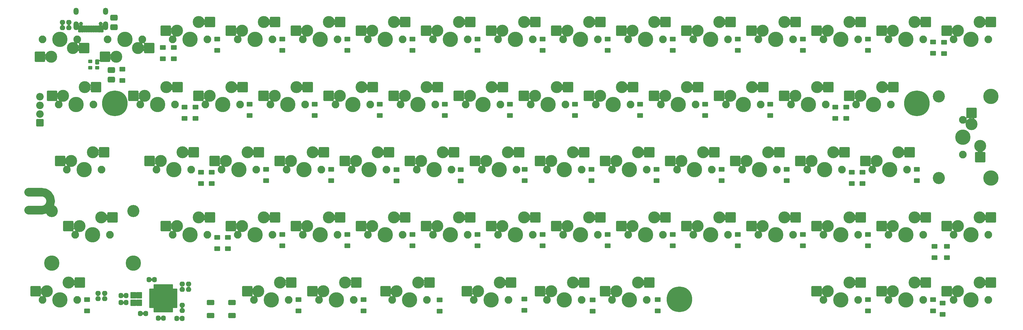
<source format=gbr>
G04 #@! TF.GenerationSoftware,KiCad,Pcbnew,(6.0.11)*
G04 #@! TF.CreationDate,2023-03-31T22:05:11+09:00*
G04 #@! TF.ProjectId,KiCad_KMKB-JP_Poker,4b694361-645f-44b4-9d4b-422d4a505f50,rev?*
G04 #@! TF.SameCoordinates,Original*
G04 #@! TF.FileFunction,Soldermask,Bot*
G04 #@! TF.FilePolarity,Negative*
%FSLAX46Y46*%
G04 Gerber Fmt 4.6, Leading zero omitted, Abs format (unit mm)*
G04 Created by KiCad (PCBNEW (6.0.11)) date 2023-03-31 22:05:11*
%MOMM*%
%LPD*%
G01*
G04 APERTURE LIST*
G04 Aperture macros list*
%AMRoundRect*
0 Rectangle with rounded corners*
0 $1 Rounding radius*
0 $2 $3 $4 $5 $6 $7 $8 $9 X,Y pos of 4 corners*
0 Add a 4 corners polygon primitive as box body*
4,1,4,$2,$3,$4,$5,$6,$7,$8,$9,$2,$3,0*
0 Add four circle primitives for the rounded corners*
1,1,$1+$1,$2,$3*
1,1,$1+$1,$4,$5*
1,1,$1+$1,$6,$7*
1,1,$1+$1,$8,$9*
0 Add four rect primitives between the rounded corners*
20,1,$1+$1,$2,$3,$4,$5,0*
20,1,$1+$1,$4,$5,$6,$7,0*
20,1,$1+$1,$6,$7,$8,$9,0*
20,1,$1+$1,$8,$9,$2,$3,0*%
G04 Aperture macros list end*
%ADD10C,2.501900*%
%ADD11C,3.500000*%
%ADD12C,2.250000*%
%ADD13C,4.487800*%
%ADD14RoundRect,0.250000X-1.275000X-1.250000X1.275000X-1.250000X1.275000X1.250000X-1.275000X1.250000X0*%
%ADD15RoundRect,0.250000X1.275000X1.250000X-1.275000X1.250000X-1.275000X-1.250000X1.275000X-1.250000X0*%
%ADD16C,3.548000*%
%ADD17C,7.500000*%
%ADD18RoundRect,0.250000X0.850000X0.850000X-0.850000X0.850000X-0.850000X-0.850000X0.850000X-0.850000X0*%
%ADD19O,2.200000X2.200000*%
%ADD20RoundRect,0.250000X0.600000X-0.450000X0.600000X0.450000X-0.600000X0.450000X-0.600000X-0.450000X0*%
%ADD21RoundRect,0.468750X0.256250X-0.218750X0.256250X0.218750X-0.256250X0.218750X-0.256250X-0.218750X0*%
%ADD22RoundRect,0.468750X0.218750X0.256250X-0.218750X0.256250X-0.218750X-0.256250X0.218750X-0.256250X0*%
%ADD23RoundRect,0.468750X-0.218750X-0.256250X0.218750X-0.256250X0.218750X0.256250X-0.218750X0.256250X0*%
%ADD24RoundRect,0.250000X0.850000X0.500000X-0.850000X0.500000X-0.850000X-0.500000X0.850000X-0.500000X0*%
%ADD25RoundRect,0.500000X-0.625000X0.375000X-0.625000X-0.375000X0.625000X-0.375000X0.625000X0.375000X0*%
%ADD26RoundRect,0.250000X-0.350000X0.500000X-0.350000X-0.500000X0.350000X-0.500000X0.350000X0.500000X0*%
%ADD27RoundRect,0.250000X-0.350000X0.300000X-0.350000X-0.300000X0.350000X-0.300000X0.350000X0.300000X0*%
%ADD28C,1.150000*%
%ADD29RoundRect,0.250000X-0.300000X-0.725000X0.300000X-0.725000X0.300000X0.725000X-0.300000X0.725000X0*%
%ADD30RoundRect,0.250000X-0.150000X-0.725000X0.150000X-0.725000X0.150000X0.725000X-0.150000X0.725000X0*%
%ADD31O,1.500000X2.600000*%
%ADD32O,1.500000X2.100000*%
%ADD33RoundRect,0.312500X0.062500X-0.475000X0.062500X0.475000X-0.062500X0.475000X-0.062500X-0.475000X0*%
%ADD34RoundRect,0.312500X0.475000X-0.062500X0.475000X0.062500X-0.475000X0.062500X-0.475000X-0.062500X0*%
%ADD35RoundRect,0.500000X2.350000X-2.350000X2.350000X2.350000X-2.350000X2.350000X-2.350000X-2.350000X0*%
%ADD36RoundRect,0.250000X-0.600000X0.700000X-0.600000X-0.700000X0.600000X-0.700000X0.600000X0.700000X0*%
%ADD37RoundRect,0.468750X-0.256250X0.218750X-0.256250X-0.218750X0.256250X-0.218750X0.256250X0.218750X0*%
G04 APERTURE END LIST*
D10*
X124993750Y-226417800D02*
X128793750Y-226417800D01*
X124993750Y-231719700D02*
X128793750Y-231719700D01*
X131444700Y-229068750D02*
G75*
G03*
X128793750Y-226417800I-2650949J1D01*
G01*
X128793750Y-231719700D02*
G75*
G03*
X131444700Y-229068750I1J2650949D01*
G01*
X124993750Y-226417800D02*
X128793750Y-226417800D01*
X124993750Y-231719700D02*
X128793750Y-231719700D01*
X131444700Y-229068750D02*
G75*
G03*
X128793750Y-226417800I-2650949J1D01*
G01*
X128793750Y-231719700D02*
G75*
G03*
X131444700Y-229068750I1J2650949D01*
G01*
D11*
X320833750Y-236378750D03*
D12*
X329723750Y-238918750D03*
D11*
X327183750Y-233838750D03*
D12*
X319563750Y-238918750D03*
D13*
X324643750Y-238918750D03*
D14*
X317558750Y-236378750D03*
X330485750Y-233838750D03*
D13*
X305593750Y-238918750D03*
D12*
X300513750Y-238918750D03*
D11*
X301783750Y-236378750D03*
X308133750Y-233838750D03*
D12*
X310673750Y-238918750D03*
D14*
X298508750Y-236378750D03*
X311435750Y-233838750D03*
D12*
X148113750Y-181768750D03*
D13*
X153193750Y-181768750D03*
D11*
X157003750Y-184308750D03*
X150653750Y-186848750D03*
D12*
X158273750Y-181768750D03*
D15*
X160278750Y-184308750D03*
X147351750Y-186848750D03*
D11*
X174783750Y-176688750D03*
X168433750Y-179228750D03*
D12*
X167163750Y-181768750D03*
X177323750Y-181768750D03*
D13*
X172243750Y-181768750D03*
D14*
X165158750Y-179228750D03*
X178085750Y-176688750D03*
D13*
X191293750Y-181768750D03*
D11*
X193833750Y-176688750D03*
D12*
X186213750Y-181768750D03*
X196373750Y-181768750D03*
D11*
X187483750Y-179228750D03*
D14*
X184208750Y-179228750D03*
X197135750Y-176688750D03*
D12*
X205263750Y-181768750D03*
D11*
X206533750Y-179228750D03*
X212883750Y-176688750D03*
D12*
X215423750Y-181768750D03*
D13*
X210343750Y-181768750D03*
D14*
X203258750Y-179228750D03*
X216185750Y-176688750D03*
D12*
X224313750Y-181768750D03*
D11*
X225583750Y-179228750D03*
D12*
X234473750Y-181768750D03*
D11*
X231933750Y-176688750D03*
D13*
X229393750Y-181768750D03*
D14*
X222308750Y-179228750D03*
X235235750Y-176688750D03*
D11*
X250983750Y-176688750D03*
D12*
X253523750Y-181768750D03*
X243363750Y-181768750D03*
D13*
X248443750Y-181768750D03*
D11*
X244633750Y-179228750D03*
D14*
X241358750Y-179228750D03*
X254285750Y-176688750D03*
D11*
X263683750Y-179228750D03*
D12*
X262413750Y-181768750D03*
D13*
X267493750Y-181768750D03*
D11*
X270033750Y-176688750D03*
D12*
X272573750Y-181768750D03*
D14*
X260408750Y-179228750D03*
X273335750Y-176688750D03*
D12*
X281463750Y-181768750D03*
D13*
X286543750Y-181768750D03*
D12*
X291623750Y-181768750D03*
D11*
X282733750Y-179228750D03*
X289083750Y-176688750D03*
D14*
X279458750Y-179228750D03*
X292385750Y-176688750D03*
D11*
X308133750Y-176688750D03*
D13*
X305593750Y-181768750D03*
D11*
X301783750Y-179228750D03*
D12*
X310673750Y-181768750D03*
X300513750Y-181768750D03*
D14*
X298508750Y-179228750D03*
X311435750Y-176688750D03*
D13*
X324643750Y-181768750D03*
D11*
X320833750Y-179228750D03*
D12*
X329723750Y-181768750D03*
D11*
X327183750Y-176688750D03*
D12*
X319563750Y-181768750D03*
D14*
X317558750Y-179228750D03*
X330485750Y-176688750D03*
D11*
X354171250Y-217328750D03*
D12*
X352901250Y-219868750D03*
D13*
X357981250Y-219868750D03*
D11*
X360521250Y-214788750D03*
D12*
X363061250Y-219868750D03*
D14*
X350896250Y-217328750D03*
X363823250Y-214788750D03*
D11*
X346233750Y-176688750D03*
D12*
X338613750Y-181768750D03*
D13*
X343693750Y-181768750D03*
D11*
X339883750Y-179228750D03*
D12*
X348773750Y-181768750D03*
D14*
X336608750Y-179228750D03*
X349535750Y-176688750D03*
D12*
X348773750Y-238918750D03*
D13*
X343693750Y-238918750D03*
D12*
X338613750Y-238918750D03*
D11*
X339883750Y-236378750D03*
X346233750Y-233838750D03*
D14*
X336608750Y-236378750D03*
X349535750Y-233838750D03*
D11*
X341471250Y-214788750D03*
D13*
X338931250Y-219868750D03*
D11*
X335121250Y-217328750D03*
D12*
X333851250Y-219868750D03*
X344011250Y-219868750D03*
D14*
X331846250Y-217328750D03*
X344773250Y-214788750D03*
D12*
X358298750Y-200818750D03*
D11*
X355758750Y-195738750D03*
D12*
X348138750Y-200818750D03*
D13*
X353218750Y-200818750D03*
D11*
X349408750Y-198278750D03*
D14*
X346133750Y-198278750D03*
X359060750Y-195738750D03*
D11*
X379571250Y-214788750D03*
D12*
X382111250Y-219868750D03*
D13*
X377031250Y-219868750D03*
D12*
X371951250Y-219868750D03*
D11*
X373221250Y-217328750D03*
D14*
X369946250Y-217328750D03*
X382873250Y-214788750D03*
D13*
X372268750Y-200818750D03*
D11*
X374808750Y-195738750D03*
D12*
X377348750Y-200818750D03*
D11*
X368458750Y-198278750D03*
D12*
X367188750Y-200818750D03*
D14*
X365183750Y-198278750D03*
X378110750Y-195738750D03*
D13*
X167481250Y-219868750D03*
D11*
X163671250Y-217328750D03*
X170021250Y-214788750D03*
D12*
X162401250Y-219868750D03*
X172561250Y-219868750D03*
D14*
X160396250Y-217328750D03*
X173323250Y-214788750D03*
D11*
X250983750Y-233838750D03*
X244633750Y-236378750D03*
D12*
X253523750Y-238918750D03*
X243363750Y-238918750D03*
D13*
X248443750Y-238918750D03*
D14*
X241358750Y-236378750D03*
X254285750Y-233838750D03*
D13*
X381793750Y-181768750D03*
D11*
X384333750Y-176688750D03*
X377983750Y-179228750D03*
D12*
X386873750Y-181768750D03*
X376713750Y-181768750D03*
D14*
X374708750Y-179228750D03*
X387635750Y-176688750D03*
D11*
X206533750Y-236378750D03*
D12*
X205263750Y-238918750D03*
D11*
X212883750Y-233838750D03*
D12*
X215423750Y-238918750D03*
D13*
X210343750Y-238918750D03*
D14*
X203258750Y-236378750D03*
X216185750Y-233838750D03*
D11*
X201771250Y-217328750D03*
D13*
X205581250Y-219868750D03*
D11*
X208121250Y-214788750D03*
D12*
X200501250Y-219868750D03*
X210661250Y-219868750D03*
D14*
X198496250Y-217328750D03*
X211423250Y-214788750D03*
D12*
X205898750Y-200818750D03*
D11*
X203358750Y-195738750D03*
D13*
X200818750Y-200818750D03*
D12*
X195738750Y-200818750D03*
D11*
X197008750Y-198278750D03*
D14*
X193733750Y-198278750D03*
X206660750Y-195738750D03*
D13*
X398462500Y-210343750D03*
X406717500Y-222281750D03*
D16*
X391477500Y-198405750D03*
D11*
X401002500Y-206533750D03*
D16*
X391477500Y-222281750D03*
D12*
X398462500Y-205263750D03*
D11*
X403542500Y-212883750D03*
D13*
X406717500Y-198405750D03*
D12*
X398462500Y-215423750D03*
D15*
X401002500Y-203258750D03*
D14*
X403542500Y-216185750D03*
D11*
X220821250Y-217328750D03*
X227171250Y-214788750D03*
D13*
X224631250Y-219868750D03*
D12*
X229711250Y-219868750D03*
X219551250Y-219868750D03*
D14*
X217546250Y-217328750D03*
X230473250Y-214788750D03*
D12*
X248761250Y-219868750D03*
D11*
X239871250Y-217328750D03*
X246221250Y-214788750D03*
D12*
X238601250Y-219868750D03*
D13*
X243681250Y-219868750D03*
D14*
X236596250Y-217328750D03*
X249523250Y-214788750D03*
D11*
X131603750Y-186848750D03*
D12*
X129063750Y-181768750D03*
D11*
X137953750Y-184308750D03*
D13*
X134143750Y-181768750D03*
D12*
X139223750Y-181768750D03*
D15*
X141228750Y-184308750D03*
X128301750Y-186848750D03*
D13*
X262731250Y-219868750D03*
D12*
X267811250Y-219868750D03*
D11*
X265271250Y-214788750D03*
X258921250Y-217328750D03*
D12*
X257651250Y-219868750D03*
D14*
X255646250Y-217328750D03*
X268573250Y-214788750D03*
D12*
X290988750Y-200818750D03*
D11*
X292258750Y-198278750D03*
D13*
X296068750Y-200818750D03*
D11*
X298608750Y-195738750D03*
D12*
X301148750Y-200818750D03*
D14*
X288983750Y-198278750D03*
X301910750Y-195738750D03*
D11*
X277971250Y-217328750D03*
D12*
X276701250Y-219868750D03*
D13*
X281781250Y-219868750D03*
D11*
X284321250Y-214788750D03*
D12*
X286861250Y-219868750D03*
D14*
X274696250Y-217328750D03*
X287623250Y-214788750D03*
D11*
X303371250Y-214788750D03*
D13*
X300831250Y-219868750D03*
D12*
X305911250Y-219868750D03*
D11*
X297021250Y-217328750D03*
D12*
X295751250Y-219868750D03*
D14*
X293746250Y-217328750D03*
X306673250Y-214788750D03*
D13*
X319881250Y-219868750D03*
D11*
X316071250Y-217328750D03*
X322421250Y-214788750D03*
D12*
X324961250Y-219868750D03*
X314801250Y-219868750D03*
D14*
X312796250Y-217328750D03*
X325723250Y-214788750D03*
D11*
X198596250Y-252888750D03*
D12*
X201136250Y-257968750D03*
D11*
X192246250Y-255428750D03*
D13*
X196056250Y-257968750D03*
D12*
X190976250Y-257968750D03*
D14*
X188971250Y-255428750D03*
X201898250Y-252888750D03*
D12*
X129063750Y-257968750D03*
X139223750Y-257968750D03*
D13*
X134143750Y-257968750D03*
D11*
X136683750Y-252888750D03*
X130333750Y-255428750D03*
D14*
X127058750Y-255428750D03*
X139985750Y-252888750D03*
D11*
X139858750Y-236378750D03*
D12*
X148748750Y-238918750D03*
D11*
X146208750Y-233838750D03*
D13*
X155606750Y-247173750D03*
X131730750Y-247173750D03*
D16*
X131730750Y-231933750D03*
X155606750Y-231933750D03*
D12*
X138588750Y-238918750D03*
D13*
X143668750Y-238918750D03*
D14*
X136583750Y-236378750D03*
X149510750Y-233838750D03*
D11*
X289083750Y-233838750D03*
X282733750Y-236378750D03*
D13*
X286543750Y-238918750D03*
D12*
X281463750Y-238918750D03*
X291623750Y-238918750D03*
D14*
X279458750Y-236378750D03*
X292385750Y-233838750D03*
D13*
X267493750Y-238918750D03*
D11*
X270033750Y-233838750D03*
D12*
X272573750Y-238918750D03*
D11*
X263683750Y-236378750D03*
D12*
X262413750Y-238918750D03*
D14*
X260408750Y-236378750D03*
X273335750Y-233838750D03*
D12*
X320198750Y-200818750D03*
D11*
X317658750Y-195738750D03*
D12*
X310038750Y-200818750D03*
D11*
X311308750Y-198278750D03*
D13*
X315118750Y-200818750D03*
D14*
X308033750Y-198278750D03*
X320960750Y-195738750D03*
D11*
X336708750Y-195738750D03*
D12*
X329088750Y-200818750D03*
X339248750Y-200818750D03*
D11*
X330358750Y-198278750D03*
D13*
X334168750Y-200818750D03*
D14*
X327083750Y-198278750D03*
X340010750Y-195738750D03*
D13*
X219868750Y-200818750D03*
D12*
X214788750Y-200818750D03*
D11*
X216058750Y-198278750D03*
D12*
X224948750Y-200818750D03*
D11*
X222408750Y-195738750D03*
D14*
X212783750Y-198278750D03*
X225710750Y-195738750D03*
D11*
X358933750Y-255428750D03*
D12*
X357663750Y-257968750D03*
D11*
X365283750Y-252888750D03*
D12*
X367823750Y-257968750D03*
D13*
X362743750Y-257968750D03*
D14*
X355658750Y-255428750D03*
X368585750Y-252888750D03*
D12*
X395763750Y-257968750D03*
X405923750Y-257968750D03*
D11*
X403383750Y-252888750D03*
X397033750Y-255428750D03*
D13*
X400843750Y-257968750D03*
D14*
X393758750Y-255428750D03*
X406685750Y-252888750D03*
D12*
X405923750Y-238918750D03*
X395763750Y-238918750D03*
D11*
X397033750Y-236378750D03*
D13*
X400843750Y-238918750D03*
D11*
X403383750Y-233838750D03*
D14*
X393758750Y-236378750D03*
X406685750Y-233838750D03*
D12*
X191611250Y-219868750D03*
D11*
X182721250Y-217328750D03*
X189071250Y-214788750D03*
D13*
X186531250Y-219868750D03*
D12*
X181451250Y-219868750D03*
D14*
X179446250Y-217328750D03*
X192373250Y-214788750D03*
D13*
X238918750Y-200818750D03*
D11*
X235108750Y-198278750D03*
D12*
X233838750Y-200818750D03*
D11*
X241458750Y-195738750D03*
D12*
X243998750Y-200818750D03*
D14*
X231833750Y-198278750D03*
X244760750Y-195738750D03*
D11*
X141446250Y-195738750D03*
X135096250Y-198278750D03*
D12*
X143986250Y-200818750D03*
X133826250Y-200818750D03*
D13*
X138906250Y-200818750D03*
D14*
X131821250Y-198278750D03*
X144748250Y-195738750D03*
D11*
X273208750Y-198278750D03*
X279558750Y-195738750D03*
D12*
X271938750Y-200818750D03*
X282098750Y-200818750D03*
D13*
X277018750Y-200818750D03*
D14*
X269933750Y-198278750D03*
X282860750Y-195738750D03*
D13*
X229393750Y-238918750D03*
D11*
X231933750Y-233838750D03*
X225583750Y-236378750D03*
D12*
X224313750Y-238918750D03*
X234473750Y-238918750D03*
D14*
X222308750Y-236378750D03*
X235235750Y-233838750D03*
D11*
X187483750Y-236378750D03*
D12*
X186213750Y-238918750D03*
X196373750Y-238918750D03*
D11*
X193833750Y-233838750D03*
D13*
X191293750Y-238918750D03*
D14*
X184208750Y-236378750D03*
X197135750Y-233838750D03*
D11*
X260508750Y-195738750D03*
D12*
X252888750Y-200818750D03*
X263048750Y-200818750D03*
D11*
X254158750Y-198278750D03*
D13*
X257968750Y-200818750D03*
D14*
X250883750Y-198278750D03*
X263810750Y-195738750D03*
D11*
X174783750Y-233838750D03*
X168433750Y-236378750D03*
D13*
X172243750Y-238918750D03*
D12*
X167163750Y-238918750D03*
X177323750Y-238918750D03*
D14*
X165158750Y-236378750D03*
X178085750Y-233838750D03*
D12*
X386873750Y-257968750D03*
X376713750Y-257968750D03*
D11*
X377983750Y-255428750D03*
X384333750Y-252888750D03*
D13*
X381793750Y-257968750D03*
D14*
X374708750Y-255428750D03*
X387635750Y-252888750D03*
D12*
X367823750Y-238918750D03*
D11*
X358933750Y-236378750D03*
X365283750Y-233838750D03*
D12*
X357663750Y-238918750D03*
D13*
X362743750Y-238918750D03*
D14*
X355658750Y-236378750D03*
X368585750Y-233838750D03*
D11*
X397033750Y-179228750D03*
D12*
X405923750Y-181768750D03*
D13*
X400843750Y-181768750D03*
D11*
X403383750Y-176688750D03*
D12*
X395763750Y-181768750D03*
D14*
X393758750Y-179228750D03*
X406685750Y-176688750D03*
D11*
X177958750Y-198278750D03*
D12*
X176688750Y-200818750D03*
D13*
X181768750Y-200818750D03*
D11*
X184308750Y-195738750D03*
D12*
X186848750Y-200818750D03*
D14*
X174683750Y-198278750D03*
X187610750Y-195738750D03*
D12*
X157638750Y-200818750D03*
D11*
X165258750Y-195738750D03*
D13*
X162718750Y-200818750D03*
D11*
X158908750Y-198278750D03*
D12*
X167798750Y-200818750D03*
D14*
X155633750Y-198278750D03*
X168560750Y-195738750D03*
D11*
X137477500Y-217328750D03*
D12*
X146367500Y-219868750D03*
D13*
X141287500Y-219868750D03*
D12*
X136207500Y-219868750D03*
D11*
X143827500Y-214788750D03*
D14*
X134202500Y-217328750D03*
X147129500Y-214788750D03*
D11*
X217646250Y-252888750D03*
D13*
X215106250Y-257968750D03*
D12*
X220186250Y-257968750D03*
D11*
X211296250Y-255428750D03*
D12*
X210026250Y-257968750D03*
D14*
X208021250Y-255428750D03*
X220948250Y-252888750D03*
D17*
X150193750Y-200468750D03*
X315493750Y-257768750D03*
X385043750Y-200468750D03*
D12*
X367823750Y-181768750D03*
X357663750Y-181768750D03*
D11*
X365283750Y-176688750D03*
X358933750Y-179228750D03*
D13*
X362743750Y-181768750D03*
D14*
X355658750Y-179228750D03*
X368585750Y-176688750D03*
D11*
X277971250Y-255428750D03*
D12*
X286861250Y-257968750D03*
D13*
X281781250Y-257968750D03*
D12*
X276701250Y-257968750D03*
D11*
X284321250Y-252888750D03*
D14*
X274696250Y-255428750D03*
X287623250Y-252888750D03*
D12*
X305911250Y-257968750D03*
D11*
X297021250Y-255428750D03*
D12*
X295751250Y-257968750D03*
D11*
X303371250Y-252888750D03*
D13*
X300831250Y-257968750D03*
D14*
X293746250Y-255428750D03*
X306673250Y-252888750D03*
D18*
X128270000Y-206111000D03*
D19*
X128270000Y-203571000D03*
X128270000Y-201031000D03*
X128270000Y-198491000D03*
D13*
X381793750Y-238918750D03*
D12*
X376713750Y-238918750D03*
X386873750Y-238918750D03*
D11*
X377983750Y-236378750D03*
X384333750Y-233838750D03*
D14*
X374708750Y-236378750D03*
X387635750Y-233838750D03*
D12*
X255270000Y-257968750D03*
D13*
X260350000Y-257968750D03*
D12*
X265430000Y-257968750D03*
D11*
X262890000Y-252888750D03*
X256540000Y-255428750D03*
D14*
X253265000Y-255428750D03*
X266192000Y-252888750D03*
D13*
X236537500Y-257968750D03*
D11*
X232727500Y-255428750D03*
D12*
X241617500Y-257968750D03*
D11*
X239077500Y-252888750D03*
D12*
X231457500Y-257968750D03*
D14*
X229452500Y-255428750D03*
X242379500Y-252888750D03*
D20*
X164306250Y-187387500D03*
X164306250Y-184087500D03*
X170656250Y-204850000D03*
X170656250Y-201550000D03*
X175418750Y-223900000D03*
X175418750Y-220600000D03*
X180181250Y-242950000D03*
X180181250Y-239650000D03*
X142081250Y-261206250D03*
X142081250Y-257906250D03*
X173831250Y-204850000D03*
X173831250Y-201550000D03*
X180181250Y-185006250D03*
X180181250Y-181706250D03*
X194468750Y-223106250D03*
X194468750Y-219806250D03*
X183356250Y-242950000D03*
X183356250Y-239650000D03*
X203993750Y-261206250D03*
X203993750Y-257906250D03*
X199231250Y-185006250D03*
X199231250Y-181706250D03*
X208756250Y-204056250D03*
X208756250Y-200756250D03*
X213518750Y-223106250D03*
X213518750Y-219806250D03*
X199231250Y-242156250D03*
X199231250Y-238856250D03*
X218281250Y-185006250D03*
X218281250Y-181706250D03*
X227806250Y-204056250D03*
X227806250Y-200756250D03*
X232664000Y-223138000D03*
X232664000Y-219838000D03*
X218281250Y-242156250D03*
X218281250Y-238856250D03*
X237331250Y-185006250D03*
X237331250Y-181706250D03*
X246856250Y-204056250D03*
X246856250Y-200756250D03*
X237331250Y-242156250D03*
X237331250Y-238856250D03*
X256381250Y-185006250D03*
X256381250Y-181706250D03*
X265906250Y-204056250D03*
X265906250Y-200756250D03*
X270183000Y-223061000D03*
X270183000Y-219761000D03*
X256381250Y-242156250D03*
X256381250Y-238856250D03*
X275431250Y-185006250D03*
X275431250Y-181706250D03*
X284956250Y-204056250D03*
X284956250Y-200756250D03*
X289718750Y-223106250D03*
X289718750Y-219806250D03*
X275431250Y-242156250D03*
X275431250Y-238856250D03*
X294481250Y-185006250D03*
X294481250Y-181706250D03*
X304006250Y-204056250D03*
X304006250Y-200756250D03*
X308768750Y-223106250D03*
X308768750Y-219806250D03*
X294481250Y-242156250D03*
X294481250Y-238856250D03*
X313531250Y-185006250D03*
X313531250Y-181706250D03*
X323056250Y-204056250D03*
X323056250Y-200756250D03*
X327818750Y-223106250D03*
X327818750Y-219806250D03*
X313531250Y-242156250D03*
X313531250Y-238856250D03*
X332581250Y-185006250D03*
X332581250Y-181706250D03*
X342106250Y-204056250D03*
X342106250Y-200756250D03*
X346868750Y-223106250D03*
X346868750Y-219806250D03*
X332581250Y-242156250D03*
X332581250Y-238856250D03*
X351631250Y-185006250D03*
X351631250Y-181706250D03*
X361156250Y-204850000D03*
X361156250Y-201550000D03*
X365918750Y-223900000D03*
X365918750Y-220600000D03*
X351631250Y-242156250D03*
X351631250Y-238856250D03*
X370681250Y-261206250D03*
X370681250Y-257906250D03*
X364331250Y-204850000D03*
X364331250Y-201550000D03*
X393843750Y-245568750D03*
X393843750Y-242268750D03*
X384968750Y-223106250D03*
X384968750Y-219806250D03*
X369093750Y-223900000D03*
X369093750Y-220600000D03*
X392509375Y-262156250D03*
X392509375Y-258856250D03*
X389731250Y-185800000D03*
X389731250Y-182500000D03*
X370681250Y-185006250D03*
X370681250Y-181706250D03*
X392938000Y-185900000D03*
X392938000Y-182600000D03*
X370681250Y-242156250D03*
X370681250Y-238856250D03*
X389731250Y-261206250D03*
X389731250Y-257906250D03*
D21*
X171823875Y-254905750D03*
X171823875Y-253330750D03*
D22*
X161816375Y-252022750D03*
X160241375Y-252022750D03*
D23*
X168382075Y-263332100D03*
X169957075Y-263332100D03*
D24*
X178214750Y-258732000D03*
X184514750Y-258732000D03*
X184514750Y-262532000D03*
X178214750Y-262532000D03*
D20*
X189706250Y-204056250D03*
X189706250Y-200756250D03*
X223043750Y-261206250D03*
X223043750Y-257906250D03*
X251460000Y-223138000D03*
X251460000Y-219838000D03*
X178593750Y-223900000D03*
X178593750Y-220600000D03*
X152400000Y-193737500D03*
X152400000Y-190437500D03*
D25*
X149225000Y-190687500D03*
X149225000Y-193487500D03*
X149987000Y-175384000D03*
X149987000Y-178184000D03*
D21*
X134874000Y-178333500D03*
X134874000Y-176758500D03*
X136779000Y-178333500D03*
X136779000Y-176758500D03*
D26*
X145018000Y-188353000D03*
D27*
X145018000Y-190053000D03*
X143018000Y-190053000D03*
X143018000Y-188153000D03*
D28*
X140302500Y-177217400D03*
X146082500Y-177217400D03*
D29*
X139967500Y-178662400D03*
X140742500Y-178662400D03*
D30*
X141442500Y-178662400D03*
X141942500Y-178662400D03*
X142442500Y-178662400D03*
X142942500Y-178662400D03*
X143442500Y-178662400D03*
X143942500Y-178662400D03*
X144442500Y-178662400D03*
X144942500Y-178662400D03*
D29*
X145642500Y-178662400D03*
X146417500Y-178662400D03*
D31*
X138872500Y-177747400D03*
D32*
X147512500Y-173567400D03*
X138872500Y-173567400D03*
D31*
X147512500Y-177747400D03*
D33*
X166909375Y-260806250D03*
X166409375Y-260806250D03*
X165909375Y-260806250D03*
X165409375Y-260806250D03*
X164909375Y-260806250D03*
X164409375Y-260806250D03*
X163909375Y-260806250D03*
X163409375Y-260806250D03*
X162909375Y-260806250D03*
X162409375Y-260806250D03*
X161909375Y-260806250D03*
D34*
X161071875Y-259968750D03*
X161071875Y-259468750D03*
X161071875Y-258968750D03*
X161071875Y-258468750D03*
X161071875Y-257968750D03*
X161071875Y-257468750D03*
X161071875Y-256968750D03*
X161071875Y-256468750D03*
X161071875Y-255968750D03*
X161071875Y-255468750D03*
X161071875Y-254968750D03*
D33*
X161909375Y-254131250D03*
X162409375Y-254131250D03*
X162909375Y-254131250D03*
X163409375Y-254131250D03*
X163909375Y-254131250D03*
X164409375Y-254131250D03*
X164909375Y-254131250D03*
X165409375Y-254131250D03*
X165909375Y-254131250D03*
X166409375Y-254131250D03*
X166909375Y-254131250D03*
D34*
X167746875Y-254968750D03*
X167746875Y-255468750D03*
X167746875Y-255968750D03*
X167746875Y-256468750D03*
X167746875Y-256968750D03*
X167746875Y-257468750D03*
X167746875Y-257968750D03*
X167746875Y-258468750D03*
X167746875Y-258968750D03*
X167746875Y-259468750D03*
X167746875Y-259968750D03*
D35*
X164409375Y-257468750D03*
D36*
X157306875Y-256637750D03*
X157306875Y-258837750D03*
X155606875Y-258837750D03*
X155606875Y-256637750D03*
D22*
X153561375Y-258753750D03*
X151986375Y-258753750D03*
D21*
X169918875Y-261065250D03*
X169918875Y-259490250D03*
D37*
X169918875Y-253330750D03*
X169918875Y-254905750D03*
D22*
X164483375Y-263325750D03*
X162908375Y-263325750D03*
X159276375Y-261928750D03*
X157701375Y-261928750D03*
X153561375Y-256721750D03*
X151986375Y-256721750D03*
D20*
X167481250Y-187387500D03*
X167481250Y-184087500D03*
D21*
X147236336Y-257576164D03*
X147236336Y-256001164D03*
X145299586Y-257576164D03*
X145299586Y-256001164D03*
D20*
X390128125Y-245568750D03*
X390128125Y-242268750D03*
X245268750Y-261268750D03*
X245268750Y-257968750D03*
X309165625Y-261200000D03*
X309165625Y-257900000D03*
X290075000Y-261281250D03*
X290075000Y-257981250D03*
X270075000Y-261000000D03*
X270075000Y-257700000D03*
G36*
X169307564Y-262906782D02*
G01*
X169307864Y-262908663D01*
X169279846Y-262988448D01*
X169271575Y-263075943D01*
X169271575Y-263588257D01*
X169279846Y-263675752D01*
X169307865Y-263755538D01*
X169307495Y-263757504D01*
X169305608Y-263758167D01*
X169304130Y-263756966D01*
X169283321Y-263706728D01*
X169239677Y-263652570D01*
X169173962Y-263630697D01*
X169106856Y-263647825D01*
X169059482Y-263698708D01*
X169055928Y-263706490D01*
X169035021Y-263756965D01*
X169033434Y-263758183D01*
X169031586Y-263757418D01*
X169031286Y-263755537D01*
X169059304Y-263675752D01*
X169067575Y-263588257D01*
X169067575Y-263075943D01*
X169059304Y-262988448D01*
X169031285Y-262908662D01*
X169031655Y-262906696D01*
X169033542Y-262906033D01*
X169035020Y-262907234D01*
X169055829Y-262957472D01*
X169099473Y-263011630D01*
X169165188Y-263033503D01*
X169232294Y-263016375D01*
X169279668Y-262965492D01*
X169283222Y-262957710D01*
X169304129Y-262907235D01*
X169305716Y-262906017D01*
X169307564Y-262906782D01*
G37*
G36*
X163833864Y-262900432D02*
G01*
X163834164Y-262902313D01*
X163806146Y-262982098D01*
X163797875Y-263069593D01*
X163797875Y-263581907D01*
X163806146Y-263669402D01*
X163834165Y-263749188D01*
X163833795Y-263751154D01*
X163831908Y-263751817D01*
X163830430Y-263750616D01*
X163809621Y-263700378D01*
X163765977Y-263646220D01*
X163700262Y-263624347D01*
X163633156Y-263641475D01*
X163585782Y-263692358D01*
X163582228Y-263700140D01*
X163561321Y-263750615D01*
X163559734Y-263751833D01*
X163557886Y-263751068D01*
X163557586Y-263749187D01*
X163585604Y-263669402D01*
X163593875Y-263581907D01*
X163593875Y-263069593D01*
X163585604Y-262982098D01*
X163557585Y-262902312D01*
X163557955Y-262900346D01*
X163559842Y-262899683D01*
X163561320Y-262900884D01*
X163582129Y-262951122D01*
X163625773Y-263005280D01*
X163691488Y-263027153D01*
X163758594Y-263010025D01*
X163805968Y-262959142D01*
X163809522Y-262951360D01*
X163830429Y-262900885D01*
X163832016Y-262899667D01*
X163833864Y-262900432D01*
G37*
G36*
X158626864Y-261503432D02*
G01*
X158627164Y-261505313D01*
X158599146Y-261585098D01*
X158590875Y-261672593D01*
X158590875Y-262184907D01*
X158599146Y-262272402D01*
X158627165Y-262352188D01*
X158626795Y-262354154D01*
X158624908Y-262354817D01*
X158623430Y-262353616D01*
X158602621Y-262303378D01*
X158558977Y-262249220D01*
X158493262Y-262227347D01*
X158426156Y-262244475D01*
X158378782Y-262295358D01*
X158375228Y-262303140D01*
X158354321Y-262353615D01*
X158352734Y-262354833D01*
X158350886Y-262354068D01*
X158350586Y-262352187D01*
X158378604Y-262272402D01*
X158386875Y-262184907D01*
X158386875Y-261672593D01*
X158378604Y-261585098D01*
X158350585Y-261505312D01*
X158350955Y-261503346D01*
X158352842Y-261502683D01*
X158354320Y-261503884D01*
X158375129Y-261554122D01*
X158418773Y-261608280D01*
X158484488Y-261630153D01*
X158551594Y-261613025D01*
X158598968Y-261562142D01*
X158602522Y-261554360D01*
X158623429Y-261503885D01*
X158625016Y-261502667D01*
X158626864Y-261503432D01*
G37*
G36*
X170344279Y-260139830D02*
G01*
X170344942Y-260141717D01*
X170343741Y-260143195D01*
X170293503Y-260164004D01*
X170239345Y-260207648D01*
X170217472Y-260273363D01*
X170234600Y-260340469D01*
X170285483Y-260387843D01*
X170293265Y-260391397D01*
X170343740Y-260412304D01*
X170344958Y-260413891D01*
X170344193Y-260415739D01*
X170342312Y-260416039D01*
X170262527Y-260388021D01*
X170175032Y-260379750D01*
X169662718Y-260379750D01*
X169575223Y-260388021D01*
X169495437Y-260416040D01*
X169493471Y-260415670D01*
X169492808Y-260413783D01*
X169494009Y-260412305D01*
X169544247Y-260391496D01*
X169598405Y-260347852D01*
X169620278Y-260282137D01*
X169603150Y-260215031D01*
X169552267Y-260167657D01*
X169544485Y-260164103D01*
X169494010Y-260143196D01*
X169492792Y-260141609D01*
X169493557Y-260139761D01*
X169495438Y-260139461D01*
X169575223Y-260167479D01*
X169662718Y-260175750D01*
X170175032Y-260175750D01*
X170262527Y-260167479D01*
X170342313Y-260139460D01*
X170344279Y-260139830D01*
G37*
G36*
X152911864Y-258328432D02*
G01*
X152912164Y-258330313D01*
X152884146Y-258410098D01*
X152875875Y-258497593D01*
X152875875Y-259009907D01*
X152884146Y-259097402D01*
X152912165Y-259177188D01*
X152911795Y-259179154D01*
X152909908Y-259179817D01*
X152908430Y-259178616D01*
X152887621Y-259128378D01*
X152843977Y-259074220D01*
X152778262Y-259052347D01*
X152711156Y-259069475D01*
X152663782Y-259120358D01*
X152660228Y-259128140D01*
X152639321Y-259178615D01*
X152637734Y-259179833D01*
X152635886Y-259179068D01*
X152635586Y-259177187D01*
X152663604Y-259097402D01*
X152671875Y-259009907D01*
X152671875Y-258497593D01*
X152663604Y-258410098D01*
X152635587Y-258330316D01*
X152635957Y-258328350D01*
X152637844Y-258327687D01*
X152639322Y-258328888D01*
X152660129Y-258379122D01*
X152703773Y-258433280D01*
X152769488Y-258455153D01*
X152836594Y-258438025D01*
X152883968Y-258387142D01*
X152887522Y-258379360D01*
X152908429Y-258328885D01*
X152910016Y-258327667D01*
X152911864Y-258328432D01*
G37*
G36*
X277518834Y-257117182D02*
G01*
X277747815Y-257160656D01*
X277749330Y-257161962D01*
X277748957Y-257163927D01*
X277747776Y-257164593D01*
X277688854Y-257174574D01*
X277637663Y-257221222D01*
X277619819Y-257288132D01*
X277640529Y-257351065D01*
X277640120Y-257353023D01*
X277638221Y-257353648D01*
X277637026Y-257352887D01*
X277535795Y-257217322D01*
X277384880Y-257077817D01*
X277373409Y-257070580D01*
X277372478Y-257068811D01*
X277373545Y-257067119D01*
X277375135Y-257067001D01*
X277518834Y-257117182D01*
G37*
G36*
X296568834Y-257117182D02*
G01*
X296797815Y-257160656D01*
X296799330Y-257161962D01*
X296798957Y-257163927D01*
X296797776Y-257164593D01*
X296738854Y-257174574D01*
X296687663Y-257221222D01*
X296669819Y-257288132D01*
X296690529Y-257351065D01*
X296690120Y-257353023D01*
X296688221Y-257353648D01*
X296687026Y-257352887D01*
X296585795Y-257217322D01*
X296434880Y-257077817D01*
X296423409Y-257070580D01*
X296422478Y-257068811D01*
X296423545Y-257067119D01*
X296425135Y-257067001D01*
X296568834Y-257117182D01*
G37*
G36*
X129881334Y-257117182D02*
G01*
X130110315Y-257160656D01*
X130111830Y-257161962D01*
X130111457Y-257163927D01*
X130110276Y-257164593D01*
X130051354Y-257174574D01*
X130000163Y-257221222D01*
X129982319Y-257288132D01*
X130003029Y-257351065D01*
X130002620Y-257353023D01*
X130000721Y-257353648D01*
X129999526Y-257352887D01*
X129898295Y-257217322D01*
X129747380Y-257077817D01*
X129735909Y-257070580D01*
X129734978Y-257068811D01*
X129736045Y-257067119D01*
X129737635Y-257067001D01*
X129881334Y-257117182D01*
G37*
G36*
X358481334Y-257117182D02*
G01*
X358710315Y-257160656D01*
X358711830Y-257161962D01*
X358711457Y-257163927D01*
X358710276Y-257164593D01*
X358651354Y-257174574D01*
X358600163Y-257221222D01*
X358582319Y-257288132D01*
X358603029Y-257351065D01*
X358602620Y-257353023D01*
X358600721Y-257353648D01*
X358599526Y-257352887D01*
X358498295Y-257217322D01*
X358347380Y-257077817D01*
X358335909Y-257070580D01*
X358334978Y-257068811D01*
X358336045Y-257067119D01*
X358337635Y-257067001D01*
X358481334Y-257117182D01*
G37*
G36*
X396581334Y-257117182D02*
G01*
X396810315Y-257160656D01*
X396811830Y-257161962D01*
X396811457Y-257163927D01*
X396810276Y-257164593D01*
X396751354Y-257174574D01*
X396700163Y-257221222D01*
X396682319Y-257288132D01*
X396703029Y-257351065D01*
X396702620Y-257353023D01*
X396700721Y-257353648D01*
X396699526Y-257352887D01*
X396598295Y-257217322D01*
X396447380Y-257077817D01*
X396435909Y-257070580D01*
X396434978Y-257068811D01*
X396436045Y-257067119D01*
X396437635Y-257067001D01*
X396581334Y-257117182D01*
G37*
G36*
X256087584Y-257117182D02*
G01*
X256316565Y-257160656D01*
X256318080Y-257161962D01*
X256317707Y-257163927D01*
X256316526Y-257164593D01*
X256257604Y-257174574D01*
X256206413Y-257221222D01*
X256188569Y-257288132D01*
X256209279Y-257351065D01*
X256208870Y-257353023D01*
X256206971Y-257353648D01*
X256205776Y-257352887D01*
X256104545Y-257217322D01*
X255953630Y-257077817D01*
X255942159Y-257070580D01*
X255941228Y-257068811D01*
X255942295Y-257067119D01*
X255943885Y-257067001D01*
X256087584Y-257117182D01*
G37*
G36*
X191793834Y-257117182D02*
G01*
X192022815Y-257160656D01*
X192024330Y-257161962D01*
X192023957Y-257163927D01*
X192022776Y-257164593D01*
X191963854Y-257174574D01*
X191912663Y-257221222D01*
X191894819Y-257288132D01*
X191915529Y-257351065D01*
X191915120Y-257353023D01*
X191913221Y-257353648D01*
X191912026Y-257352887D01*
X191810795Y-257217322D01*
X191659880Y-257077817D01*
X191648409Y-257070580D01*
X191647478Y-257068811D01*
X191648545Y-257067119D01*
X191650135Y-257067001D01*
X191793834Y-257117182D01*
G37*
G36*
X210843834Y-257117182D02*
G01*
X211072815Y-257160656D01*
X211074330Y-257161962D01*
X211073957Y-257163927D01*
X211072776Y-257164593D01*
X211013854Y-257174574D01*
X210962663Y-257221222D01*
X210944819Y-257288132D01*
X210965529Y-257351065D01*
X210965120Y-257353023D01*
X210963221Y-257353648D01*
X210962026Y-257352887D01*
X210860795Y-257217322D01*
X210709880Y-257077817D01*
X210698409Y-257070580D01*
X210697478Y-257068811D01*
X210698545Y-257067119D01*
X210700135Y-257067001D01*
X210843834Y-257117182D01*
G37*
G36*
X377531334Y-257117182D02*
G01*
X377760315Y-257160656D01*
X377761830Y-257161962D01*
X377761457Y-257163927D01*
X377760276Y-257164593D01*
X377701354Y-257174574D01*
X377650163Y-257221222D01*
X377632319Y-257288132D01*
X377653029Y-257351065D01*
X377652620Y-257353023D01*
X377650721Y-257353648D01*
X377649526Y-257352887D01*
X377548295Y-257217322D01*
X377397380Y-257077817D01*
X377385909Y-257070580D01*
X377384978Y-257068811D01*
X377386045Y-257067119D01*
X377387635Y-257067001D01*
X377531334Y-257117182D01*
G37*
G36*
X232275084Y-257117182D02*
G01*
X232504065Y-257160656D01*
X232505580Y-257161962D01*
X232505207Y-257163927D01*
X232504026Y-257164593D01*
X232445104Y-257174574D01*
X232393913Y-257221222D01*
X232376069Y-257288132D01*
X232396779Y-257351065D01*
X232396370Y-257353023D01*
X232394471Y-257353648D01*
X232393276Y-257352887D01*
X232292045Y-257217322D01*
X232141130Y-257077817D01*
X232129659Y-257070580D01*
X232128728Y-257068811D01*
X232129795Y-257067119D01*
X232131385Y-257067001D01*
X232275084Y-257117182D01*
G37*
G36*
X357180106Y-256702199D02*
G01*
X357180766Y-256703992D01*
X357172512Y-256760567D01*
X357182270Y-256829436D01*
X357227517Y-256881872D01*
X357294087Y-256901567D01*
X357325117Y-256897514D01*
X357326964Y-256898281D01*
X357327223Y-256900264D01*
X357326068Y-256901373D01*
X357180294Y-256955153D01*
X357003673Y-257060231D01*
X356899272Y-257151788D01*
X356897310Y-257152178D01*
X356895991Y-257150674D01*
X356896539Y-257148870D01*
X356904484Y-257140925D01*
X356937818Y-257079876D01*
X356932878Y-257010794D01*
X356891373Y-256955350D01*
X356826235Y-256931054D01*
X356817670Y-256930749D01*
X356815974Y-256929688D01*
X356816046Y-256927689D01*
X356817741Y-256926750D01*
X356933551Y-256926750D01*
X357028642Y-256907835D01*
X357109085Y-256854085D01*
X357162835Y-256773642D01*
X357176825Y-256703313D01*
X357178144Y-256701809D01*
X357180106Y-256702199D01*
G37*
G36*
X376230106Y-256702199D02*
G01*
X376230766Y-256703992D01*
X376222512Y-256760567D01*
X376232270Y-256829436D01*
X376277517Y-256881872D01*
X376344087Y-256901567D01*
X376375117Y-256897514D01*
X376376964Y-256898281D01*
X376377223Y-256900264D01*
X376376068Y-256901373D01*
X376230294Y-256955153D01*
X376053673Y-257060231D01*
X375949272Y-257151788D01*
X375947310Y-257152178D01*
X375945991Y-257150674D01*
X375946539Y-257148870D01*
X375954484Y-257140925D01*
X375987818Y-257079876D01*
X375982878Y-257010794D01*
X375941373Y-256955350D01*
X375876235Y-256931054D01*
X375867670Y-256930749D01*
X375865974Y-256929688D01*
X375866046Y-256927689D01*
X375867741Y-256926750D01*
X375983551Y-256926750D01*
X376078642Y-256907835D01*
X376159085Y-256854085D01*
X376212835Y-256773642D01*
X376226825Y-256703313D01*
X376228144Y-256701809D01*
X376230106Y-256702199D01*
G37*
G36*
X190492606Y-256702199D02*
G01*
X190493266Y-256703992D01*
X190485012Y-256760567D01*
X190494770Y-256829436D01*
X190540017Y-256881872D01*
X190606587Y-256901567D01*
X190637617Y-256897514D01*
X190639464Y-256898281D01*
X190639723Y-256900264D01*
X190638568Y-256901373D01*
X190492794Y-256955153D01*
X190316173Y-257060231D01*
X190211772Y-257151788D01*
X190209810Y-257152178D01*
X190208491Y-257150674D01*
X190209039Y-257148870D01*
X190216984Y-257140925D01*
X190250318Y-257079876D01*
X190245378Y-257010794D01*
X190203873Y-256955350D01*
X190138735Y-256931054D01*
X190130170Y-256930749D01*
X190128474Y-256929688D01*
X190128546Y-256927689D01*
X190130241Y-256926750D01*
X190246051Y-256926750D01*
X190341142Y-256907835D01*
X190421585Y-256854085D01*
X190475335Y-256773642D01*
X190489325Y-256703313D01*
X190490644Y-256701809D01*
X190492606Y-256702199D01*
G37*
G36*
X230973856Y-256702199D02*
G01*
X230974516Y-256703992D01*
X230966262Y-256760567D01*
X230976020Y-256829436D01*
X231021267Y-256881872D01*
X231087837Y-256901567D01*
X231118867Y-256897514D01*
X231120714Y-256898281D01*
X231120973Y-256900264D01*
X231119818Y-256901373D01*
X230974044Y-256955153D01*
X230797423Y-257060231D01*
X230693022Y-257151788D01*
X230691060Y-257152178D01*
X230689741Y-257150674D01*
X230690289Y-257148870D01*
X230698234Y-257140925D01*
X230731568Y-257079876D01*
X230726628Y-257010794D01*
X230685123Y-256955350D01*
X230619985Y-256931054D01*
X230611420Y-256930749D01*
X230609724Y-256929688D01*
X230609796Y-256927689D01*
X230611491Y-256926750D01*
X230727301Y-256926750D01*
X230822392Y-256907835D01*
X230902835Y-256854085D01*
X230956585Y-256773642D01*
X230970575Y-256703313D01*
X230971894Y-256701809D01*
X230973856Y-256702199D01*
G37*
G36*
X209542606Y-256702199D02*
G01*
X209543266Y-256703992D01*
X209535012Y-256760567D01*
X209544770Y-256829436D01*
X209590017Y-256881872D01*
X209656587Y-256901567D01*
X209687617Y-256897514D01*
X209689464Y-256898281D01*
X209689723Y-256900264D01*
X209688568Y-256901373D01*
X209542794Y-256955153D01*
X209366173Y-257060231D01*
X209261772Y-257151788D01*
X209259810Y-257152178D01*
X209258491Y-257150674D01*
X209259039Y-257148870D01*
X209266984Y-257140925D01*
X209300318Y-257079876D01*
X209295378Y-257010794D01*
X209253873Y-256955350D01*
X209188735Y-256931054D01*
X209180170Y-256930749D01*
X209178474Y-256929688D01*
X209178546Y-256927689D01*
X209180241Y-256926750D01*
X209296051Y-256926750D01*
X209391142Y-256907835D01*
X209471585Y-256854085D01*
X209525335Y-256773642D01*
X209539325Y-256703313D01*
X209540644Y-256701809D01*
X209542606Y-256702199D01*
G37*
G36*
X276217606Y-256702199D02*
G01*
X276218266Y-256703992D01*
X276210012Y-256760567D01*
X276219770Y-256829436D01*
X276265017Y-256881872D01*
X276331587Y-256901567D01*
X276362617Y-256897514D01*
X276364464Y-256898281D01*
X276364723Y-256900264D01*
X276363568Y-256901373D01*
X276217794Y-256955153D01*
X276041173Y-257060231D01*
X275936772Y-257151788D01*
X275934810Y-257152178D01*
X275933491Y-257150674D01*
X275934039Y-257148870D01*
X275941984Y-257140925D01*
X275975318Y-257079876D01*
X275970378Y-257010794D01*
X275928873Y-256955350D01*
X275863735Y-256931054D01*
X275855170Y-256930749D01*
X275853474Y-256929688D01*
X275853546Y-256927689D01*
X275855241Y-256926750D01*
X275971051Y-256926750D01*
X276066142Y-256907835D01*
X276146585Y-256854085D01*
X276200335Y-256773642D01*
X276214325Y-256703313D01*
X276215644Y-256701809D01*
X276217606Y-256702199D01*
G37*
G36*
X128580106Y-256702199D02*
G01*
X128580766Y-256703992D01*
X128572512Y-256760567D01*
X128582270Y-256829436D01*
X128627517Y-256881872D01*
X128694087Y-256901567D01*
X128725117Y-256897514D01*
X128726964Y-256898281D01*
X128727223Y-256900264D01*
X128726068Y-256901373D01*
X128580294Y-256955153D01*
X128403673Y-257060231D01*
X128299272Y-257151788D01*
X128297310Y-257152178D01*
X128295991Y-257150674D01*
X128296539Y-257148870D01*
X128304484Y-257140925D01*
X128337818Y-257079876D01*
X128332878Y-257010794D01*
X128291373Y-256955350D01*
X128226235Y-256931054D01*
X128217670Y-256930749D01*
X128215974Y-256929688D01*
X128216046Y-256927689D01*
X128217741Y-256926750D01*
X128333551Y-256926750D01*
X128428642Y-256907835D01*
X128509085Y-256854085D01*
X128562835Y-256773642D01*
X128576825Y-256703313D01*
X128578144Y-256701809D01*
X128580106Y-256702199D01*
G37*
G36*
X254786356Y-256702199D02*
G01*
X254787016Y-256703992D01*
X254778762Y-256760567D01*
X254788520Y-256829436D01*
X254833767Y-256881872D01*
X254900337Y-256901567D01*
X254931367Y-256897514D01*
X254933214Y-256898281D01*
X254933473Y-256900264D01*
X254932318Y-256901373D01*
X254786544Y-256955153D01*
X254609923Y-257060231D01*
X254505522Y-257151788D01*
X254503560Y-257152178D01*
X254502241Y-257150674D01*
X254502789Y-257148870D01*
X254510734Y-257140925D01*
X254544068Y-257079876D01*
X254539128Y-257010794D01*
X254497623Y-256955350D01*
X254432485Y-256931054D01*
X254423920Y-256930749D01*
X254422224Y-256929688D01*
X254422296Y-256927689D01*
X254423991Y-256926750D01*
X254539801Y-256926750D01*
X254634892Y-256907835D01*
X254715335Y-256854085D01*
X254769085Y-256773642D01*
X254783075Y-256703313D01*
X254784394Y-256701809D01*
X254786356Y-256702199D01*
G37*
G36*
X295267606Y-256702199D02*
G01*
X295268266Y-256703992D01*
X295260012Y-256760567D01*
X295269770Y-256829436D01*
X295315017Y-256881872D01*
X295381587Y-256901567D01*
X295412617Y-256897514D01*
X295414464Y-256898281D01*
X295414723Y-256900264D01*
X295413568Y-256901373D01*
X295267794Y-256955153D01*
X295091173Y-257060231D01*
X294986772Y-257151788D01*
X294984810Y-257152178D01*
X294983491Y-257150674D01*
X294984039Y-257148870D01*
X294991984Y-257140925D01*
X295025318Y-257079876D01*
X295020378Y-257010794D01*
X294978873Y-256955350D01*
X294913735Y-256931054D01*
X294905170Y-256930749D01*
X294903474Y-256929688D01*
X294903546Y-256927689D01*
X294905241Y-256926750D01*
X295021051Y-256926750D01*
X295116142Y-256907835D01*
X295196585Y-256854085D01*
X295250335Y-256773642D01*
X295264325Y-256703313D01*
X295265644Y-256701809D01*
X295267606Y-256702199D01*
G37*
G36*
X395280106Y-256702199D02*
G01*
X395280766Y-256703992D01*
X395272512Y-256760567D01*
X395282270Y-256829436D01*
X395327517Y-256881872D01*
X395394087Y-256901567D01*
X395425117Y-256897514D01*
X395426964Y-256898281D01*
X395427223Y-256900264D01*
X395426068Y-256901373D01*
X395280294Y-256955153D01*
X395103673Y-257060231D01*
X394999272Y-257151788D01*
X394997310Y-257152178D01*
X394995991Y-257150674D01*
X394996539Y-257148870D01*
X395004484Y-257140925D01*
X395037818Y-257079876D01*
X395032878Y-257010794D01*
X394991373Y-256955350D01*
X394926235Y-256931054D01*
X394917670Y-256930749D01*
X394915974Y-256929688D01*
X394916046Y-256927689D01*
X394917741Y-256926750D01*
X395033551Y-256926750D01*
X395128642Y-256907835D01*
X395209085Y-256854085D01*
X395262835Y-256773642D01*
X395276825Y-256703313D01*
X395278144Y-256701809D01*
X395280106Y-256702199D01*
G37*
G36*
X152911864Y-256296432D02*
G01*
X152912164Y-256298313D01*
X152884146Y-256378098D01*
X152875875Y-256465593D01*
X152875875Y-256977907D01*
X152884146Y-257065402D01*
X152912165Y-257145188D01*
X152911795Y-257147154D01*
X152909908Y-257147817D01*
X152908430Y-257146616D01*
X152887621Y-257096378D01*
X152843977Y-257042220D01*
X152778262Y-257020347D01*
X152711156Y-257037475D01*
X152663782Y-257088358D01*
X152660228Y-257096140D01*
X152639321Y-257146615D01*
X152637734Y-257147833D01*
X152635886Y-257147068D01*
X152635586Y-257145187D01*
X152663604Y-257065402D01*
X152671875Y-256977907D01*
X152671875Y-256465593D01*
X152663604Y-256378098D01*
X152635585Y-256298312D01*
X152635955Y-256296346D01*
X152637842Y-256295683D01*
X152639320Y-256296884D01*
X152660129Y-256347122D01*
X152703773Y-256401280D01*
X152769488Y-256423153D01*
X152836594Y-256406025D01*
X152883968Y-256355142D01*
X152887522Y-256347360D01*
X152908429Y-256296885D01*
X152910016Y-256295667D01*
X152911864Y-256296432D01*
G37*
G36*
X147661740Y-256650744D02*
G01*
X147662403Y-256652631D01*
X147661202Y-256654109D01*
X147610964Y-256674918D01*
X147556806Y-256718562D01*
X147534933Y-256784277D01*
X147552061Y-256851383D01*
X147602944Y-256898757D01*
X147610726Y-256902311D01*
X147661201Y-256923218D01*
X147662419Y-256924805D01*
X147661654Y-256926653D01*
X147659773Y-256926953D01*
X147579988Y-256898935D01*
X147492493Y-256890664D01*
X146980179Y-256890664D01*
X146892684Y-256898935D01*
X146812898Y-256926954D01*
X146810932Y-256926584D01*
X146810269Y-256924697D01*
X146811470Y-256923219D01*
X146861708Y-256902410D01*
X146915866Y-256858766D01*
X146937739Y-256793051D01*
X146920611Y-256725945D01*
X146869728Y-256678571D01*
X146861946Y-256675017D01*
X146811471Y-256654110D01*
X146810253Y-256652523D01*
X146811018Y-256650675D01*
X146812899Y-256650375D01*
X146892684Y-256678393D01*
X146980179Y-256686664D01*
X147492493Y-256686664D01*
X147579988Y-256678393D01*
X147659774Y-256650374D01*
X147661740Y-256650744D01*
G37*
G36*
X145724990Y-256650744D02*
G01*
X145725653Y-256652631D01*
X145724452Y-256654109D01*
X145674214Y-256674918D01*
X145620056Y-256718562D01*
X145598183Y-256784277D01*
X145615311Y-256851383D01*
X145666194Y-256898757D01*
X145673976Y-256902311D01*
X145724451Y-256923218D01*
X145725669Y-256924805D01*
X145724904Y-256926653D01*
X145723023Y-256926953D01*
X145643238Y-256898935D01*
X145555743Y-256890664D01*
X145043429Y-256890664D01*
X144955934Y-256898935D01*
X144876148Y-256926954D01*
X144874182Y-256926584D01*
X144873519Y-256924697D01*
X144874720Y-256923219D01*
X144924958Y-256902410D01*
X144979116Y-256858766D01*
X145000989Y-256793051D01*
X144983861Y-256725945D01*
X144932978Y-256678571D01*
X144925196Y-256675017D01*
X144874721Y-256654110D01*
X144873503Y-256652523D01*
X144874268Y-256650675D01*
X144876149Y-256650375D01*
X144955934Y-256678393D01*
X145043429Y-256686664D01*
X145555743Y-256686664D01*
X145643238Y-256678393D01*
X145723024Y-256650374D01*
X145724990Y-256650744D01*
G37*
G36*
X231471120Y-256637840D02*
G01*
X231592265Y-256757932D01*
X231767344Y-256886306D01*
X231768149Y-256888137D01*
X231766966Y-256889750D01*
X231765771Y-256889881D01*
X231574884Y-256851911D01*
X231396652Y-256849577D01*
X231394933Y-256848554D01*
X231394959Y-256846554D01*
X231395949Y-256845714D01*
X231454506Y-256822810D01*
X231495126Y-256766715D01*
X231498971Y-256697533D01*
X231469440Y-256641913D01*
X231468243Y-256640618D01*
X231467802Y-256638667D01*
X231469271Y-256637309D01*
X231471120Y-256637840D01*
G37*
G36*
X210039870Y-256637840D02*
G01*
X210161015Y-256757932D01*
X210336094Y-256886306D01*
X210336899Y-256888137D01*
X210335716Y-256889750D01*
X210334521Y-256889881D01*
X210143634Y-256851911D01*
X209965402Y-256849577D01*
X209963683Y-256848554D01*
X209963709Y-256846554D01*
X209964699Y-256845714D01*
X210023256Y-256822810D01*
X210063876Y-256766715D01*
X210067721Y-256697533D01*
X210038190Y-256641913D01*
X210036993Y-256640618D01*
X210036552Y-256638667D01*
X210038021Y-256637309D01*
X210039870Y-256637840D01*
G37*
G36*
X357677370Y-256637840D02*
G01*
X357798515Y-256757932D01*
X357973594Y-256886306D01*
X357974399Y-256888137D01*
X357973216Y-256889750D01*
X357972021Y-256889881D01*
X357781134Y-256851911D01*
X357602902Y-256849577D01*
X357601183Y-256848554D01*
X357601209Y-256846554D01*
X357602199Y-256845714D01*
X357660756Y-256822810D01*
X357701376Y-256766715D01*
X357705221Y-256697533D01*
X357675690Y-256641913D01*
X357674493Y-256640618D01*
X357674052Y-256638667D01*
X357675521Y-256637309D01*
X357677370Y-256637840D01*
G37*
G36*
X255283620Y-256637840D02*
G01*
X255404765Y-256757932D01*
X255579844Y-256886306D01*
X255580649Y-256888137D01*
X255579466Y-256889750D01*
X255578271Y-256889881D01*
X255387384Y-256851911D01*
X255209152Y-256849577D01*
X255207433Y-256848554D01*
X255207459Y-256846554D01*
X255208449Y-256845714D01*
X255267006Y-256822810D01*
X255307626Y-256766715D01*
X255311471Y-256697533D01*
X255281940Y-256641913D01*
X255280743Y-256640618D01*
X255280302Y-256638667D01*
X255281771Y-256637309D01*
X255283620Y-256637840D01*
G37*
G36*
X295764870Y-256637840D02*
G01*
X295886015Y-256757932D01*
X296061094Y-256886306D01*
X296061899Y-256888137D01*
X296060716Y-256889750D01*
X296059521Y-256889881D01*
X295868634Y-256851911D01*
X295690402Y-256849577D01*
X295688683Y-256848554D01*
X295688709Y-256846554D01*
X295689699Y-256845714D01*
X295748256Y-256822810D01*
X295788876Y-256766715D01*
X295792721Y-256697533D01*
X295763190Y-256641913D01*
X295761993Y-256640618D01*
X295761552Y-256638667D01*
X295763021Y-256637309D01*
X295764870Y-256637840D01*
G37*
G36*
X376727370Y-256637840D02*
G01*
X376848515Y-256757932D01*
X377023594Y-256886306D01*
X377024399Y-256888137D01*
X377023216Y-256889750D01*
X377022021Y-256889881D01*
X376831134Y-256851911D01*
X376652902Y-256849577D01*
X376651183Y-256848554D01*
X376651209Y-256846554D01*
X376652199Y-256845714D01*
X376710756Y-256822810D01*
X376751376Y-256766715D01*
X376755221Y-256697533D01*
X376725690Y-256641913D01*
X376724493Y-256640618D01*
X376724052Y-256638667D01*
X376725521Y-256637309D01*
X376727370Y-256637840D01*
G37*
G36*
X129077370Y-256637840D02*
G01*
X129198515Y-256757932D01*
X129373594Y-256886306D01*
X129374399Y-256888137D01*
X129373216Y-256889750D01*
X129372021Y-256889881D01*
X129181134Y-256851911D01*
X129002902Y-256849577D01*
X129001183Y-256848554D01*
X129001209Y-256846554D01*
X129002199Y-256845714D01*
X129060756Y-256822810D01*
X129101376Y-256766715D01*
X129105221Y-256697533D01*
X129075690Y-256641913D01*
X129074493Y-256640618D01*
X129074052Y-256638667D01*
X129075521Y-256637309D01*
X129077370Y-256637840D01*
G37*
G36*
X190989870Y-256637840D02*
G01*
X191111015Y-256757932D01*
X191286094Y-256886306D01*
X191286899Y-256888137D01*
X191285716Y-256889750D01*
X191284521Y-256889881D01*
X191093634Y-256851911D01*
X190915402Y-256849577D01*
X190913683Y-256848554D01*
X190913709Y-256846554D01*
X190914699Y-256845714D01*
X190973256Y-256822810D01*
X191013876Y-256766715D01*
X191017721Y-256697533D01*
X190988190Y-256641913D01*
X190986993Y-256640618D01*
X190986552Y-256638667D01*
X190988021Y-256637309D01*
X190989870Y-256637840D01*
G37*
G36*
X395777370Y-256637840D02*
G01*
X395898515Y-256757932D01*
X396073594Y-256886306D01*
X396074399Y-256888137D01*
X396073216Y-256889750D01*
X396072021Y-256889881D01*
X395881134Y-256851911D01*
X395702902Y-256849577D01*
X395701183Y-256848554D01*
X395701209Y-256846554D01*
X395702199Y-256845714D01*
X395760756Y-256822810D01*
X395801376Y-256766715D01*
X395805221Y-256697533D01*
X395775690Y-256641913D01*
X395774493Y-256640618D01*
X395774052Y-256638667D01*
X395775521Y-256637309D01*
X395777370Y-256637840D01*
G37*
G36*
X276714870Y-256637840D02*
G01*
X276836015Y-256757932D01*
X277011094Y-256886306D01*
X277011899Y-256888137D01*
X277010716Y-256889750D01*
X277009521Y-256889881D01*
X276818634Y-256851911D01*
X276640402Y-256849577D01*
X276638683Y-256848554D01*
X276638709Y-256846554D01*
X276639699Y-256845714D01*
X276698256Y-256822810D01*
X276738876Y-256766715D01*
X276742721Y-256697533D01*
X276713190Y-256641913D01*
X276711993Y-256640618D01*
X276711552Y-256638667D01*
X276713021Y-256637309D01*
X276714870Y-256637840D01*
G37*
G36*
X295273169Y-254502074D02*
G01*
X295292845Y-254569086D01*
X295345188Y-254614441D01*
X295413741Y-254624298D01*
X295476857Y-254595474D01*
X295500668Y-254566711D01*
X295502543Y-254566014D01*
X295504084Y-254567290D01*
X295503919Y-254569024D01*
X295463773Y-254635183D01*
X295363585Y-254874103D01*
X295299811Y-255125211D01*
X295273855Y-255382991D01*
X295286285Y-255641776D01*
X295336831Y-255895885D01*
X295424375Y-256139719D01*
X295532424Y-256340806D01*
X295532363Y-256342805D01*
X295530601Y-256343752D01*
X295529017Y-256342890D01*
X295513578Y-256320552D01*
X295513434Y-256320309D01*
X295506407Y-256306246D01*
X295459045Y-256255302D01*
X295391950Y-256238125D01*
X295326220Y-256259950D01*
X295282665Y-256313920D01*
X295273211Y-256361356D01*
X295271892Y-256362859D01*
X295269931Y-256362468D01*
X295269250Y-256360965D01*
X295269250Y-254502637D01*
X295270250Y-254500905D01*
X295272250Y-254500905D01*
X295273169Y-254502074D01*
G37*
G36*
X276223169Y-254502074D02*
G01*
X276242845Y-254569086D01*
X276295188Y-254614441D01*
X276363741Y-254624298D01*
X276426857Y-254595474D01*
X276450668Y-254566711D01*
X276452543Y-254566014D01*
X276454084Y-254567290D01*
X276453919Y-254569024D01*
X276413773Y-254635183D01*
X276313585Y-254874103D01*
X276249811Y-255125211D01*
X276223855Y-255382991D01*
X276236285Y-255641776D01*
X276286831Y-255895885D01*
X276374375Y-256139719D01*
X276482424Y-256340806D01*
X276482363Y-256342805D01*
X276480601Y-256343752D01*
X276479017Y-256342890D01*
X276463578Y-256320552D01*
X276463434Y-256320309D01*
X276456407Y-256306246D01*
X276409045Y-256255302D01*
X276341950Y-256238125D01*
X276276220Y-256259950D01*
X276232665Y-256313920D01*
X276223211Y-256361356D01*
X276221892Y-256362859D01*
X276219931Y-256362468D01*
X276219250Y-256360965D01*
X276219250Y-254502637D01*
X276220250Y-254500905D01*
X276222250Y-254500905D01*
X276223169Y-254502074D01*
G37*
G36*
X395285669Y-254502074D02*
G01*
X395305345Y-254569086D01*
X395357688Y-254614441D01*
X395426241Y-254624298D01*
X395489357Y-254595474D01*
X395513168Y-254566711D01*
X395515043Y-254566014D01*
X395516584Y-254567290D01*
X395516419Y-254569024D01*
X395476273Y-254635183D01*
X395376085Y-254874103D01*
X395312311Y-255125211D01*
X395286355Y-255382991D01*
X395298785Y-255641776D01*
X395349331Y-255895885D01*
X395436875Y-256139719D01*
X395544924Y-256340806D01*
X395544863Y-256342805D01*
X395543101Y-256343752D01*
X395541517Y-256342890D01*
X395526078Y-256320552D01*
X395525934Y-256320309D01*
X395518907Y-256306246D01*
X395471545Y-256255302D01*
X395404450Y-256238125D01*
X395338720Y-256259950D01*
X395295165Y-256313920D01*
X395285711Y-256361356D01*
X395284392Y-256362859D01*
X395282431Y-256362468D01*
X395281750Y-256360965D01*
X395281750Y-254502637D01*
X395282750Y-254500905D01*
X395284750Y-254500905D01*
X395285669Y-254502074D01*
G37*
G36*
X230979419Y-254502074D02*
G01*
X230999095Y-254569086D01*
X231051438Y-254614441D01*
X231119991Y-254624298D01*
X231183107Y-254595474D01*
X231206918Y-254566711D01*
X231208793Y-254566014D01*
X231210334Y-254567290D01*
X231210169Y-254569024D01*
X231170023Y-254635183D01*
X231069835Y-254874103D01*
X231006061Y-255125211D01*
X230980105Y-255382991D01*
X230992535Y-255641776D01*
X231043081Y-255895885D01*
X231130625Y-256139719D01*
X231238674Y-256340806D01*
X231238613Y-256342805D01*
X231236851Y-256343752D01*
X231235267Y-256342890D01*
X231219828Y-256320552D01*
X231219684Y-256320309D01*
X231212657Y-256306246D01*
X231165295Y-256255302D01*
X231098200Y-256238125D01*
X231032470Y-256259950D01*
X230988915Y-256313920D01*
X230979461Y-256361356D01*
X230978142Y-256362859D01*
X230976181Y-256362468D01*
X230975500Y-256360965D01*
X230975500Y-254502637D01*
X230976500Y-254500905D01*
X230978500Y-254500905D01*
X230979419Y-254502074D01*
G37*
G36*
X357185669Y-254502074D02*
G01*
X357205345Y-254569086D01*
X357257688Y-254614441D01*
X357326241Y-254624298D01*
X357389357Y-254595474D01*
X357413168Y-254566711D01*
X357415043Y-254566014D01*
X357416584Y-254567290D01*
X357416419Y-254569024D01*
X357376273Y-254635183D01*
X357276085Y-254874103D01*
X357212311Y-255125211D01*
X357186355Y-255382991D01*
X357198785Y-255641776D01*
X357249331Y-255895885D01*
X357336875Y-256139719D01*
X357444924Y-256340806D01*
X357444863Y-256342805D01*
X357443101Y-256343752D01*
X357441517Y-256342890D01*
X357426078Y-256320552D01*
X357425934Y-256320309D01*
X357418907Y-256306246D01*
X357371545Y-256255302D01*
X357304450Y-256238125D01*
X357238720Y-256259950D01*
X357195165Y-256313920D01*
X357185711Y-256361356D01*
X357184392Y-256362859D01*
X357182431Y-256362468D01*
X357181750Y-256360965D01*
X357181750Y-254502637D01*
X357182750Y-254500905D01*
X357184750Y-254500905D01*
X357185669Y-254502074D01*
G37*
G36*
X209548169Y-254502074D02*
G01*
X209567845Y-254569086D01*
X209620188Y-254614441D01*
X209688741Y-254624298D01*
X209751857Y-254595474D01*
X209775668Y-254566711D01*
X209777543Y-254566014D01*
X209779084Y-254567290D01*
X209778919Y-254569024D01*
X209738773Y-254635183D01*
X209638585Y-254874103D01*
X209574811Y-255125211D01*
X209548855Y-255382991D01*
X209561285Y-255641776D01*
X209611831Y-255895885D01*
X209699375Y-256139719D01*
X209807424Y-256340806D01*
X209807363Y-256342805D01*
X209805601Y-256343752D01*
X209804017Y-256342890D01*
X209788578Y-256320552D01*
X209788434Y-256320309D01*
X209781407Y-256306246D01*
X209734045Y-256255302D01*
X209666950Y-256238125D01*
X209601220Y-256259950D01*
X209557665Y-256313920D01*
X209548211Y-256361356D01*
X209546892Y-256362859D01*
X209544931Y-256362468D01*
X209544250Y-256360965D01*
X209544250Y-254502637D01*
X209545250Y-254500905D01*
X209547250Y-254500905D01*
X209548169Y-254502074D01*
G37*
G36*
X376235669Y-254502074D02*
G01*
X376255345Y-254569086D01*
X376307688Y-254614441D01*
X376376241Y-254624298D01*
X376439357Y-254595474D01*
X376463168Y-254566711D01*
X376465043Y-254566014D01*
X376466584Y-254567290D01*
X376466419Y-254569024D01*
X376426273Y-254635183D01*
X376326085Y-254874103D01*
X376262311Y-255125211D01*
X376236355Y-255382991D01*
X376248785Y-255641776D01*
X376299331Y-255895885D01*
X376386875Y-256139719D01*
X376494924Y-256340806D01*
X376494863Y-256342805D01*
X376493101Y-256343752D01*
X376491517Y-256342890D01*
X376476078Y-256320552D01*
X376475934Y-256320309D01*
X376468907Y-256306246D01*
X376421545Y-256255302D01*
X376354450Y-256238125D01*
X376288720Y-256259950D01*
X376245165Y-256313920D01*
X376235711Y-256361356D01*
X376234392Y-256362859D01*
X376232431Y-256362468D01*
X376231750Y-256360965D01*
X376231750Y-254502637D01*
X376232750Y-254500905D01*
X376234750Y-254500905D01*
X376235669Y-254502074D01*
G37*
G36*
X128585669Y-254502074D02*
G01*
X128605345Y-254569086D01*
X128657688Y-254614441D01*
X128726241Y-254624298D01*
X128789357Y-254595474D01*
X128813168Y-254566711D01*
X128815043Y-254566014D01*
X128816584Y-254567290D01*
X128816419Y-254569024D01*
X128776273Y-254635183D01*
X128676085Y-254874103D01*
X128612311Y-255125211D01*
X128586355Y-255382991D01*
X128598785Y-255641776D01*
X128649331Y-255895885D01*
X128736875Y-256139719D01*
X128844924Y-256340806D01*
X128844863Y-256342805D01*
X128843101Y-256343752D01*
X128841517Y-256342890D01*
X128826078Y-256320552D01*
X128825934Y-256320309D01*
X128818907Y-256306246D01*
X128771545Y-256255302D01*
X128704450Y-256238125D01*
X128638720Y-256259950D01*
X128595165Y-256313920D01*
X128585711Y-256361356D01*
X128584392Y-256362859D01*
X128582431Y-256362468D01*
X128581750Y-256360965D01*
X128581750Y-254502637D01*
X128582750Y-254500905D01*
X128584750Y-254500905D01*
X128585669Y-254502074D01*
G37*
G36*
X254791919Y-254502074D02*
G01*
X254811595Y-254569086D01*
X254863938Y-254614441D01*
X254932491Y-254624298D01*
X254995607Y-254595474D01*
X255019418Y-254566711D01*
X255021293Y-254566014D01*
X255022834Y-254567290D01*
X255022669Y-254569024D01*
X254982523Y-254635183D01*
X254882335Y-254874103D01*
X254818561Y-255125211D01*
X254792605Y-255382991D01*
X254805035Y-255641776D01*
X254855581Y-255895885D01*
X254943125Y-256139719D01*
X255051174Y-256340806D01*
X255051113Y-256342805D01*
X255049351Y-256343752D01*
X255047767Y-256342890D01*
X255032328Y-256320552D01*
X255032184Y-256320309D01*
X255025157Y-256306246D01*
X254977795Y-256255302D01*
X254910700Y-256238125D01*
X254844970Y-256259950D01*
X254801415Y-256313920D01*
X254791961Y-256361356D01*
X254790642Y-256362859D01*
X254788681Y-256362468D01*
X254788000Y-256360965D01*
X254788000Y-254502637D01*
X254789000Y-254500905D01*
X254791000Y-254500905D01*
X254791919Y-254502074D01*
G37*
G36*
X190498169Y-254502074D02*
G01*
X190517845Y-254569086D01*
X190570188Y-254614441D01*
X190638741Y-254624298D01*
X190701857Y-254595474D01*
X190725668Y-254566711D01*
X190727543Y-254566014D01*
X190729084Y-254567290D01*
X190728919Y-254569024D01*
X190688773Y-254635183D01*
X190588585Y-254874103D01*
X190524811Y-255125211D01*
X190498855Y-255382991D01*
X190511285Y-255641776D01*
X190561831Y-255895885D01*
X190649375Y-256139719D01*
X190757424Y-256340806D01*
X190757363Y-256342805D01*
X190755601Y-256343752D01*
X190754017Y-256342890D01*
X190738578Y-256320552D01*
X190738434Y-256320309D01*
X190731407Y-256306246D01*
X190684045Y-256255302D01*
X190616950Y-256238125D01*
X190551220Y-256259950D01*
X190507665Y-256313920D01*
X190498211Y-256361356D01*
X190496892Y-256362859D01*
X190494931Y-256362468D01*
X190494250Y-256360965D01*
X190494250Y-254502637D01*
X190495250Y-254500905D01*
X190497250Y-254500905D01*
X190498169Y-254502074D01*
G37*
G36*
X170344279Y-253980330D02*
G01*
X170344942Y-253982217D01*
X170343741Y-253983695D01*
X170293503Y-254004504D01*
X170239345Y-254048148D01*
X170217472Y-254113863D01*
X170234600Y-254180969D01*
X170285483Y-254228343D01*
X170293265Y-254231897D01*
X170343740Y-254252804D01*
X170344958Y-254254391D01*
X170344193Y-254256239D01*
X170342312Y-254256539D01*
X170262527Y-254228521D01*
X170175032Y-254220250D01*
X169662718Y-254220250D01*
X169575223Y-254228521D01*
X169495437Y-254256540D01*
X169493471Y-254256170D01*
X169492808Y-254254283D01*
X169494009Y-254252805D01*
X169544247Y-254231996D01*
X169598405Y-254188352D01*
X169620278Y-254122637D01*
X169603150Y-254055531D01*
X169552267Y-254008157D01*
X169544485Y-254004603D01*
X169494010Y-253983696D01*
X169492792Y-253982109D01*
X169493557Y-253980261D01*
X169495438Y-253979961D01*
X169575223Y-254007979D01*
X169662718Y-254016250D01*
X170175032Y-254016250D01*
X170262527Y-254007979D01*
X170342313Y-253979960D01*
X170344279Y-253980330D01*
G37*
G36*
X172249279Y-253980330D02*
G01*
X172249942Y-253982217D01*
X172248741Y-253983695D01*
X172198503Y-254004504D01*
X172144345Y-254048148D01*
X172122472Y-254113863D01*
X172139600Y-254180969D01*
X172190483Y-254228343D01*
X172198265Y-254231897D01*
X172248740Y-254252804D01*
X172249958Y-254254391D01*
X172249193Y-254256239D01*
X172247312Y-254256539D01*
X172167527Y-254228521D01*
X172080032Y-254220250D01*
X171567718Y-254220250D01*
X171480223Y-254228521D01*
X171400437Y-254256540D01*
X171398471Y-254256170D01*
X171397808Y-254254283D01*
X171399009Y-254252805D01*
X171449247Y-254231996D01*
X171503405Y-254188352D01*
X171525278Y-254122637D01*
X171508150Y-254055531D01*
X171457267Y-254008157D01*
X171449485Y-254004603D01*
X171399010Y-253983696D01*
X171397792Y-253982109D01*
X171398557Y-253980261D01*
X171400438Y-253979961D01*
X171480223Y-254007979D01*
X171567718Y-254016250D01*
X172080032Y-254016250D01*
X172167527Y-254007979D01*
X172247313Y-253979960D01*
X172249279Y-253980330D01*
G37*
G36*
X138462045Y-252010222D02*
G01*
X138462750Y-252011746D01*
X138462750Y-253774225D01*
X138461750Y-253775957D01*
X138459750Y-253775957D01*
X138458831Y-253774788D01*
X138439155Y-253707776D01*
X138386812Y-253662421D01*
X138318259Y-253652564D01*
X138255127Y-253681396D01*
X138231308Y-253709264D01*
X138228008Y-253714555D01*
X138226243Y-253715496D01*
X138224546Y-253714437D01*
X138224487Y-253712676D01*
X138326328Y-253486598D01*
X138396653Y-253237243D01*
X138429356Y-252980183D01*
X138431748Y-252888806D01*
X138412544Y-252630379D01*
X138355365Y-252377685D01*
X138261462Y-252136216D01*
X138225915Y-252074020D01*
X138225923Y-252072020D01*
X138227660Y-252071028D01*
X138229072Y-252071621D01*
X138276305Y-252119330D01*
X138343907Y-252134390D01*
X138408918Y-252110512D01*
X138450768Y-252055185D01*
X138458783Y-252011386D01*
X138460078Y-252009862D01*
X138462045Y-252010222D01*
G37*
G36*
X286099545Y-252010222D02*
G01*
X286100250Y-252011746D01*
X286100250Y-253774225D01*
X286099250Y-253775957D01*
X286097250Y-253775957D01*
X286096331Y-253774788D01*
X286076655Y-253707776D01*
X286024312Y-253662421D01*
X285955759Y-253652564D01*
X285892627Y-253681396D01*
X285868808Y-253709264D01*
X285865508Y-253714555D01*
X285863743Y-253715496D01*
X285862046Y-253714437D01*
X285861987Y-253712676D01*
X285963828Y-253486598D01*
X286034153Y-253237243D01*
X286066856Y-252980183D01*
X286069248Y-252888806D01*
X286050044Y-252630379D01*
X285992865Y-252377685D01*
X285898962Y-252136216D01*
X285863415Y-252074020D01*
X285863423Y-252072020D01*
X285865160Y-252071028D01*
X285866572Y-252071621D01*
X285913805Y-252119330D01*
X285981407Y-252134390D01*
X286046418Y-252110512D01*
X286088268Y-252055185D01*
X286096283Y-252011386D01*
X286097578Y-252009862D01*
X286099545Y-252010222D01*
G37*
G36*
X367062045Y-252010222D02*
G01*
X367062750Y-252011746D01*
X367062750Y-253774225D01*
X367061750Y-253775957D01*
X367059750Y-253775957D01*
X367058831Y-253774788D01*
X367039155Y-253707776D01*
X366986812Y-253662421D01*
X366918259Y-253652564D01*
X366855127Y-253681396D01*
X366831308Y-253709264D01*
X366828008Y-253714555D01*
X366826243Y-253715496D01*
X366824546Y-253714437D01*
X366824487Y-253712676D01*
X366926328Y-253486598D01*
X366996653Y-253237243D01*
X367029356Y-252980183D01*
X367031748Y-252888806D01*
X367012544Y-252630379D01*
X366955365Y-252377685D01*
X366861462Y-252136216D01*
X366825915Y-252074020D01*
X366825923Y-252072020D01*
X366827660Y-252071028D01*
X366829072Y-252071621D01*
X366876305Y-252119330D01*
X366943907Y-252134390D01*
X367008918Y-252110512D01*
X367050768Y-252055185D01*
X367058783Y-252011386D01*
X367060078Y-252009862D01*
X367062045Y-252010222D01*
G37*
G36*
X200374545Y-252010222D02*
G01*
X200375250Y-252011746D01*
X200375250Y-253774225D01*
X200374250Y-253775957D01*
X200372250Y-253775957D01*
X200371331Y-253774788D01*
X200351655Y-253707776D01*
X200299312Y-253662421D01*
X200230759Y-253652564D01*
X200167627Y-253681396D01*
X200143808Y-253709264D01*
X200140508Y-253714555D01*
X200138743Y-253715496D01*
X200137046Y-253714437D01*
X200136987Y-253712676D01*
X200238828Y-253486598D01*
X200309153Y-253237243D01*
X200341856Y-252980183D01*
X200344248Y-252888806D01*
X200325044Y-252630379D01*
X200267865Y-252377685D01*
X200173962Y-252136216D01*
X200138415Y-252074020D01*
X200138423Y-252072020D01*
X200140160Y-252071028D01*
X200141572Y-252071621D01*
X200188805Y-252119330D01*
X200256407Y-252134390D01*
X200321418Y-252110512D01*
X200363268Y-252055185D01*
X200371283Y-252011386D01*
X200372578Y-252009862D01*
X200374545Y-252010222D01*
G37*
G36*
X305149545Y-252010222D02*
G01*
X305150250Y-252011746D01*
X305150250Y-253774225D01*
X305149250Y-253775957D01*
X305147250Y-253775957D01*
X305146331Y-253774788D01*
X305126655Y-253707776D01*
X305074312Y-253662421D01*
X305005759Y-253652564D01*
X304942627Y-253681396D01*
X304918808Y-253709264D01*
X304915508Y-253714555D01*
X304913743Y-253715496D01*
X304912046Y-253714437D01*
X304911987Y-253712676D01*
X305013828Y-253486598D01*
X305084153Y-253237243D01*
X305116856Y-252980183D01*
X305119248Y-252888806D01*
X305100044Y-252630379D01*
X305042865Y-252377685D01*
X304948962Y-252136216D01*
X304913415Y-252074020D01*
X304913423Y-252072020D01*
X304915160Y-252071028D01*
X304916572Y-252071621D01*
X304963805Y-252119330D01*
X305031407Y-252134390D01*
X305096418Y-252110512D01*
X305138268Y-252055185D01*
X305146283Y-252011386D01*
X305147578Y-252009862D01*
X305149545Y-252010222D01*
G37*
G36*
X240855795Y-252010222D02*
G01*
X240856500Y-252011746D01*
X240856500Y-253774225D01*
X240855500Y-253775957D01*
X240853500Y-253775957D01*
X240852581Y-253774788D01*
X240832905Y-253707776D01*
X240780562Y-253662421D01*
X240712009Y-253652564D01*
X240648877Y-253681396D01*
X240625058Y-253709264D01*
X240621758Y-253714555D01*
X240619993Y-253715496D01*
X240618296Y-253714437D01*
X240618237Y-253712676D01*
X240720078Y-253486598D01*
X240790403Y-253237243D01*
X240823106Y-252980183D01*
X240825498Y-252888806D01*
X240806294Y-252630379D01*
X240749115Y-252377685D01*
X240655212Y-252136216D01*
X240619665Y-252074020D01*
X240619673Y-252072020D01*
X240621410Y-252071028D01*
X240622822Y-252071621D01*
X240670055Y-252119330D01*
X240737657Y-252134390D01*
X240802668Y-252110512D01*
X240844518Y-252055185D01*
X240852533Y-252011386D01*
X240853828Y-252009862D01*
X240855795Y-252010222D01*
G37*
G36*
X386112045Y-252010222D02*
G01*
X386112750Y-252011746D01*
X386112750Y-253774225D01*
X386111750Y-253775957D01*
X386109750Y-253775957D01*
X386108831Y-253774788D01*
X386089155Y-253707776D01*
X386036812Y-253662421D01*
X385968259Y-253652564D01*
X385905127Y-253681396D01*
X385881308Y-253709264D01*
X385878008Y-253714555D01*
X385876243Y-253715496D01*
X385874546Y-253714437D01*
X385874487Y-253712676D01*
X385976328Y-253486598D01*
X386046653Y-253237243D01*
X386079356Y-252980183D01*
X386081748Y-252888806D01*
X386062544Y-252630379D01*
X386005365Y-252377685D01*
X385911462Y-252136216D01*
X385875915Y-252074020D01*
X385875923Y-252072020D01*
X385877660Y-252071028D01*
X385879072Y-252071621D01*
X385926305Y-252119330D01*
X385993907Y-252134390D01*
X386058918Y-252110512D01*
X386100768Y-252055185D01*
X386108783Y-252011386D01*
X386110078Y-252009862D01*
X386112045Y-252010222D01*
G37*
G36*
X405162045Y-252010222D02*
G01*
X405162750Y-252011746D01*
X405162750Y-253774225D01*
X405161750Y-253775957D01*
X405159750Y-253775957D01*
X405158831Y-253774788D01*
X405139155Y-253707776D01*
X405086812Y-253662421D01*
X405018259Y-253652564D01*
X404955127Y-253681396D01*
X404931308Y-253709264D01*
X404928008Y-253714555D01*
X404926243Y-253715496D01*
X404924546Y-253714437D01*
X404924487Y-253712676D01*
X405026328Y-253486598D01*
X405096653Y-253237243D01*
X405129356Y-252980183D01*
X405131748Y-252888806D01*
X405112544Y-252630379D01*
X405055365Y-252377685D01*
X404961462Y-252136216D01*
X404925915Y-252074020D01*
X404925923Y-252072020D01*
X404927660Y-252071028D01*
X404929072Y-252071621D01*
X404976305Y-252119330D01*
X405043907Y-252134390D01*
X405108918Y-252110512D01*
X405150768Y-252055185D01*
X405158783Y-252011386D01*
X405160078Y-252009862D01*
X405162045Y-252010222D01*
G37*
G36*
X219424545Y-252010222D02*
G01*
X219425250Y-252011746D01*
X219425250Y-253774225D01*
X219424250Y-253775957D01*
X219422250Y-253775957D01*
X219421331Y-253774788D01*
X219401655Y-253707776D01*
X219349312Y-253662421D01*
X219280759Y-253652564D01*
X219217627Y-253681396D01*
X219193808Y-253709264D01*
X219190508Y-253714555D01*
X219188743Y-253715496D01*
X219187046Y-253714437D01*
X219186987Y-253712676D01*
X219288828Y-253486598D01*
X219359153Y-253237243D01*
X219391856Y-252980183D01*
X219394248Y-252888806D01*
X219375044Y-252630379D01*
X219317865Y-252377685D01*
X219223962Y-252136216D01*
X219188415Y-252074020D01*
X219188423Y-252072020D01*
X219190160Y-252071028D01*
X219191572Y-252071621D01*
X219238805Y-252119330D01*
X219306407Y-252134390D01*
X219371418Y-252110512D01*
X219413268Y-252055185D01*
X219421283Y-252011386D01*
X219422578Y-252009862D01*
X219424545Y-252010222D01*
G37*
G36*
X264668295Y-252010222D02*
G01*
X264669000Y-252011746D01*
X264669000Y-253774225D01*
X264668000Y-253775957D01*
X264666000Y-253775957D01*
X264665081Y-253774788D01*
X264645405Y-253707776D01*
X264593062Y-253662421D01*
X264524509Y-253652564D01*
X264461377Y-253681396D01*
X264437558Y-253709264D01*
X264434258Y-253714555D01*
X264432493Y-253715496D01*
X264430796Y-253714437D01*
X264430737Y-253712676D01*
X264532578Y-253486598D01*
X264602903Y-253237243D01*
X264635606Y-252980183D01*
X264637998Y-252888806D01*
X264618794Y-252630379D01*
X264561615Y-252377685D01*
X264467712Y-252136216D01*
X264432165Y-252074020D01*
X264432173Y-252072020D01*
X264433910Y-252071028D01*
X264435322Y-252071621D01*
X264482555Y-252119330D01*
X264550157Y-252134390D01*
X264615168Y-252110512D01*
X264657018Y-252055185D01*
X264665033Y-252011386D01*
X264666328Y-252009862D01*
X264668295Y-252010222D01*
G37*
G36*
X161166864Y-251597432D02*
G01*
X161167164Y-251599313D01*
X161139146Y-251679098D01*
X161130875Y-251766593D01*
X161130875Y-252278907D01*
X161139146Y-252366402D01*
X161167165Y-252446188D01*
X161166795Y-252448154D01*
X161164908Y-252448817D01*
X161163430Y-252447616D01*
X161142621Y-252397378D01*
X161098977Y-252343220D01*
X161033262Y-252321347D01*
X160966156Y-252338475D01*
X160918782Y-252389358D01*
X160915228Y-252397140D01*
X160894321Y-252447615D01*
X160892734Y-252448833D01*
X160890886Y-252448068D01*
X160890586Y-252446187D01*
X160918604Y-252366402D01*
X160926875Y-252278907D01*
X160926875Y-251766593D01*
X160918604Y-251679098D01*
X160890585Y-251599312D01*
X160890955Y-251597346D01*
X160892842Y-251596683D01*
X160894320Y-251597884D01*
X160915129Y-251648122D01*
X160958773Y-251702280D01*
X161024488Y-251724153D01*
X161091594Y-251707025D01*
X161138968Y-251656142D01*
X161142522Y-251648360D01*
X161163429Y-251597885D01*
X161165016Y-251596667D01*
X161166864Y-251597432D01*
G37*
G36*
X301331334Y-238067182D02*
G01*
X301560315Y-238110656D01*
X301561830Y-238111962D01*
X301561457Y-238113927D01*
X301560276Y-238114593D01*
X301501354Y-238124574D01*
X301450163Y-238171222D01*
X301432319Y-238238132D01*
X301453029Y-238301065D01*
X301452620Y-238303023D01*
X301450721Y-238303648D01*
X301449526Y-238302887D01*
X301348295Y-238167322D01*
X301197380Y-238027817D01*
X301185909Y-238020580D01*
X301184978Y-238018811D01*
X301186045Y-238017119D01*
X301187635Y-238017001D01*
X301331334Y-238067182D01*
G37*
G36*
X396581334Y-238067182D02*
G01*
X396810315Y-238110656D01*
X396811830Y-238111962D01*
X396811457Y-238113927D01*
X396810276Y-238114593D01*
X396751354Y-238124574D01*
X396700163Y-238171222D01*
X396682319Y-238238132D01*
X396703029Y-238301065D01*
X396702620Y-238303023D01*
X396700721Y-238303648D01*
X396699526Y-238302887D01*
X396598295Y-238167322D01*
X396447380Y-238027817D01*
X396435909Y-238020580D01*
X396434978Y-238018811D01*
X396436045Y-238017119D01*
X396437635Y-238017001D01*
X396581334Y-238067182D01*
G37*
G36*
X139406334Y-238067182D02*
G01*
X139635315Y-238110656D01*
X139636830Y-238111962D01*
X139636457Y-238113927D01*
X139635276Y-238114593D01*
X139576354Y-238124574D01*
X139525163Y-238171222D01*
X139507319Y-238238132D01*
X139528029Y-238301065D01*
X139527620Y-238303023D01*
X139525721Y-238303648D01*
X139524526Y-238302887D01*
X139423295Y-238167322D01*
X139272380Y-238027817D01*
X139260909Y-238020580D01*
X139259978Y-238018811D01*
X139261045Y-238017119D01*
X139262635Y-238017001D01*
X139406334Y-238067182D01*
G37*
G36*
X244181334Y-238067182D02*
G01*
X244410315Y-238110656D01*
X244411830Y-238111962D01*
X244411457Y-238113927D01*
X244410276Y-238114593D01*
X244351354Y-238124574D01*
X244300163Y-238171222D01*
X244282319Y-238238132D01*
X244303029Y-238301065D01*
X244302620Y-238303023D01*
X244300721Y-238303648D01*
X244299526Y-238302887D01*
X244198295Y-238167322D01*
X244047380Y-238027817D01*
X244035909Y-238020580D01*
X244034978Y-238018811D01*
X244036045Y-238017119D01*
X244037635Y-238017001D01*
X244181334Y-238067182D01*
G37*
G36*
X282281334Y-238067182D02*
G01*
X282510315Y-238110656D01*
X282511830Y-238111962D01*
X282511457Y-238113927D01*
X282510276Y-238114593D01*
X282451354Y-238124574D01*
X282400163Y-238171222D01*
X282382319Y-238238132D01*
X282403029Y-238301065D01*
X282402620Y-238303023D01*
X282400721Y-238303648D01*
X282399526Y-238302887D01*
X282298295Y-238167322D01*
X282147380Y-238027817D01*
X282135909Y-238020580D01*
X282134978Y-238018811D01*
X282136045Y-238017119D01*
X282137635Y-238017001D01*
X282281334Y-238067182D01*
G37*
G36*
X225131334Y-238067182D02*
G01*
X225360315Y-238110656D01*
X225361830Y-238111962D01*
X225361457Y-238113927D01*
X225360276Y-238114593D01*
X225301354Y-238124574D01*
X225250163Y-238171222D01*
X225232319Y-238238132D01*
X225253029Y-238301065D01*
X225252620Y-238303023D01*
X225250721Y-238303648D01*
X225249526Y-238302887D01*
X225148295Y-238167322D01*
X224997380Y-238027817D01*
X224985909Y-238020580D01*
X224984978Y-238018811D01*
X224986045Y-238017119D01*
X224987635Y-238017001D01*
X225131334Y-238067182D01*
G37*
G36*
X167981334Y-238067182D02*
G01*
X168210315Y-238110656D01*
X168211830Y-238111962D01*
X168211457Y-238113927D01*
X168210276Y-238114593D01*
X168151354Y-238124574D01*
X168100163Y-238171222D01*
X168082319Y-238238132D01*
X168103029Y-238301065D01*
X168102620Y-238303023D01*
X168100721Y-238303648D01*
X168099526Y-238302887D01*
X167998295Y-238167322D01*
X167847380Y-238027817D01*
X167835909Y-238020580D01*
X167834978Y-238018811D01*
X167836045Y-238017119D01*
X167837635Y-238017001D01*
X167981334Y-238067182D01*
G37*
G36*
X358481334Y-238067182D02*
G01*
X358710315Y-238110656D01*
X358711830Y-238111962D01*
X358711457Y-238113927D01*
X358710276Y-238114593D01*
X358651354Y-238124574D01*
X358600163Y-238171222D01*
X358582319Y-238238132D01*
X358603029Y-238301065D01*
X358602620Y-238303023D01*
X358600721Y-238303648D01*
X358599526Y-238302887D01*
X358498295Y-238167322D01*
X358347380Y-238027817D01*
X358335909Y-238020580D01*
X358334978Y-238018811D01*
X358336045Y-238017119D01*
X358337635Y-238017001D01*
X358481334Y-238067182D01*
G37*
G36*
X187031334Y-238067182D02*
G01*
X187260315Y-238110656D01*
X187261830Y-238111962D01*
X187261457Y-238113927D01*
X187260276Y-238114593D01*
X187201354Y-238124574D01*
X187150163Y-238171222D01*
X187132319Y-238238132D01*
X187153029Y-238301065D01*
X187152620Y-238303023D01*
X187150721Y-238303648D01*
X187149526Y-238302887D01*
X187048295Y-238167322D01*
X186897380Y-238027817D01*
X186885909Y-238020580D01*
X186884978Y-238018811D01*
X186886045Y-238017119D01*
X186887635Y-238017001D01*
X187031334Y-238067182D01*
G37*
G36*
X206081334Y-238067182D02*
G01*
X206310315Y-238110656D01*
X206311830Y-238111962D01*
X206311457Y-238113927D01*
X206310276Y-238114593D01*
X206251354Y-238124574D01*
X206200163Y-238171222D01*
X206182319Y-238238132D01*
X206203029Y-238301065D01*
X206202620Y-238303023D01*
X206200721Y-238303648D01*
X206199526Y-238302887D01*
X206098295Y-238167322D01*
X205947380Y-238027817D01*
X205935909Y-238020580D01*
X205934978Y-238018811D01*
X205936045Y-238017119D01*
X205937635Y-238017001D01*
X206081334Y-238067182D01*
G37*
G36*
X320381334Y-238067182D02*
G01*
X320610315Y-238110656D01*
X320611830Y-238111962D01*
X320611457Y-238113927D01*
X320610276Y-238114593D01*
X320551354Y-238124574D01*
X320500163Y-238171222D01*
X320482319Y-238238132D01*
X320503029Y-238301065D01*
X320502620Y-238303023D01*
X320500721Y-238303648D01*
X320499526Y-238302887D01*
X320398295Y-238167322D01*
X320247380Y-238027817D01*
X320235909Y-238020580D01*
X320234978Y-238018811D01*
X320236045Y-238017119D01*
X320237635Y-238017001D01*
X320381334Y-238067182D01*
G37*
G36*
X377531334Y-238067182D02*
G01*
X377760315Y-238110656D01*
X377761830Y-238111962D01*
X377761457Y-238113927D01*
X377760276Y-238114593D01*
X377701354Y-238124574D01*
X377650163Y-238171222D01*
X377632319Y-238238132D01*
X377653029Y-238301065D01*
X377652620Y-238303023D01*
X377650721Y-238303648D01*
X377649526Y-238302887D01*
X377548295Y-238167322D01*
X377397380Y-238027817D01*
X377385909Y-238020580D01*
X377384978Y-238018811D01*
X377386045Y-238017119D01*
X377387635Y-238017001D01*
X377531334Y-238067182D01*
G37*
G36*
X339431334Y-238067182D02*
G01*
X339660315Y-238110656D01*
X339661830Y-238111962D01*
X339661457Y-238113927D01*
X339660276Y-238114593D01*
X339601354Y-238124574D01*
X339550163Y-238171222D01*
X339532319Y-238238132D01*
X339553029Y-238301065D01*
X339552620Y-238303023D01*
X339550721Y-238303648D01*
X339549526Y-238302887D01*
X339448295Y-238167322D01*
X339297380Y-238027817D01*
X339285909Y-238020580D01*
X339284978Y-238018811D01*
X339286045Y-238017119D01*
X339287635Y-238017001D01*
X339431334Y-238067182D01*
G37*
G36*
X263231334Y-238067182D02*
G01*
X263460315Y-238110656D01*
X263461830Y-238111962D01*
X263461457Y-238113927D01*
X263460276Y-238114593D01*
X263401354Y-238124574D01*
X263350163Y-238171222D01*
X263332319Y-238238132D01*
X263353029Y-238301065D01*
X263352620Y-238303023D01*
X263350721Y-238303648D01*
X263349526Y-238302887D01*
X263248295Y-238167322D01*
X263097380Y-238027817D01*
X263085909Y-238020580D01*
X263084978Y-238018811D01*
X263086045Y-238017119D01*
X263087635Y-238017001D01*
X263231334Y-238067182D01*
G37*
G36*
X242880106Y-237652199D02*
G01*
X242880766Y-237653992D01*
X242872512Y-237710567D01*
X242882270Y-237779436D01*
X242927517Y-237831872D01*
X242994087Y-237851567D01*
X243025117Y-237847514D01*
X243026964Y-237848281D01*
X243027223Y-237850264D01*
X243026068Y-237851373D01*
X242880294Y-237905153D01*
X242703673Y-238010231D01*
X242599272Y-238101788D01*
X242597310Y-238102178D01*
X242595991Y-238100674D01*
X242596539Y-238098870D01*
X242604484Y-238090925D01*
X242637818Y-238029876D01*
X242632878Y-237960794D01*
X242591373Y-237905350D01*
X242526235Y-237881054D01*
X242517670Y-237880749D01*
X242515974Y-237879688D01*
X242516046Y-237877689D01*
X242517741Y-237876750D01*
X242633551Y-237876750D01*
X242728642Y-237857835D01*
X242809085Y-237804085D01*
X242862835Y-237723642D01*
X242876825Y-237653313D01*
X242878144Y-237651809D01*
X242880106Y-237652199D01*
G37*
G36*
X280980106Y-237652199D02*
G01*
X280980766Y-237653992D01*
X280972512Y-237710567D01*
X280982270Y-237779436D01*
X281027517Y-237831872D01*
X281094087Y-237851567D01*
X281125117Y-237847514D01*
X281126964Y-237848281D01*
X281127223Y-237850264D01*
X281126068Y-237851373D01*
X280980294Y-237905153D01*
X280803673Y-238010231D01*
X280699272Y-238101788D01*
X280697310Y-238102178D01*
X280695991Y-238100674D01*
X280696539Y-238098870D01*
X280704484Y-238090925D01*
X280737818Y-238029876D01*
X280732878Y-237960794D01*
X280691373Y-237905350D01*
X280626235Y-237881054D01*
X280617670Y-237880749D01*
X280615974Y-237879688D01*
X280616046Y-237877689D01*
X280617741Y-237876750D01*
X280733551Y-237876750D01*
X280828642Y-237857835D01*
X280909085Y-237804085D01*
X280962835Y-237723642D01*
X280976825Y-237653313D01*
X280978144Y-237651809D01*
X280980106Y-237652199D01*
G37*
G36*
X395280106Y-237652199D02*
G01*
X395280766Y-237653992D01*
X395272512Y-237710567D01*
X395282270Y-237779436D01*
X395327517Y-237831872D01*
X395394087Y-237851567D01*
X395425117Y-237847514D01*
X395426964Y-237848281D01*
X395427223Y-237850264D01*
X395426068Y-237851373D01*
X395280294Y-237905153D01*
X395103673Y-238010231D01*
X394999272Y-238101788D01*
X394997310Y-238102178D01*
X394995991Y-238100674D01*
X394996539Y-238098870D01*
X395004484Y-238090925D01*
X395037818Y-238029876D01*
X395032878Y-237960794D01*
X394991373Y-237905350D01*
X394926235Y-237881054D01*
X394917670Y-237880749D01*
X394915974Y-237879688D01*
X394916046Y-237877689D01*
X394917741Y-237876750D01*
X395033551Y-237876750D01*
X395128642Y-237857835D01*
X395209085Y-237804085D01*
X395262835Y-237723642D01*
X395276825Y-237653313D01*
X395278144Y-237651809D01*
X395280106Y-237652199D01*
G37*
G36*
X338130106Y-237652199D02*
G01*
X338130766Y-237653992D01*
X338122512Y-237710567D01*
X338132270Y-237779436D01*
X338177517Y-237831872D01*
X338244087Y-237851567D01*
X338275117Y-237847514D01*
X338276964Y-237848281D01*
X338277223Y-237850264D01*
X338276068Y-237851373D01*
X338130294Y-237905153D01*
X337953673Y-238010231D01*
X337849272Y-238101788D01*
X337847310Y-238102178D01*
X337845991Y-238100674D01*
X337846539Y-238098870D01*
X337854484Y-238090925D01*
X337887818Y-238029876D01*
X337882878Y-237960794D01*
X337841373Y-237905350D01*
X337776235Y-237881054D01*
X337767670Y-237880749D01*
X337765974Y-237879688D01*
X337766046Y-237877689D01*
X337767741Y-237876750D01*
X337883551Y-237876750D01*
X337978642Y-237857835D01*
X338059085Y-237804085D01*
X338112835Y-237723642D01*
X338126825Y-237653313D01*
X338128144Y-237651809D01*
X338130106Y-237652199D01*
G37*
G36*
X223830106Y-237652199D02*
G01*
X223830766Y-237653992D01*
X223822512Y-237710567D01*
X223832270Y-237779436D01*
X223877517Y-237831872D01*
X223944087Y-237851567D01*
X223975117Y-237847514D01*
X223976964Y-237848281D01*
X223977223Y-237850264D01*
X223976068Y-237851373D01*
X223830294Y-237905153D01*
X223653673Y-238010231D01*
X223549272Y-238101788D01*
X223547310Y-238102178D01*
X223545991Y-238100674D01*
X223546539Y-238098870D01*
X223554484Y-238090925D01*
X223587818Y-238029876D01*
X223582878Y-237960794D01*
X223541373Y-237905350D01*
X223476235Y-237881054D01*
X223467670Y-237880749D01*
X223465974Y-237879688D01*
X223466046Y-237877689D01*
X223467741Y-237876750D01*
X223583551Y-237876750D01*
X223678642Y-237857835D01*
X223759085Y-237804085D01*
X223812835Y-237723642D01*
X223826825Y-237653313D01*
X223828144Y-237651809D01*
X223830106Y-237652199D01*
G37*
G36*
X166680106Y-237652199D02*
G01*
X166680766Y-237653992D01*
X166672512Y-237710567D01*
X166682270Y-237779436D01*
X166727517Y-237831872D01*
X166794087Y-237851567D01*
X166825117Y-237847514D01*
X166826964Y-237848281D01*
X166827223Y-237850264D01*
X166826068Y-237851373D01*
X166680294Y-237905153D01*
X166503673Y-238010231D01*
X166399272Y-238101788D01*
X166397310Y-238102178D01*
X166395991Y-238100674D01*
X166396539Y-238098870D01*
X166404484Y-238090925D01*
X166437818Y-238029876D01*
X166432878Y-237960794D01*
X166391373Y-237905350D01*
X166326235Y-237881054D01*
X166317670Y-237880749D01*
X166315974Y-237879688D01*
X166316046Y-237877689D01*
X166317741Y-237876750D01*
X166433551Y-237876750D01*
X166528642Y-237857835D01*
X166609085Y-237804085D01*
X166662835Y-237723642D01*
X166676825Y-237653313D01*
X166678144Y-237651809D01*
X166680106Y-237652199D01*
G37*
G36*
X300030106Y-237652199D02*
G01*
X300030766Y-237653992D01*
X300022512Y-237710567D01*
X300032270Y-237779436D01*
X300077517Y-237831872D01*
X300144087Y-237851567D01*
X300175117Y-237847514D01*
X300176964Y-237848281D01*
X300177223Y-237850264D01*
X300176068Y-237851373D01*
X300030294Y-237905153D01*
X299853673Y-238010231D01*
X299749272Y-238101788D01*
X299747310Y-238102178D01*
X299745991Y-238100674D01*
X299746539Y-238098870D01*
X299754484Y-238090925D01*
X299787818Y-238029876D01*
X299782878Y-237960794D01*
X299741373Y-237905350D01*
X299676235Y-237881054D01*
X299667670Y-237880749D01*
X299665974Y-237879688D01*
X299666046Y-237877689D01*
X299667741Y-237876750D01*
X299783551Y-237876750D01*
X299878642Y-237857835D01*
X299959085Y-237804085D01*
X300012835Y-237723642D01*
X300026825Y-237653313D01*
X300028144Y-237651809D01*
X300030106Y-237652199D01*
G37*
G36*
X261930106Y-237652199D02*
G01*
X261930766Y-237653992D01*
X261922512Y-237710567D01*
X261932270Y-237779436D01*
X261977517Y-237831872D01*
X262044087Y-237851567D01*
X262075117Y-237847514D01*
X262076964Y-237848281D01*
X262077223Y-237850264D01*
X262076068Y-237851373D01*
X261930294Y-237905153D01*
X261753673Y-238010231D01*
X261649272Y-238101788D01*
X261647310Y-238102178D01*
X261645991Y-238100674D01*
X261646539Y-238098870D01*
X261654484Y-238090925D01*
X261687818Y-238029876D01*
X261682878Y-237960794D01*
X261641373Y-237905350D01*
X261576235Y-237881054D01*
X261567670Y-237880749D01*
X261565974Y-237879688D01*
X261566046Y-237877689D01*
X261567741Y-237876750D01*
X261683551Y-237876750D01*
X261778642Y-237857835D01*
X261859085Y-237804085D01*
X261912835Y-237723642D01*
X261926825Y-237653313D01*
X261928144Y-237651809D01*
X261930106Y-237652199D01*
G37*
G36*
X204780106Y-237652199D02*
G01*
X204780766Y-237653992D01*
X204772512Y-237710567D01*
X204782270Y-237779436D01*
X204827517Y-237831872D01*
X204894087Y-237851567D01*
X204925117Y-237847514D01*
X204926964Y-237848281D01*
X204927223Y-237850264D01*
X204926068Y-237851373D01*
X204780294Y-237905153D01*
X204603673Y-238010231D01*
X204499272Y-238101788D01*
X204497310Y-238102178D01*
X204495991Y-238100674D01*
X204496539Y-238098870D01*
X204504484Y-238090925D01*
X204537818Y-238029876D01*
X204532878Y-237960794D01*
X204491373Y-237905350D01*
X204426235Y-237881054D01*
X204417670Y-237880749D01*
X204415974Y-237879688D01*
X204416046Y-237877689D01*
X204417741Y-237876750D01*
X204533551Y-237876750D01*
X204628642Y-237857835D01*
X204709085Y-237804085D01*
X204762835Y-237723642D01*
X204776825Y-237653313D01*
X204778144Y-237651809D01*
X204780106Y-237652199D01*
G37*
G36*
X376230106Y-237652199D02*
G01*
X376230766Y-237653992D01*
X376222512Y-237710567D01*
X376232270Y-237779436D01*
X376277517Y-237831872D01*
X376344087Y-237851567D01*
X376375117Y-237847514D01*
X376376964Y-237848281D01*
X376377223Y-237850264D01*
X376376068Y-237851373D01*
X376230294Y-237905153D01*
X376053673Y-238010231D01*
X375949272Y-238101788D01*
X375947310Y-238102178D01*
X375945991Y-238100674D01*
X375946539Y-238098870D01*
X375954484Y-238090925D01*
X375987818Y-238029876D01*
X375982878Y-237960794D01*
X375941373Y-237905350D01*
X375876235Y-237881054D01*
X375867670Y-237880749D01*
X375865974Y-237879688D01*
X375866046Y-237877689D01*
X375867741Y-237876750D01*
X375983551Y-237876750D01*
X376078642Y-237857835D01*
X376159085Y-237804085D01*
X376212835Y-237723642D01*
X376226825Y-237653313D01*
X376228144Y-237651809D01*
X376230106Y-237652199D01*
G37*
G36*
X185730106Y-237652199D02*
G01*
X185730766Y-237653992D01*
X185722512Y-237710567D01*
X185732270Y-237779436D01*
X185777517Y-237831872D01*
X185844087Y-237851567D01*
X185875117Y-237847514D01*
X185876964Y-237848281D01*
X185877223Y-237850264D01*
X185876068Y-237851373D01*
X185730294Y-237905153D01*
X185553673Y-238010231D01*
X185449272Y-238101788D01*
X185447310Y-238102178D01*
X185445991Y-238100674D01*
X185446539Y-238098870D01*
X185454484Y-238090925D01*
X185487818Y-238029876D01*
X185482878Y-237960794D01*
X185441373Y-237905350D01*
X185376235Y-237881054D01*
X185367670Y-237880749D01*
X185365974Y-237879688D01*
X185366046Y-237877689D01*
X185367741Y-237876750D01*
X185483551Y-237876750D01*
X185578642Y-237857835D01*
X185659085Y-237804085D01*
X185712835Y-237723642D01*
X185726825Y-237653313D01*
X185728144Y-237651809D01*
X185730106Y-237652199D01*
G37*
G36*
X319080106Y-237652199D02*
G01*
X319080766Y-237653992D01*
X319072512Y-237710567D01*
X319082270Y-237779436D01*
X319127517Y-237831872D01*
X319194087Y-237851567D01*
X319225117Y-237847514D01*
X319226964Y-237848281D01*
X319227223Y-237850264D01*
X319226068Y-237851373D01*
X319080294Y-237905153D01*
X318903673Y-238010231D01*
X318799272Y-238101788D01*
X318797310Y-238102178D01*
X318795991Y-238100674D01*
X318796539Y-238098870D01*
X318804484Y-238090925D01*
X318837818Y-238029876D01*
X318832878Y-237960794D01*
X318791373Y-237905350D01*
X318726235Y-237881054D01*
X318717670Y-237880749D01*
X318715974Y-237879688D01*
X318716046Y-237877689D01*
X318717741Y-237876750D01*
X318833551Y-237876750D01*
X318928642Y-237857835D01*
X319009085Y-237804085D01*
X319062835Y-237723642D01*
X319076825Y-237653313D01*
X319078144Y-237651809D01*
X319080106Y-237652199D01*
G37*
G36*
X357180106Y-237652199D02*
G01*
X357180766Y-237653992D01*
X357172512Y-237710567D01*
X357182270Y-237779436D01*
X357227517Y-237831872D01*
X357294087Y-237851567D01*
X357325117Y-237847514D01*
X357326964Y-237848281D01*
X357327223Y-237850264D01*
X357326068Y-237851373D01*
X357180294Y-237905153D01*
X357003673Y-238010231D01*
X356899272Y-238101788D01*
X356897310Y-238102178D01*
X356895991Y-238100674D01*
X356896539Y-238098870D01*
X356904484Y-238090925D01*
X356937818Y-238029876D01*
X356932878Y-237960794D01*
X356891373Y-237905350D01*
X356826235Y-237881054D01*
X356817670Y-237880749D01*
X356815974Y-237879688D01*
X356816046Y-237877689D01*
X356817741Y-237876750D01*
X356933551Y-237876750D01*
X357028642Y-237857835D01*
X357109085Y-237804085D01*
X357162835Y-237723642D01*
X357176825Y-237653313D01*
X357178144Y-237651809D01*
X357180106Y-237652199D01*
G37*
G36*
X138105106Y-237652199D02*
G01*
X138105766Y-237653992D01*
X138097512Y-237710567D01*
X138107270Y-237779436D01*
X138152517Y-237831872D01*
X138219087Y-237851567D01*
X138250117Y-237847514D01*
X138251964Y-237848281D01*
X138252223Y-237850264D01*
X138251068Y-237851373D01*
X138105294Y-237905153D01*
X137928673Y-238010231D01*
X137824272Y-238101788D01*
X137822310Y-238102178D01*
X137820991Y-238100674D01*
X137821539Y-238098870D01*
X137829484Y-238090925D01*
X137862818Y-238029876D01*
X137857878Y-237960794D01*
X137816373Y-237905350D01*
X137751235Y-237881054D01*
X137742670Y-237880749D01*
X137740974Y-237879688D01*
X137741046Y-237877689D01*
X137742741Y-237876750D01*
X137858551Y-237876750D01*
X137953642Y-237857835D01*
X138034085Y-237804085D01*
X138087835Y-237723642D01*
X138101825Y-237653313D01*
X138103144Y-237651809D01*
X138105106Y-237652199D01*
G37*
G36*
X262427370Y-237587840D02*
G01*
X262548515Y-237707932D01*
X262723594Y-237836306D01*
X262724399Y-237838137D01*
X262723216Y-237839750D01*
X262722021Y-237839881D01*
X262531134Y-237801911D01*
X262352902Y-237799577D01*
X262351183Y-237798554D01*
X262351209Y-237796554D01*
X262352199Y-237795714D01*
X262410756Y-237772810D01*
X262451376Y-237716715D01*
X262455221Y-237647533D01*
X262425690Y-237591913D01*
X262424493Y-237590618D01*
X262424052Y-237588667D01*
X262425521Y-237587309D01*
X262427370Y-237587840D01*
G37*
G36*
X281477370Y-237587840D02*
G01*
X281598515Y-237707932D01*
X281773594Y-237836306D01*
X281774399Y-237838137D01*
X281773216Y-237839750D01*
X281772021Y-237839881D01*
X281581134Y-237801911D01*
X281402902Y-237799577D01*
X281401183Y-237798554D01*
X281401209Y-237796554D01*
X281402199Y-237795714D01*
X281460756Y-237772810D01*
X281501376Y-237716715D01*
X281505221Y-237647533D01*
X281475690Y-237591913D01*
X281474493Y-237590618D01*
X281474052Y-237588667D01*
X281475521Y-237587309D01*
X281477370Y-237587840D01*
G37*
G36*
X300527370Y-237587840D02*
G01*
X300648515Y-237707932D01*
X300823594Y-237836306D01*
X300824399Y-237838137D01*
X300823216Y-237839750D01*
X300822021Y-237839881D01*
X300631134Y-237801911D01*
X300452902Y-237799577D01*
X300451183Y-237798554D01*
X300451209Y-237796554D01*
X300452199Y-237795714D01*
X300510756Y-237772810D01*
X300551376Y-237716715D01*
X300555221Y-237647533D01*
X300525690Y-237591913D01*
X300524493Y-237590618D01*
X300524052Y-237588667D01*
X300525521Y-237587309D01*
X300527370Y-237587840D01*
G37*
G36*
X376727370Y-237587840D02*
G01*
X376848515Y-237707932D01*
X377023594Y-237836306D01*
X377024399Y-237838137D01*
X377023216Y-237839750D01*
X377022021Y-237839881D01*
X376831134Y-237801911D01*
X376652902Y-237799577D01*
X376651183Y-237798554D01*
X376651209Y-237796554D01*
X376652199Y-237795714D01*
X376710756Y-237772810D01*
X376751376Y-237716715D01*
X376755221Y-237647533D01*
X376725690Y-237591913D01*
X376724493Y-237590618D01*
X376724052Y-237588667D01*
X376725521Y-237587309D01*
X376727370Y-237587840D01*
G37*
G36*
X357677370Y-237587840D02*
G01*
X357798515Y-237707932D01*
X357973594Y-237836306D01*
X357974399Y-237838137D01*
X357973216Y-237839750D01*
X357972021Y-237839881D01*
X357781134Y-237801911D01*
X357602902Y-237799577D01*
X357601183Y-237798554D01*
X357601209Y-237796554D01*
X357602199Y-237795714D01*
X357660756Y-237772810D01*
X357701376Y-237716715D01*
X357705221Y-237647533D01*
X357675690Y-237591913D01*
X357674493Y-237590618D01*
X357674052Y-237588667D01*
X357675521Y-237587309D01*
X357677370Y-237587840D01*
G37*
G36*
X338627370Y-237587840D02*
G01*
X338748515Y-237707932D01*
X338923594Y-237836306D01*
X338924399Y-237838137D01*
X338923216Y-237839750D01*
X338922021Y-237839881D01*
X338731134Y-237801911D01*
X338552902Y-237799577D01*
X338551183Y-237798554D01*
X338551209Y-237796554D01*
X338552199Y-237795714D01*
X338610756Y-237772810D01*
X338651376Y-237716715D01*
X338655221Y-237647533D01*
X338625690Y-237591913D01*
X338624493Y-237590618D01*
X338624052Y-237588667D01*
X338625521Y-237587309D01*
X338627370Y-237587840D01*
G37*
G36*
X319577370Y-237587840D02*
G01*
X319698515Y-237707932D01*
X319873594Y-237836306D01*
X319874399Y-237838137D01*
X319873216Y-237839750D01*
X319872021Y-237839881D01*
X319681134Y-237801911D01*
X319502902Y-237799577D01*
X319501183Y-237798554D01*
X319501209Y-237796554D01*
X319502199Y-237795714D01*
X319560756Y-237772810D01*
X319601376Y-237716715D01*
X319605221Y-237647533D01*
X319575690Y-237591913D01*
X319574493Y-237590618D01*
X319574052Y-237588667D01*
X319575521Y-237587309D01*
X319577370Y-237587840D01*
G37*
G36*
X395777370Y-237587840D02*
G01*
X395898515Y-237707932D01*
X396073594Y-237836306D01*
X396074399Y-237838137D01*
X396073216Y-237839750D01*
X396072021Y-237839881D01*
X395881134Y-237801911D01*
X395702902Y-237799577D01*
X395701183Y-237798554D01*
X395701209Y-237796554D01*
X395702199Y-237795714D01*
X395760756Y-237772810D01*
X395801376Y-237716715D01*
X395805221Y-237647533D01*
X395775690Y-237591913D01*
X395774493Y-237590618D01*
X395774052Y-237588667D01*
X395775521Y-237587309D01*
X395777370Y-237587840D01*
G37*
G36*
X138602370Y-237587840D02*
G01*
X138723515Y-237707932D01*
X138898594Y-237836306D01*
X138899399Y-237838137D01*
X138898216Y-237839750D01*
X138897021Y-237839881D01*
X138706134Y-237801911D01*
X138527902Y-237799577D01*
X138526183Y-237798554D01*
X138526209Y-237796554D01*
X138527199Y-237795714D01*
X138585756Y-237772810D01*
X138626376Y-237716715D01*
X138630221Y-237647533D01*
X138600690Y-237591913D01*
X138599493Y-237590618D01*
X138599052Y-237588667D01*
X138600521Y-237587309D01*
X138602370Y-237587840D01*
G37*
G36*
X167177370Y-237587840D02*
G01*
X167298515Y-237707932D01*
X167473594Y-237836306D01*
X167474399Y-237838137D01*
X167473216Y-237839750D01*
X167472021Y-237839881D01*
X167281134Y-237801911D01*
X167102902Y-237799577D01*
X167101183Y-237798554D01*
X167101209Y-237796554D01*
X167102199Y-237795714D01*
X167160756Y-237772810D01*
X167201376Y-237716715D01*
X167205221Y-237647533D01*
X167175690Y-237591913D01*
X167174493Y-237590618D01*
X167174052Y-237588667D01*
X167175521Y-237587309D01*
X167177370Y-237587840D01*
G37*
G36*
X186227370Y-237587840D02*
G01*
X186348515Y-237707932D01*
X186523594Y-237836306D01*
X186524399Y-237838137D01*
X186523216Y-237839750D01*
X186522021Y-237839881D01*
X186331134Y-237801911D01*
X186152902Y-237799577D01*
X186151183Y-237798554D01*
X186151209Y-237796554D01*
X186152199Y-237795714D01*
X186210756Y-237772810D01*
X186251376Y-237716715D01*
X186255221Y-237647533D01*
X186225690Y-237591913D01*
X186224493Y-237590618D01*
X186224052Y-237588667D01*
X186225521Y-237587309D01*
X186227370Y-237587840D01*
G37*
G36*
X205277370Y-237587840D02*
G01*
X205398515Y-237707932D01*
X205573594Y-237836306D01*
X205574399Y-237838137D01*
X205573216Y-237839750D01*
X205572021Y-237839881D01*
X205381134Y-237801911D01*
X205202902Y-237799577D01*
X205201183Y-237798554D01*
X205201209Y-237796554D01*
X205202199Y-237795714D01*
X205260756Y-237772810D01*
X205301376Y-237716715D01*
X205305221Y-237647533D01*
X205275690Y-237591913D01*
X205274493Y-237590618D01*
X205274052Y-237588667D01*
X205275521Y-237587309D01*
X205277370Y-237587840D01*
G37*
G36*
X224327370Y-237587840D02*
G01*
X224448515Y-237707932D01*
X224623594Y-237836306D01*
X224624399Y-237838137D01*
X224623216Y-237839750D01*
X224622021Y-237839881D01*
X224431134Y-237801911D01*
X224252902Y-237799577D01*
X224251183Y-237798554D01*
X224251209Y-237796554D01*
X224252199Y-237795714D01*
X224310756Y-237772810D01*
X224351376Y-237716715D01*
X224355221Y-237647533D01*
X224325690Y-237591913D01*
X224324493Y-237590618D01*
X224324052Y-237588667D01*
X224325521Y-237587309D01*
X224327370Y-237587840D01*
G37*
G36*
X243377370Y-237587840D02*
G01*
X243498515Y-237707932D01*
X243673594Y-237836306D01*
X243674399Y-237838137D01*
X243673216Y-237839750D01*
X243672021Y-237839881D01*
X243481134Y-237801911D01*
X243302902Y-237799577D01*
X243301183Y-237798554D01*
X243301209Y-237796554D01*
X243302199Y-237795714D01*
X243360756Y-237772810D01*
X243401376Y-237716715D01*
X243405221Y-237647533D01*
X243375690Y-237591913D01*
X243374493Y-237590618D01*
X243374052Y-237588667D01*
X243375521Y-237587309D01*
X243377370Y-237587840D01*
G37*
G36*
X138110669Y-235452074D02*
G01*
X138130345Y-235519086D01*
X138182688Y-235564441D01*
X138251241Y-235574298D01*
X138314357Y-235545474D01*
X138338168Y-235516711D01*
X138340043Y-235516014D01*
X138341584Y-235517290D01*
X138341419Y-235519024D01*
X138301273Y-235585183D01*
X138201085Y-235824103D01*
X138137311Y-236075211D01*
X138111355Y-236332991D01*
X138123785Y-236591776D01*
X138174331Y-236845885D01*
X138261875Y-237089719D01*
X138369924Y-237290806D01*
X138369863Y-237292805D01*
X138368101Y-237293752D01*
X138366517Y-237292890D01*
X138351078Y-237270552D01*
X138350934Y-237270309D01*
X138343907Y-237256246D01*
X138296545Y-237205302D01*
X138229450Y-237188125D01*
X138163720Y-237209950D01*
X138120165Y-237263920D01*
X138110711Y-237311356D01*
X138109392Y-237312859D01*
X138107431Y-237312468D01*
X138106750Y-237310965D01*
X138106750Y-235452637D01*
X138107750Y-235450905D01*
X138109750Y-235450905D01*
X138110669Y-235452074D01*
G37*
G36*
X242885669Y-235452074D02*
G01*
X242905345Y-235519086D01*
X242957688Y-235564441D01*
X243026241Y-235574298D01*
X243089357Y-235545474D01*
X243113168Y-235516711D01*
X243115043Y-235516014D01*
X243116584Y-235517290D01*
X243116419Y-235519024D01*
X243076273Y-235585183D01*
X242976085Y-235824103D01*
X242912311Y-236075211D01*
X242886355Y-236332991D01*
X242898785Y-236591776D01*
X242949331Y-236845885D01*
X243036875Y-237089719D01*
X243144924Y-237290806D01*
X243144863Y-237292805D01*
X243143101Y-237293752D01*
X243141517Y-237292890D01*
X243126078Y-237270552D01*
X243125934Y-237270309D01*
X243118907Y-237256246D01*
X243071545Y-237205302D01*
X243004450Y-237188125D01*
X242938720Y-237209950D01*
X242895165Y-237263920D01*
X242885711Y-237311356D01*
X242884392Y-237312859D01*
X242882431Y-237312468D01*
X242881750Y-237310965D01*
X242881750Y-235452637D01*
X242882750Y-235450905D01*
X242884750Y-235450905D01*
X242885669Y-235452074D01*
G37*
G36*
X185735669Y-235452074D02*
G01*
X185755345Y-235519086D01*
X185807688Y-235564441D01*
X185876241Y-235574298D01*
X185939357Y-235545474D01*
X185963168Y-235516711D01*
X185965043Y-235516014D01*
X185966584Y-235517290D01*
X185966419Y-235519024D01*
X185926273Y-235585183D01*
X185826085Y-235824103D01*
X185762311Y-236075211D01*
X185736355Y-236332991D01*
X185748785Y-236591776D01*
X185799331Y-236845885D01*
X185886875Y-237089719D01*
X185994924Y-237290806D01*
X185994863Y-237292805D01*
X185993101Y-237293752D01*
X185991517Y-237292890D01*
X185976078Y-237270552D01*
X185975934Y-237270309D01*
X185968907Y-237256246D01*
X185921545Y-237205302D01*
X185854450Y-237188125D01*
X185788720Y-237209950D01*
X185745165Y-237263920D01*
X185735711Y-237311356D01*
X185734392Y-237312859D01*
X185732431Y-237312468D01*
X185731750Y-237310965D01*
X185731750Y-235452637D01*
X185732750Y-235450905D01*
X185734750Y-235450905D01*
X185735669Y-235452074D01*
G37*
G36*
X280985669Y-235452074D02*
G01*
X281005345Y-235519086D01*
X281057688Y-235564441D01*
X281126241Y-235574298D01*
X281189357Y-235545474D01*
X281213168Y-235516711D01*
X281215043Y-235516014D01*
X281216584Y-235517290D01*
X281216419Y-235519024D01*
X281176273Y-235585183D01*
X281076085Y-235824103D01*
X281012311Y-236075211D01*
X280986355Y-236332991D01*
X280998785Y-236591776D01*
X281049331Y-236845885D01*
X281136875Y-237089719D01*
X281244924Y-237290806D01*
X281244863Y-237292805D01*
X281243101Y-237293752D01*
X281241517Y-237292890D01*
X281226078Y-237270552D01*
X281225934Y-237270309D01*
X281218907Y-237256246D01*
X281171545Y-237205302D01*
X281104450Y-237188125D01*
X281038720Y-237209950D01*
X280995165Y-237263920D01*
X280985711Y-237311356D01*
X280984392Y-237312859D01*
X280982431Y-237312468D01*
X280981750Y-237310965D01*
X280981750Y-235452637D01*
X280982750Y-235450905D01*
X280984750Y-235450905D01*
X280985669Y-235452074D01*
G37*
G36*
X319085669Y-235452074D02*
G01*
X319105345Y-235519086D01*
X319157688Y-235564441D01*
X319226241Y-235574298D01*
X319289357Y-235545474D01*
X319313168Y-235516711D01*
X319315043Y-235516014D01*
X319316584Y-235517290D01*
X319316419Y-235519024D01*
X319276273Y-235585183D01*
X319176085Y-235824103D01*
X319112311Y-236075211D01*
X319086355Y-236332991D01*
X319098785Y-236591776D01*
X319149331Y-236845885D01*
X319236875Y-237089719D01*
X319344924Y-237290806D01*
X319344863Y-237292805D01*
X319343101Y-237293752D01*
X319341517Y-237292890D01*
X319326078Y-237270552D01*
X319325934Y-237270309D01*
X319318907Y-237256246D01*
X319271545Y-237205302D01*
X319204450Y-237188125D01*
X319138720Y-237209950D01*
X319095165Y-237263920D01*
X319085711Y-237311356D01*
X319084392Y-237312859D01*
X319082431Y-237312468D01*
X319081750Y-237310965D01*
X319081750Y-235452637D01*
X319082750Y-235450905D01*
X319084750Y-235450905D01*
X319085669Y-235452074D01*
G37*
G36*
X166685669Y-235452074D02*
G01*
X166705345Y-235519086D01*
X166757688Y-235564441D01*
X166826241Y-235574298D01*
X166889357Y-235545474D01*
X166913168Y-235516711D01*
X166915043Y-235516014D01*
X166916584Y-235517290D01*
X166916419Y-235519024D01*
X166876273Y-235585183D01*
X166776085Y-235824103D01*
X166712311Y-236075211D01*
X166686355Y-236332991D01*
X166698785Y-236591776D01*
X166749331Y-236845885D01*
X166836875Y-237089719D01*
X166944924Y-237290806D01*
X166944863Y-237292805D01*
X166943101Y-237293752D01*
X166941517Y-237292890D01*
X166926078Y-237270552D01*
X166925934Y-237270309D01*
X166918907Y-237256246D01*
X166871545Y-237205302D01*
X166804450Y-237188125D01*
X166738720Y-237209950D01*
X166695165Y-237263920D01*
X166685711Y-237311356D01*
X166684392Y-237312859D01*
X166682431Y-237312468D01*
X166681750Y-237310965D01*
X166681750Y-235452637D01*
X166682750Y-235450905D01*
X166684750Y-235450905D01*
X166685669Y-235452074D01*
G37*
G36*
X376235669Y-235452074D02*
G01*
X376255345Y-235519086D01*
X376307688Y-235564441D01*
X376376241Y-235574298D01*
X376439357Y-235545474D01*
X376463168Y-235516711D01*
X376465043Y-235516014D01*
X376466584Y-235517290D01*
X376466419Y-235519024D01*
X376426273Y-235585183D01*
X376326085Y-235824103D01*
X376262311Y-236075211D01*
X376236355Y-236332991D01*
X376248785Y-236591776D01*
X376299331Y-236845885D01*
X376386875Y-237089719D01*
X376494924Y-237290806D01*
X376494863Y-237292805D01*
X376493101Y-237293752D01*
X376491517Y-237292890D01*
X376476078Y-237270552D01*
X376475934Y-237270309D01*
X376468907Y-237256246D01*
X376421545Y-237205302D01*
X376354450Y-237188125D01*
X376288720Y-237209950D01*
X376245165Y-237263920D01*
X376235711Y-237311356D01*
X376234392Y-237312859D01*
X376232431Y-237312468D01*
X376231750Y-237310965D01*
X376231750Y-235452637D01*
X376232750Y-235450905D01*
X376234750Y-235450905D01*
X376235669Y-235452074D01*
G37*
G36*
X204785669Y-235452074D02*
G01*
X204805345Y-235519086D01*
X204857688Y-235564441D01*
X204926241Y-235574298D01*
X204989357Y-235545474D01*
X205013168Y-235516711D01*
X205015043Y-235516014D01*
X205016584Y-235517290D01*
X205016419Y-235519024D01*
X204976273Y-235585183D01*
X204876085Y-235824103D01*
X204812311Y-236075211D01*
X204786355Y-236332991D01*
X204798785Y-236591776D01*
X204849331Y-236845885D01*
X204936875Y-237089719D01*
X205044924Y-237290806D01*
X205044863Y-237292805D01*
X205043101Y-237293752D01*
X205041517Y-237292890D01*
X205026078Y-237270552D01*
X205025934Y-237270309D01*
X205018907Y-237256246D01*
X204971545Y-237205302D01*
X204904450Y-237188125D01*
X204838720Y-237209950D01*
X204795165Y-237263920D01*
X204785711Y-237311356D01*
X204784392Y-237312859D01*
X204782431Y-237312468D01*
X204781750Y-237310965D01*
X204781750Y-235452637D01*
X204782750Y-235450905D01*
X204784750Y-235450905D01*
X204785669Y-235452074D01*
G37*
G36*
X261935669Y-235452074D02*
G01*
X261955345Y-235519086D01*
X262007688Y-235564441D01*
X262076241Y-235574298D01*
X262139357Y-235545474D01*
X262163168Y-235516711D01*
X262165043Y-235516014D01*
X262166584Y-235517290D01*
X262166419Y-235519024D01*
X262126273Y-235585183D01*
X262026085Y-235824103D01*
X261962311Y-236075211D01*
X261936355Y-236332991D01*
X261948785Y-236591776D01*
X261999331Y-236845885D01*
X262086875Y-237089719D01*
X262194924Y-237290806D01*
X262194863Y-237292805D01*
X262193101Y-237293752D01*
X262191517Y-237292890D01*
X262176078Y-237270552D01*
X262175934Y-237270309D01*
X262168907Y-237256246D01*
X262121545Y-237205302D01*
X262054450Y-237188125D01*
X261988720Y-237209950D01*
X261945165Y-237263920D01*
X261935711Y-237311356D01*
X261934392Y-237312859D01*
X261932431Y-237312468D01*
X261931750Y-237310965D01*
X261931750Y-235452637D01*
X261932750Y-235450905D01*
X261934750Y-235450905D01*
X261935669Y-235452074D01*
G37*
G36*
X357185669Y-235452074D02*
G01*
X357205345Y-235519086D01*
X357257688Y-235564441D01*
X357326241Y-235574298D01*
X357389357Y-235545474D01*
X357413168Y-235516711D01*
X357415043Y-235516014D01*
X357416584Y-235517290D01*
X357416419Y-235519024D01*
X357376273Y-235585183D01*
X357276085Y-235824103D01*
X357212311Y-236075211D01*
X357186355Y-236332991D01*
X357198785Y-236591776D01*
X357249331Y-236845885D01*
X357336875Y-237089719D01*
X357444924Y-237290806D01*
X357444863Y-237292805D01*
X357443101Y-237293752D01*
X357441517Y-237292890D01*
X357426078Y-237270552D01*
X357425934Y-237270309D01*
X357418907Y-237256246D01*
X357371545Y-237205302D01*
X357304450Y-237188125D01*
X357238720Y-237209950D01*
X357195165Y-237263920D01*
X357185711Y-237311356D01*
X357184392Y-237312859D01*
X357182431Y-237312468D01*
X357181750Y-237310965D01*
X357181750Y-235452637D01*
X357182750Y-235450905D01*
X357184750Y-235450905D01*
X357185669Y-235452074D01*
G37*
G36*
X395285669Y-235452074D02*
G01*
X395305345Y-235519086D01*
X395357688Y-235564441D01*
X395426241Y-235574298D01*
X395489357Y-235545474D01*
X395513168Y-235516711D01*
X395515043Y-235516014D01*
X395516584Y-235517290D01*
X395516419Y-235519024D01*
X395476273Y-235585183D01*
X395376085Y-235824103D01*
X395312311Y-236075211D01*
X395286355Y-236332991D01*
X395298785Y-236591776D01*
X395349331Y-236845885D01*
X395436875Y-237089719D01*
X395544924Y-237290806D01*
X395544863Y-237292805D01*
X395543101Y-237293752D01*
X395541517Y-237292890D01*
X395526078Y-237270552D01*
X395525934Y-237270309D01*
X395518907Y-237256246D01*
X395471545Y-237205302D01*
X395404450Y-237188125D01*
X395338720Y-237209950D01*
X395295165Y-237263920D01*
X395285711Y-237311356D01*
X395284392Y-237312859D01*
X395282431Y-237312468D01*
X395281750Y-237310965D01*
X395281750Y-235452637D01*
X395282750Y-235450905D01*
X395284750Y-235450905D01*
X395285669Y-235452074D01*
G37*
G36*
X338135669Y-235452074D02*
G01*
X338155345Y-235519086D01*
X338207688Y-235564441D01*
X338276241Y-235574298D01*
X338339357Y-235545474D01*
X338363168Y-235516711D01*
X338365043Y-235516014D01*
X338366584Y-235517290D01*
X338366419Y-235519024D01*
X338326273Y-235585183D01*
X338226085Y-235824103D01*
X338162311Y-236075211D01*
X338136355Y-236332991D01*
X338148785Y-236591776D01*
X338199331Y-236845885D01*
X338286875Y-237089719D01*
X338394924Y-237290806D01*
X338394863Y-237292805D01*
X338393101Y-237293752D01*
X338391517Y-237292890D01*
X338376078Y-237270552D01*
X338375934Y-237270309D01*
X338368907Y-237256246D01*
X338321545Y-237205302D01*
X338254450Y-237188125D01*
X338188720Y-237209950D01*
X338145165Y-237263920D01*
X338135711Y-237311356D01*
X338134392Y-237312859D01*
X338132431Y-237312468D01*
X338131750Y-237310965D01*
X338131750Y-235452637D01*
X338132750Y-235450905D01*
X338134750Y-235450905D01*
X338135669Y-235452074D01*
G37*
G36*
X300035669Y-235452074D02*
G01*
X300055345Y-235519086D01*
X300107688Y-235564441D01*
X300176241Y-235574298D01*
X300239357Y-235545474D01*
X300263168Y-235516711D01*
X300265043Y-235516014D01*
X300266584Y-235517290D01*
X300266419Y-235519024D01*
X300226273Y-235585183D01*
X300126085Y-235824103D01*
X300062311Y-236075211D01*
X300036355Y-236332991D01*
X300048785Y-236591776D01*
X300099331Y-236845885D01*
X300186875Y-237089719D01*
X300294924Y-237290806D01*
X300294863Y-237292805D01*
X300293101Y-237293752D01*
X300291517Y-237292890D01*
X300276078Y-237270552D01*
X300275934Y-237270309D01*
X300268907Y-237256246D01*
X300221545Y-237205302D01*
X300154450Y-237188125D01*
X300088720Y-237209950D01*
X300045165Y-237263920D01*
X300035711Y-237311356D01*
X300034392Y-237312859D01*
X300032431Y-237312468D01*
X300031750Y-237310965D01*
X300031750Y-235452637D01*
X300032750Y-235450905D01*
X300034750Y-235450905D01*
X300035669Y-235452074D01*
G37*
G36*
X223835669Y-235452074D02*
G01*
X223855345Y-235519086D01*
X223907688Y-235564441D01*
X223976241Y-235574298D01*
X224039357Y-235545474D01*
X224063168Y-235516711D01*
X224065043Y-235516014D01*
X224066584Y-235517290D01*
X224066419Y-235519024D01*
X224026273Y-235585183D01*
X223926085Y-235824103D01*
X223862311Y-236075211D01*
X223836355Y-236332991D01*
X223848785Y-236591776D01*
X223899331Y-236845885D01*
X223986875Y-237089719D01*
X224094924Y-237290806D01*
X224094863Y-237292805D01*
X224093101Y-237293752D01*
X224091517Y-237292890D01*
X224076078Y-237270552D01*
X224075934Y-237270309D01*
X224068907Y-237256246D01*
X224021545Y-237205302D01*
X223954450Y-237188125D01*
X223888720Y-237209950D01*
X223845165Y-237263920D01*
X223835711Y-237311356D01*
X223834392Y-237312859D01*
X223832431Y-237312468D01*
X223831750Y-237310965D01*
X223831750Y-235452637D01*
X223832750Y-235450905D01*
X223834750Y-235450905D01*
X223835669Y-235452074D01*
G37*
G36*
X214662045Y-232960222D02*
G01*
X214662750Y-232961746D01*
X214662750Y-234724225D01*
X214661750Y-234725957D01*
X214659750Y-234725957D01*
X214658831Y-234724788D01*
X214639155Y-234657776D01*
X214586812Y-234612421D01*
X214518259Y-234602564D01*
X214455127Y-234631396D01*
X214431308Y-234659264D01*
X214428008Y-234664555D01*
X214426243Y-234665496D01*
X214424546Y-234664437D01*
X214424487Y-234662676D01*
X214526328Y-234436598D01*
X214596653Y-234187243D01*
X214629356Y-233930183D01*
X214631748Y-233838806D01*
X214612544Y-233580379D01*
X214555365Y-233327685D01*
X214461462Y-233086216D01*
X214425915Y-233024020D01*
X214425923Y-233022020D01*
X214427660Y-233021028D01*
X214429072Y-233021621D01*
X214476305Y-233069330D01*
X214543907Y-233084390D01*
X214608918Y-233060512D01*
X214650768Y-233005185D01*
X214658783Y-232961386D01*
X214660078Y-232959862D01*
X214662045Y-232960222D01*
G37*
G36*
X176562045Y-232960222D02*
G01*
X176562750Y-232961746D01*
X176562750Y-234724225D01*
X176561750Y-234725957D01*
X176559750Y-234725957D01*
X176558831Y-234724788D01*
X176539155Y-234657776D01*
X176486812Y-234612421D01*
X176418259Y-234602564D01*
X176355127Y-234631396D01*
X176331308Y-234659264D01*
X176328008Y-234664555D01*
X176326243Y-234665496D01*
X176324546Y-234664437D01*
X176324487Y-234662676D01*
X176426328Y-234436598D01*
X176496653Y-234187243D01*
X176529356Y-233930183D01*
X176531748Y-233838806D01*
X176512544Y-233580379D01*
X176455365Y-233327685D01*
X176361462Y-233086216D01*
X176325915Y-233024020D01*
X176325923Y-233022020D01*
X176327660Y-233021028D01*
X176329072Y-233021621D01*
X176376305Y-233069330D01*
X176443907Y-233084390D01*
X176508918Y-233060512D01*
X176550768Y-233005185D01*
X176558783Y-232961386D01*
X176560078Y-232959862D01*
X176562045Y-232960222D01*
G37*
G36*
X386112045Y-232960222D02*
G01*
X386112750Y-232961746D01*
X386112750Y-234724225D01*
X386111750Y-234725957D01*
X386109750Y-234725957D01*
X386108831Y-234724788D01*
X386089155Y-234657776D01*
X386036812Y-234612421D01*
X385968259Y-234602564D01*
X385905127Y-234631396D01*
X385881308Y-234659264D01*
X385878008Y-234664555D01*
X385876243Y-234665496D01*
X385874546Y-234664437D01*
X385874487Y-234662676D01*
X385976328Y-234436598D01*
X386046653Y-234187243D01*
X386079356Y-233930183D01*
X386081748Y-233838806D01*
X386062544Y-233580379D01*
X386005365Y-233327685D01*
X385911462Y-233086216D01*
X385875915Y-233024020D01*
X385875923Y-233022020D01*
X385877660Y-233021028D01*
X385879072Y-233021621D01*
X385926305Y-233069330D01*
X385993907Y-233084390D01*
X386058918Y-233060512D01*
X386100768Y-233005185D01*
X386108783Y-232961386D01*
X386110078Y-232959862D01*
X386112045Y-232960222D01*
G37*
G36*
X271812045Y-232960222D02*
G01*
X271812750Y-232961746D01*
X271812750Y-234724225D01*
X271811750Y-234725957D01*
X271809750Y-234725957D01*
X271808831Y-234724788D01*
X271789155Y-234657776D01*
X271736812Y-234612421D01*
X271668259Y-234602564D01*
X271605127Y-234631396D01*
X271581308Y-234659264D01*
X271578008Y-234664555D01*
X271576243Y-234665496D01*
X271574546Y-234664437D01*
X271574487Y-234662676D01*
X271676328Y-234436598D01*
X271746653Y-234187243D01*
X271779356Y-233930183D01*
X271781748Y-233838806D01*
X271762544Y-233580379D01*
X271705365Y-233327685D01*
X271611462Y-233086216D01*
X271575915Y-233024020D01*
X271575923Y-233022020D01*
X271577660Y-233021028D01*
X271579072Y-233021621D01*
X271626305Y-233069330D01*
X271693907Y-233084390D01*
X271758918Y-233060512D01*
X271800768Y-233005185D01*
X271808783Y-232961386D01*
X271810078Y-232959862D01*
X271812045Y-232960222D01*
G37*
G36*
X147987045Y-232960222D02*
G01*
X147987750Y-232961746D01*
X147987750Y-234724225D01*
X147986750Y-234725957D01*
X147984750Y-234725957D01*
X147983831Y-234724788D01*
X147964155Y-234657776D01*
X147911812Y-234612421D01*
X147843259Y-234602564D01*
X147780127Y-234631396D01*
X147756308Y-234659264D01*
X147753008Y-234664555D01*
X147751243Y-234665496D01*
X147749546Y-234664437D01*
X147749487Y-234662676D01*
X147851328Y-234436598D01*
X147921653Y-234187243D01*
X147954356Y-233930183D01*
X147956748Y-233838806D01*
X147937544Y-233580379D01*
X147880365Y-233327685D01*
X147786462Y-233086216D01*
X147750915Y-233024020D01*
X147750923Y-233022020D01*
X147752660Y-233021028D01*
X147754072Y-233021621D01*
X147801305Y-233069330D01*
X147868907Y-233084390D01*
X147933918Y-233060512D01*
X147975768Y-233005185D01*
X147983783Y-232961386D01*
X147985078Y-232959862D01*
X147987045Y-232960222D01*
G37*
G36*
X195612045Y-232960222D02*
G01*
X195612750Y-232961746D01*
X195612750Y-234724225D01*
X195611750Y-234725957D01*
X195609750Y-234725957D01*
X195608831Y-234724788D01*
X195589155Y-234657776D01*
X195536812Y-234612421D01*
X195468259Y-234602564D01*
X195405127Y-234631396D01*
X195381308Y-234659264D01*
X195378008Y-234664555D01*
X195376243Y-234665496D01*
X195374546Y-234664437D01*
X195374487Y-234662676D01*
X195476328Y-234436598D01*
X195546653Y-234187243D01*
X195579356Y-233930183D01*
X195581748Y-233838806D01*
X195562544Y-233580379D01*
X195505365Y-233327685D01*
X195411462Y-233086216D01*
X195375915Y-233024020D01*
X195375923Y-233022020D01*
X195377660Y-233021028D01*
X195379072Y-233021621D01*
X195426305Y-233069330D01*
X195493907Y-233084390D01*
X195558918Y-233060512D01*
X195600768Y-233005185D01*
X195608783Y-232961386D01*
X195610078Y-232959862D01*
X195612045Y-232960222D01*
G37*
G36*
X367062045Y-232960222D02*
G01*
X367062750Y-232961746D01*
X367062750Y-234724225D01*
X367061750Y-234725957D01*
X367059750Y-234725957D01*
X367058831Y-234724788D01*
X367039155Y-234657776D01*
X366986812Y-234612421D01*
X366918259Y-234602564D01*
X366855127Y-234631396D01*
X366831308Y-234659264D01*
X366828008Y-234664555D01*
X366826243Y-234665496D01*
X366824546Y-234664437D01*
X366824487Y-234662676D01*
X366926328Y-234436598D01*
X366996653Y-234187243D01*
X367029356Y-233930183D01*
X367031748Y-233838806D01*
X367012544Y-233580379D01*
X366955365Y-233327685D01*
X366861462Y-233086216D01*
X366825915Y-233024020D01*
X366825923Y-233022020D01*
X366827660Y-233021028D01*
X366829072Y-233021621D01*
X366876305Y-233069330D01*
X366943907Y-233084390D01*
X367008918Y-233060512D01*
X367050768Y-233005185D01*
X367058783Y-232961386D01*
X367060078Y-232959862D01*
X367062045Y-232960222D01*
G37*
G36*
X405162045Y-232960222D02*
G01*
X405162750Y-232961746D01*
X405162750Y-234724225D01*
X405161750Y-234725957D01*
X405159750Y-234725957D01*
X405158831Y-234724788D01*
X405139155Y-234657776D01*
X405086812Y-234612421D01*
X405018259Y-234602564D01*
X404955127Y-234631396D01*
X404931308Y-234659264D01*
X404928008Y-234664555D01*
X404926243Y-234665496D01*
X404924546Y-234664437D01*
X404924487Y-234662676D01*
X405026328Y-234436598D01*
X405096653Y-234187243D01*
X405129356Y-233930183D01*
X405131748Y-233838806D01*
X405112544Y-233580379D01*
X405055365Y-233327685D01*
X404961462Y-233086216D01*
X404925915Y-233024020D01*
X404925923Y-233022020D01*
X404927660Y-233021028D01*
X404929072Y-233021621D01*
X404976305Y-233069330D01*
X405043907Y-233084390D01*
X405108918Y-233060512D01*
X405150768Y-233005185D01*
X405158783Y-232961386D01*
X405160078Y-232959862D01*
X405162045Y-232960222D01*
G37*
G36*
X290862045Y-232960222D02*
G01*
X290862750Y-232961746D01*
X290862750Y-234724225D01*
X290861750Y-234725957D01*
X290859750Y-234725957D01*
X290858831Y-234724788D01*
X290839155Y-234657776D01*
X290786812Y-234612421D01*
X290718259Y-234602564D01*
X290655127Y-234631396D01*
X290631308Y-234659264D01*
X290628008Y-234664555D01*
X290626243Y-234665496D01*
X290624546Y-234664437D01*
X290624487Y-234662676D01*
X290726328Y-234436598D01*
X290796653Y-234187243D01*
X290829356Y-233930183D01*
X290831748Y-233838806D01*
X290812544Y-233580379D01*
X290755365Y-233327685D01*
X290661462Y-233086216D01*
X290625915Y-233024020D01*
X290625923Y-233022020D01*
X290627660Y-233021028D01*
X290629072Y-233021621D01*
X290676305Y-233069330D01*
X290743907Y-233084390D01*
X290808918Y-233060512D01*
X290850768Y-233005185D01*
X290858783Y-232961386D01*
X290860078Y-232959862D01*
X290862045Y-232960222D01*
G37*
G36*
X328962045Y-232960222D02*
G01*
X328962750Y-232961746D01*
X328962750Y-234724225D01*
X328961750Y-234725957D01*
X328959750Y-234725957D01*
X328958831Y-234724788D01*
X328939155Y-234657776D01*
X328886812Y-234612421D01*
X328818259Y-234602564D01*
X328755127Y-234631396D01*
X328731308Y-234659264D01*
X328728008Y-234664555D01*
X328726243Y-234665496D01*
X328724546Y-234664437D01*
X328724487Y-234662676D01*
X328826328Y-234436598D01*
X328896653Y-234187243D01*
X328929356Y-233930183D01*
X328931748Y-233838806D01*
X328912544Y-233580379D01*
X328855365Y-233327685D01*
X328761462Y-233086216D01*
X328725915Y-233024020D01*
X328725923Y-233022020D01*
X328727660Y-233021028D01*
X328729072Y-233021621D01*
X328776305Y-233069330D01*
X328843907Y-233084390D01*
X328908918Y-233060512D01*
X328950768Y-233005185D01*
X328958783Y-232961386D01*
X328960078Y-232959862D01*
X328962045Y-232960222D01*
G37*
G36*
X233712045Y-232960222D02*
G01*
X233712750Y-232961746D01*
X233712750Y-234724225D01*
X233711750Y-234725957D01*
X233709750Y-234725957D01*
X233708831Y-234724788D01*
X233689155Y-234657776D01*
X233636812Y-234612421D01*
X233568259Y-234602564D01*
X233505127Y-234631396D01*
X233481308Y-234659264D01*
X233478008Y-234664555D01*
X233476243Y-234665496D01*
X233474546Y-234664437D01*
X233474487Y-234662676D01*
X233576328Y-234436598D01*
X233646653Y-234187243D01*
X233679356Y-233930183D01*
X233681748Y-233838806D01*
X233662544Y-233580379D01*
X233605365Y-233327685D01*
X233511462Y-233086216D01*
X233475915Y-233024020D01*
X233475923Y-233022020D01*
X233477660Y-233021028D01*
X233479072Y-233021621D01*
X233526305Y-233069330D01*
X233593907Y-233084390D01*
X233658918Y-233060512D01*
X233700768Y-233005185D01*
X233708783Y-232961386D01*
X233710078Y-232959862D01*
X233712045Y-232960222D01*
G37*
G36*
X309912045Y-232960222D02*
G01*
X309912750Y-232961746D01*
X309912750Y-234724225D01*
X309911750Y-234725957D01*
X309909750Y-234725957D01*
X309908831Y-234724788D01*
X309889155Y-234657776D01*
X309836812Y-234612421D01*
X309768259Y-234602564D01*
X309705127Y-234631396D01*
X309681308Y-234659264D01*
X309678008Y-234664555D01*
X309676243Y-234665496D01*
X309674546Y-234664437D01*
X309674487Y-234662676D01*
X309776328Y-234436598D01*
X309846653Y-234187243D01*
X309879356Y-233930183D01*
X309881748Y-233838806D01*
X309862544Y-233580379D01*
X309805365Y-233327685D01*
X309711462Y-233086216D01*
X309675915Y-233024020D01*
X309675923Y-233022020D01*
X309677660Y-233021028D01*
X309679072Y-233021621D01*
X309726305Y-233069330D01*
X309793907Y-233084390D01*
X309858918Y-233060512D01*
X309900768Y-233005185D01*
X309908783Y-232961386D01*
X309910078Y-232959862D01*
X309912045Y-232960222D01*
G37*
G36*
X252762045Y-232960222D02*
G01*
X252762750Y-232961746D01*
X252762750Y-234724225D01*
X252761750Y-234725957D01*
X252759750Y-234725957D01*
X252758831Y-234724788D01*
X252739155Y-234657776D01*
X252686812Y-234612421D01*
X252618259Y-234602564D01*
X252555127Y-234631396D01*
X252531308Y-234659264D01*
X252528008Y-234664555D01*
X252526243Y-234665496D01*
X252524546Y-234664437D01*
X252524487Y-234662676D01*
X252626328Y-234436598D01*
X252696653Y-234187243D01*
X252729356Y-233930183D01*
X252731748Y-233838806D01*
X252712544Y-233580379D01*
X252655365Y-233327685D01*
X252561462Y-233086216D01*
X252525915Y-233024020D01*
X252525923Y-233022020D01*
X252527660Y-233021028D01*
X252529072Y-233021621D01*
X252576305Y-233069330D01*
X252643907Y-233084390D01*
X252708918Y-233060512D01*
X252750768Y-233005185D01*
X252758783Y-232961386D01*
X252760078Y-232959862D01*
X252762045Y-232960222D01*
G37*
G36*
X348012045Y-232960222D02*
G01*
X348012750Y-232961746D01*
X348012750Y-234724225D01*
X348011750Y-234725957D01*
X348009750Y-234725957D01*
X348008831Y-234724788D01*
X347989155Y-234657776D01*
X347936812Y-234612421D01*
X347868259Y-234602564D01*
X347805127Y-234631396D01*
X347781308Y-234659264D01*
X347778008Y-234664555D01*
X347776243Y-234665496D01*
X347774546Y-234664437D01*
X347774487Y-234662676D01*
X347876328Y-234436598D01*
X347946653Y-234187243D01*
X347979356Y-233930183D01*
X347981748Y-233838806D01*
X347962544Y-233580379D01*
X347905365Y-233327685D01*
X347811462Y-233086216D01*
X347775915Y-233024020D01*
X347775923Y-233022020D01*
X347777660Y-233021028D01*
X347779072Y-233021621D01*
X347826305Y-233069330D01*
X347893907Y-233084390D01*
X347958918Y-233060512D01*
X348000768Y-233005185D01*
X348008783Y-232961386D01*
X348010078Y-232959862D01*
X348012045Y-232960222D01*
G37*
G36*
X258468834Y-219017182D02*
G01*
X258697815Y-219060656D01*
X258699330Y-219061962D01*
X258698957Y-219063927D01*
X258697776Y-219064593D01*
X258638854Y-219074574D01*
X258587663Y-219121222D01*
X258569819Y-219188132D01*
X258590529Y-219251065D01*
X258590120Y-219253023D01*
X258588221Y-219253648D01*
X258587026Y-219252887D01*
X258485795Y-219117322D01*
X258334880Y-218977817D01*
X258323409Y-218970580D01*
X258322478Y-218968811D01*
X258323545Y-218967119D01*
X258325135Y-218967001D01*
X258468834Y-219017182D01*
G37*
G36*
X315618834Y-219017182D02*
G01*
X315847815Y-219060656D01*
X315849330Y-219061962D01*
X315848957Y-219063927D01*
X315847776Y-219064593D01*
X315788854Y-219074574D01*
X315737663Y-219121222D01*
X315719819Y-219188132D01*
X315740529Y-219251065D01*
X315740120Y-219253023D01*
X315738221Y-219253648D01*
X315737026Y-219252887D01*
X315635795Y-219117322D01*
X315484880Y-218977817D01*
X315473409Y-218970580D01*
X315472478Y-218968811D01*
X315473545Y-218967119D01*
X315475135Y-218967001D01*
X315618834Y-219017182D01*
G37*
G36*
X296568834Y-219017182D02*
G01*
X296797815Y-219060656D01*
X296799330Y-219061962D01*
X296798957Y-219063927D01*
X296797776Y-219064593D01*
X296738854Y-219074574D01*
X296687663Y-219121222D01*
X296669819Y-219188132D01*
X296690529Y-219251065D01*
X296690120Y-219253023D01*
X296688221Y-219253648D01*
X296687026Y-219252887D01*
X296585795Y-219117322D01*
X296434880Y-218977817D01*
X296423409Y-218970580D01*
X296422478Y-218968811D01*
X296423545Y-218967119D01*
X296425135Y-218967001D01*
X296568834Y-219017182D01*
G37*
G36*
X201318834Y-219017182D02*
G01*
X201547815Y-219060656D01*
X201549330Y-219061962D01*
X201548957Y-219063927D01*
X201547776Y-219064593D01*
X201488854Y-219074574D01*
X201437663Y-219121222D01*
X201419819Y-219188132D01*
X201440529Y-219251065D01*
X201440120Y-219253023D01*
X201438221Y-219253648D01*
X201437026Y-219252887D01*
X201335795Y-219117322D01*
X201184880Y-218977817D01*
X201173409Y-218970580D01*
X201172478Y-218968811D01*
X201173545Y-218967119D01*
X201175135Y-218967001D01*
X201318834Y-219017182D01*
G37*
G36*
X277518834Y-219017182D02*
G01*
X277747815Y-219060656D01*
X277749330Y-219061962D01*
X277748957Y-219063927D01*
X277747776Y-219064593D01*
X277688854Y-219074574D01*
X277637663Y-219121222D01*
X277619819Y-219188132D01*
X277640529Y-219251065D01*
X277640120Y-219253023D01*
X277638221Y-219253648D01*
X277637026Y-219252887D01*
X277535795Y-219117322D01*
X277384880Y-218977817D01*
X277373409Y-218970580D01*
X277372478Y-218968811D01*
X277373545Y-218967119D01*
X277375135Y-218967001D01*
X277518834Y-219017182D01*
G37*
G36*
X163218834Y-219017182D02*
G01*
X163447815Y-219060656D01*
X163449330Y-219061962D01*
X163448957Y-219063927D01*
X163447776Y-219064593D01*
X163388854Y-219074574D01*
X163337663Y-219121222D01*
X163319819Y-219188132D01*
X163340529Y-219251065D01*
X163340120Y-219253023D01*
X163338221Y-219253648D01*
X163337026Y-219252887D01*
X163235795Y-219117322D01*
X163084880Y-218977817D01*
X163073409Y-218970580D01*
X163072478Y-218968811D01*
X163073545Y-218967119D01*
X163075135Y-218967001D01*
X163218834Y-219017182D01*
G37*
G36*
X239418834Y-219017182D02*
G01*
X239647815Y-219060656D01*
X239649330Y-219061962D01*
X239648957Y-219063927D01*
X239647776Y-219064593D01*
X239588854Y-219074574D01*
X239537663Y-219121222D01*
X239519819Y-219188132D01*
X239540529Y-219251065D01*
X239540120Y-219253023D01*
X239538221Y-219253648D01*
X239537026Y-219252887D01*
X239435795Y-219117322D01*
X239284880Y-218977817D01*
X239273409Y-218970580D01*
X239272478Y-218968811D01*
X239273545Y-218967119D01*
X239275135Y-218967001D01*
X239418834Y-219017182D01*
G37*
G36*
X372768834Y-219017182D02*
G01*
X372997815Y-219060656D01*
X372999330Y-219061962D01*
X372998957Y-219063927D01*
X372997776Y-219064593D01*
X372938854Y-219074574D01*
X372887663Y-219121222D01*
X372869819Y-219188132D01*
X372890529Y-219251065D01*
X372890120Y-219253023D01*
X372888221Y-219253648D01*
X372887026Y-219252887D01*
X372785795Y-219117322D01*
X372634880Y-218977817D01*
X372623409Y-218970580D01*
X372622478Y-218968811D01*
X372623545Y-218967119D01*
X372625135Y-218967001D01*
X372768834Y-219017182D01*
G37*
G36*
X137025084Y-219017182D02*
G01*
X137254065Y-219060656D01*
X137255580Y-219061962D01*
X137255207Y-219063927D01*
X137254026Y-219064593D01*
X137195104Y-219074574D01*
X137143913Y-219121222D01*
X137126069Y-219188132D01*
X137146779Y-219251065D01*
X137146370Y-219253023D01*
X137144471Y-219253648D01*
X137143276Y-219252887D01*
X137042045Y-219117322D01*
X136891130Y-218977817D01*
X136879659Y-218970580D01*
X136878728Y-218968811D01*
X136879795Y-218967119D01*
X136881385Y-218967001D01*
X137025084Y-219017182D01*
G37*
G36*
X182268834Y-219017182D02*
G01*
X182497815Y-219060656D01*
X182499330Y-219061962D01*
X182498957Y-219063927D01*
X182497776Y-219064593D01*
X182438854Y-219074574D01*
X182387663Y-219121222D01*
X182369819Y-219188132D01*
X182390529Y-219251065D01*
X182390120Y-219253023D01*
X182388221Y-219253648D01*
X182387026Y-219252887D01*
X182285795Y-219117322D01*
X182134880Y-218977817D01*
X182123409Y-218970580D01*
X182122478Y-218968811D01*
X182123545Y-218967119D01*
X182125135Y-218967001D01*
X182268834Y-219017182D01*
G37*
G36*
X220368834Y-219017182D02*
G01*
X220597815Y-219060656D01*
X220599330Y-219061962D01*
X220598957Y-219063927D01*
X220597776Y-219064593D01*
X220538854Y-219074574D01*
X220487663Y-219121222D01*
X220469819Y-219188132D01*
X220490529Y-219251065D01*
X220490120Y-219253023D01*
X220488221Y-219253648D01*
X220487026Y-219252887D01*
X220385795Y-219117322D01*
X220234880Y-218977817D01*
X220223409Y-218970580D01*
X220222478Y-218968811D01*
X220223545Y-218967119D01*
X220225135Y-218967001D01*
X220368834Y-219017182D01*
G37*
G36*
X353718834Y-219017182D02*
G01*
X353947815Y-219060656D01*
X353949330Y-219061962D01*
X353948957Y-219063927D01*
X353947776Y-219064593D01*
X353888854Y-219074574D01*
X353837663Y-219121222D01*
X353819819Y-219188132D01*
X353840529Y-219251065D01*
X353840120Y-219253023D01*
X353838221Y-219253648D01*
X353837026Y-219252887D01*
X353735795Y-219117322D01*
X353584880Y-218977817D01*
X353573409Y-218970580D01*
X353572478Y-218968811D01*
X353573545Y-218967119D01*
X353575135Y-218967001D01*
X353718834Y-219017182D01*
G37*
G36*
X334668834Y-219017182D02*
G01*
X334897815Y-219060656D01*
X334899330Y-219061962D01*
X334898957Y-219063927D01*
X334897776Y-219064593D01*
X334838854Y-219074574D01*
X334787663Y-219121222D01*
X334769819Y-219188132D01*
X334790529Y-219251065D01*
X334790120Y-219253023D01*
X334788221Y-219253648D01*
X334787026Y-219252887D01*
X334685795Y-219117322D01*
X334534880Y-218977817D01*
X334523409Y-218970580D01*
X334522478Y-218968811D01*
X334523545Y-218967119D01*
X334525135Y-218967001D01*
X334668834Y-219017182D01*
G37*
G36*
X314317606Y-218602199D02*
G01*
X314318266Y-218603992D01*
X314310012Y-218660567D01*
X314319770Y-218729436D01*
X314365017Y-218781872D01*
X314431587Y-218801567D01*
X314462617Y-218797514D01*
X314464464Y-218798281D01*
X314464723Y-218800264D01*
X314463568Y-218801373D01*
X314317794Y-218855153D01*
X314141173Y-218960231D01*
X314036772Y-219051788D01*
X314034810Y-219052178D01*
X314033491Y-219050674D01*
X314034039Y-219048870D01*
X314041984Y-219040925D01*
X314075318Y-218979876D01*
X314070378Y-218910794D01*
X314028873Y-218855350D01*
X313963735Y-218831054D01*
X313955170Y-218830749D01*
X313953474Y-218829688D01*
X313953546Y-218827689D01*
X313955241Y-218826750D01*
X314071051Y-218826750D01*
X314166142Y-218807835D01*
X314246585Y-218754085D01*
X314300335Y-218673642D01*
X314314325Y-218603313D01*
X314315644Y-218601809D01*
X314317606Y-218602199D01*
G37*
G36*
X180967606Y-218602199D02*
G01*
X180968266Y-218603992D01*
X180960012Y-218660567D01*
X180969770Y-218729436D01*
X181015017Y-218781872D01*
X181081587Y-218801567D01*
X181112617Y-218797514D01*
X181114464Y-218798281D01*
X181114723Y-218800264D01*
X181113568Y-218801373D01*
X180967794Y-218855153D01*
X180791173Y-218960231D01*
X180686772Y-219051788D01*
X180684810Y-219052178D01*
X180683491Y-219050674D01*
X180684039Y-219048870D01*
X180691984Y-219040925D01*
X180725318Y-218979876D01*
X180720378Y-218910794D01*
X180678873Y-218855350D01*
X180613735Y-218831054D01*
X180605170Y-218830749D01*
X180603474Y-218829688D01*
X180603546Y-218827689D01*
X180605241Y-218826750D01*
X180721051Y-218826750D01*
X180816142Y-218807835D01*
X180896585Y-218754085D01*
X180950335Y-218673642D01*
X180964325Y-218603313D01*
X180965644Y-218601809D01*
X180967606Y-218602199D01*
G37*
G36*
X371467606Y-218602199D02*
G01*
X371468266Y-218603992D01*
X371460012Y-218660567D01*
X371469770Y-218729436D01*
X371515017Y-218781872D01*
X371581587Y-218801567D01*
X371612617Y-218797514D01*
X371614464Y-218798281D01*
X371614723Y-218800264D01*
X371613568Y-218801373D01*
X371467794Y-218855153D01*
X371291173Y-218960231D01*
X371186772Y-219051788D01*
X371184810Y-219052178D01*
X371183491Y-219050674D01*
X371184039Y-219048870D01*
X371191984Y-219040925D01*
X371225318Y-218979876D01*
X371220378Y-218910794D01*
X371178873Y-218855350D01*
X371113735Y-218831054D01*
X371105170Y-218830749D01*
X371103474Y-218829688D01*
X371103546Y-218827689D01*
X371105241Y-218826750D01*
X371221051Y-218826750D01*
X371316142Y-218807835D01*
X371396585Y-218754085D01*
X371450335Y-218673642D01*
X371464325Y-218603313D01*
X371465644Y-218601809D01*
X371467606Y-218602199D01*
G37*
G36*
X135723856Y-218602199D02*
G01*
X135724516Y-218603992D01*
X135716262Y-218660567D01*
X135726020Y-218729436D01*
X135771267Y-218781872D01*
X135837837Y-218801567D01*
X135868867Y-218797514D01*
X135870714Y-218798281D01*
X135870973Y-218800264D01*
X135869818Y-218801373D01*
X135724044Y-218855153D01*
X135547423Y-218960231D01*
X135443022Y-219051788D01*
X135441060Y-219052178D01*
X135439741Y-219050674D01*
X135440289Y-219048870D01*
X135448234Y-219040925D01*
X135481568Y-218979876D01*
X135476628Y-218910794D01*
X135435123Y-218855350D01*
X135369985Y-218831054D01*
X135361420Y-218830749D01*
X135359724Y-218829688D01*
X135359796Y-218827689D01*
X135361491Y-218826750D01*
X135477301Y-218826750D01*
X135572392Y-218807835D01*
X135652835Y-218754085D01*
X135706585Y-218673642D01*
X135720575Y-218603313D01*
X135721894Y-218601809D01*
X135723856Y-218602199D01*
G37*
G36*
X276217606Y-218602199D02*
G01*
X276218266Y-218603992D01*
X276210012Y-218660567D01*
X276219770Y-218729436D01*
X276265017Y-218781872D01*
X276331587Y-218801567D01*
X276362617Y-218797514D01*
X276364464Y-218798281D01*
X276364723Y-218800264D01*
X276363568Y-218801373D01*
X276217794Y-218855153D01*
X276041173Y-218960231D01*
X275936772Y-219051788D01*
X275934810Y-219052178D01*
X275933491Y-219050674D01*
X275934039Y-219048870D01*
X275941984Y-219040925D01*
X275975318Y-218979876D01*
X275970378Y-218910794D01*
X275928873Y-218855350D01*
X275863735Y-218831054D01*
X275855170Y-218830749D01*
X275853474Y-218829688D01*
X275853546Y-218827689D01*
X275855241Y-218826750D01*
X275971051Y-218826750D01*
X276066142Y-218807835D01*
X276146585Y-218754085D01*
X276200335Y-218673642D01*
X276214325Y-218603313D01*
X276215644Y-218601809D01*
X276217606Y-218602199D01*
G37*
G36*
X219067606Y-218602199D02*
G01*
X219068266Y-218603992D01*
X219060012Y-218660567D01*
X219069770Y-218729436D01*
X219115017Y-218781872D01*
X219181587Y-218801567D01*
X219212617Y-218797514D01*
X219214464Y-218798281D01*
X219214723Y-218800264D01*
X219213568Y-218801373D01*
X219067794Y-218855153D01*
X218891173Y-218960231D01*
X218786772Y-219051788D01*
X218784810Y-219052178D01*
X218783491Y-219050674D01*
X218784039Y-219048870D01*
X218791984Y-219040925D01*
X218825318Y-218979876D01*
X218820378Y-218910794D01*
X218778873Y-218855350D01*
X218713735Y-218831054D01*
X218705170Y-218830749D01*
X218703474Y-218829688D01*
X218703546Y-218827689D01*
X218705241Y-218826750D01*
X218821051Y-218826750D01*
X218916142Y-218807835D01*
X218996585Y-218754085D01*
X219050335Y-218673642D01*
X219064325Y-218603313D01*
X219065644Y-218601809D01*
X219067606Y-218602199D01*
G37*
G36*
X200017606Y-218602199D02*
G01*
X200018266Y-218603992D01*
X200010012Y-218660567D01*
X200019770Y-218729436D01*
X200065017Y-218781872D01*
X200131587Y-218801567D01*
X200162617Y-218797514D01*
X200164464Y-218798281D01*
X200164723Y-218800264D01*
X200163568Y-218801373D01*
X200017794Y-218855153D01*
X199841173Y-218960231D01*
X199736772Y-219051788D01*
X199734810Y-219052178D01*
X199733491Y-219050674D01*
X199734039Y-219048870D01*
X199741984Y-219040925D01*
X199775318Y-218979876D01*
X199770378Y-218910794D01*
X199728873Y-218855350D01*
X199663735Y-218831054D01*
X199655170Y-218830749D01*
X199653474Y-218829688D01*
X199653546Y-218827689D01*
X199655241Y-218826750D01*
X199771051Y-218826750D01*
X199866142Y-218807835D01*
X199946585Y-218754085D01*
X200000335Y-218673642D01*
X200014325Y-218603313D01*
X200015644Y-218601809D01*
X200017606Y-218602199D01*
G37*
G36*
X295267606Y-218602199D02*
G01*
X295268266Y-218603992D01*
X295260012Y-218660567D01*
X295269770Y-218729436D01*
X295315017Y-218781872D01*
X295381587Y-218801567D01*
X295412617Y-218797514D01*
X295414464Y-218798281D01*
X295414723Y-218800264D01*
X295413568Y-218801373D01*
X295267794Y-218855153D01*
X295091173Y-218960231D01*
X294986772Y-219051788D01*
X294984810Y-219052178D01*
X294983491Y-219050674D01*
X294984039Y-219048870D01*
X294991984Y-219040925D01*
X295025318Y-218979876D01*
X295020378Y-218910794D01*
X294978873Y-218855350D01*
X294913735Y-218831054D01*
X294905170Y-218830749D01*
X294903474Y-218829688D01*
X294903546Y-218827689D01*
X294905241Y-218826750D01*
X295021051Y-218826750D01*
X295116142Y-218807835D01*
X295196585Y-218754085D01*
X295250335Y-218673642D01*
X295264325Y-218603313D01*
X295265644Y-218601809D01*
X295267606Y-218602199D01*
G37*
G36*
X257167606Y-218602199D02*
G01*
X257168266Y-218603992D01*
X257160012Y-218660567D01*
X257169770Y-218729436D01*
X257215017Y-218781872D01*
X257281587Y-218801567D01*
X257312617Y-218797514D01*
X257314464Y-218798281D01*
X257314723Y-218800264D01*
X257313568Y-218801373D01*
X257167794Y-218855153D01*
X256991173Y-218960231D01*
X256886772Y-219051788D01*
X256884810Y-219052178D01*
X256883491Y-219050674D01*
X256884039Y-219048870D01*
X256891984Y-219040925D01*
X256925318Y-218979876D01*
X256920378Y-218910794D01*
X256878873Y-218855350D01*
X256813735Y-218831054D01*
X256805170Y-218830749D01*
X256803474Y-218829688D01*
X256803546Y-218827689D01*
X256805241Y-218826750D01*
X256921051Y-218826750D01*
X257016142Y-218807835D01*
X257096585Y-218754085D01*
X257150335Y-218673642D01*
X257164325Y-218603313D01*
X257165644Y-218601809D01*
X257167606Y-218602199D01*
G37*
G36*
X333367606Y-218602199D02*
G01*
X333368266Y-218603992D01*
X333360012Y-218660567D01*
X333369770Y-218729436D01*
X333415017Y-218781872D01*
X333481587Y-218801567D01*
X333512617Y-218797514D01*
X333514464Y-218798281D01*
X333514723Y-218800264D01*
X333513568Y-218801373D01*
X333367794Y-218855153D01*
X333191173Y-218960231D01*
X333086772Y-219051788D01*
X333084810Y-219052178D01*
X333083491Y-219050674D01*
X333084039Y-219048870D01*
X333091984Y-219040925D01*
X333125318Y-218979876D01*
X333120378Y-218910794D01*
X333078873Y-218855350D01*
X333013735Y-218831054D01*
X333005170Y-218830749D01*
X333003474Y-218829688D01*
X333003546Y-218827689D01*
X333005241Y-218826750D01*
X333121051Y-218826750D01*
X333216142Y-218807835D01*
X333296585Y-218754085D01*
X333350335Y-218673642D01*
X333364325Y-218603313D01*
X333365644Y-218601809D01*
X333367606Y-218602199D01*
G37*
G36*
X161917606Y-218602199D02*
G01*
X161918266Y-218603992D01*
X161910012Y-218660567D01*
X161919770Y-218729436D01*
X161965017Y-218781872D01*
X162031587Y-218801567D01*
X162062617Y-218797514D01*
X162064464Y-218798281D01*
X162064723Y-218800264D01*
X162063568Y-218801373D01*
X161917794Y-218855153D01*
X161741173Y-218960231D01*
X161636772Y-219051788D01*
X161634810Y-219052178D01*
X161633491Y-219050674D01*
X161634039Y-219048870D01*
X161641984Y-219040925D01*
X161675318Y-218979876D01*
X161670378Y-218910794D01*
X161628873Y-218855350D01*
X161563735Y-218831054D01*
X161555170Y-218830749D01*
X161553474Y-218829688D01*
X161553546Y-218827689D01*
X161555241Y-218826750D01*
X161671051Y-218826750D01*
X161766142Y-218807835D01*
X161846585Y-218754085D01*
X161900335Y-218673642D01*
X161914325Y-218603313D01*
X161915644Y-218601809D01*
X161917606Y-218602199D01*
G37*
G36*
X352417606Y-218602199D02*
G01*
X352418266Y-218603992D01*
X352410012Y-218660567D01*
X352419770Y-218729436D01*
X352465017Y-218781872D01*
X352531587Y-218801567D01*
X352562617Y-218797514D01*
X352564464Y-218798281D01*
X352564723Y-218800264D01*
X352563568Y-218801373D01*
X352417794Y-218855153D01*
X352241173Y-218960231D01*
X352136772Y-219051788D01*
X352134810Y-219052178D01*
X352133491Y-219050674D01*
X352134039Y-219048870D01*
X352141984Y-219040925D01*
X352175318Y-218979876D01*
X352170378Y-218910794D01*
X352128873Y-218855350D01*
X352063735Y-218831054D01*
X352055170Y-218830749D01*
X352053474Y-218829688D01*
X352053546Y-218827689D01*
X352055241Y-218826750D01*
X352171051Y-218826750D01*
X352266142Y-218807835D01*
X352346585Y-218754085D01*
X352400335Y-218673642D01*
X352414325Y-218603313D01*
X352415644Y-218601809D01*
X352417606Y-218602199D01*
G37*
G36*
X238117606Y-218602199D02*
G01*
X238118266Y-218603992D01*
X238110012Y-218660567D01*
X238119770Y-218729436D01*
X238165017Y-218781872D01*
X238231587Y-218801567D01*
X238262617Y-218797514D01*
X238264464Y-218798281D01*
X238264723Y-218800264D01*
X238263568Y-218801373D01*
X238117794Y-218855153D01*
X237941173Y-218960231D01*
X237836772Y-219051788D01*
X237834810Y-219052178D01*
X237833491Y-219050674D01*
X237834039Y-219048870D01*
X237841984Y-219040925D01*
X237875318Y-218979876D01*
X237870378Y-218910794D01*
X237828873Y-218855350D01*
X237763735Y-218831054D01*
X237755170Y-218830749D01*
X237753474Y-218829688D01*
X237753546Y-218827689D01*
X237755241Y-218826750D01*
X237871051Y-218826750D01*
X237966142Y-218807835D01*
X238046585Y-218754085D01*
X238100335Y-218673642D01*
X238114325Y-218603313D01*
X238115644Y-218601809D01*
X238117606Y-218602199D01*
G37*
G36*
X352914870Y-218537840D02*
G01*
X353036015Y-218657932D01*
X353211094Y-218786306D01*
X353211899Y-218788137D01*
X353210716Y-218789750D01*
X353209521Y-218789881D01*
X353018634Y-218751911D01*
X352840402Y-218749577D01*
X352838683Y-218748554D01*
X352838709Y-218746554D01*
X352839699Y-218745714D01*
X352898256Y-218722810D01*
X352938876Y-218666715D01*
X352942721Y-218597533D01*
X352913190Y-218541913D01*
X352911993Y-218540618D01*
X352911552Y-218538667D01*
X352913021Y-218537309D01*
X352914870Y-218537840D01*
G37*
G36*
X162414870Y-218537840D02*
G01*
X162536015Y-218657932D01*
X162711094Y-218786306D01*
X162711899Y-218788137D01*
X162710716Y-218789750D01*
X162709521Y-218789881D01*
X162518634Y-218751911D01*
X162340402Y-218749577D01*
X162338683Y-218748554D01*
X162338709Y-218746554D01*
X162339699Y-218745714D01*
X162398256Y-218722810D01*
X162438876Y-218666715D01*
X162442721Y-218597533D01*
X162413190Y-218541913D01*
X162411993Y-218540618D01*
X162411552Y-218538667D01*
X162413021Y-218537309D01*
X162414870Y-218537840D01*
G37*
G36*
X181464870Y-218537840D02*
G01*
X181586015Y-218657932D01*
X181761094Y-218786306D01*
X181761899Y-218788137D01*
X181760716Y-218789750D01*
X181759521Y-218789881D01*
X181568634Y-218751911D01*
X181390402Y-218749577D01*
X181388683Y-218748554D01*
X181388709Y-218746554D01*
X181389699Y-218745714D01*
X181448256Y-218722810D01*
X181488876Y-218666715D01*
X181492721Y-218597533D01*
X181463190Y-218541913D01*
X181461993Y-218540618D01*
X181461552Y-218538667D01*
X181463021Y-218537309D01*
X181464870Y-218537840D01*
G37*
G36*
X333864870Y-218537840D02*
G01*
X333986015Y-218657932D01*
X334161094Y-218786306D01*
X334161899Y-218788137D01*
X334160716Y-218789750D01*
X334159521Y-218789881D01*
X333968634Y-218751911D01*
X333790402Y-218749577D01*
X333788683Y-218748554D01*
X333788709Y-218746554D01*
X333789699Y-218745714D01*
X333848256Y-218722810D01*
X333888876Y-218666715D01*
X333892721Y-218597533D01*
X333863190Y-218541913D01*
X333861993Y-218540618D01*
X333861552Y-218538667D01*
X333863021Y-218537309D01*
X333864870Y-218537840D01*
G37*
G36*
X200514870Y-218537840D02*
G01*
X200636015Y-218657932D01*
X200811094Y-218786306D01*
X200811899Y-218788137D01*
X200810716Y-218789750D01*
X200809521Y-218789881D01*
X200618634Y-218751911D01*
X200440402Y-218749577D01*
X200438683Y-218748554D01*
X200438709Y-218746554D01*
X200439699Y-218745714D01*
X200498256Y-218722810D01*
X200538876Y-218666715D01*
X200542721Y-218597533D01*
X200513190Y-218541913D01*
X200511993Y-218540618D01*
X200511552Y-218538667D01*
X200513021Y-218537309D01*
X200514870Y-218537840D01*
G37*
G36*
X314814870Y-218537840D02*
G01*
X314936015Y-218657932D01*
X315111094Y-218786306D01*
X315111899Y-218788137D01*
X315110716Y-218789750D01*
X315109521Y-218789881D01*
X314918634Y-218751911D01*
X314740402Y-218749577D01*
X314738683Y-218748554D01*
X314738709Y-218746554D01*
X314739699Y-218745714D01*
X314798256Y-218722810D01*
X314838876Y-218666715D01*
X314842721Y-218597533D01*
X314813190Y-218541913D01*
X314811993Y-218540618D01*
X314811552Y-218538667D01*
X314813021Y-218537309D01*
X314814870Y-218537840D01*
G37*
G36*
X276714870Y-218537840D02*
G01*
X276836015Y-218657932D01*
X277011094Y-218786306D01*
X277011899Y-218788137D01*
X277010716Y-218789750D01*
X277009521Y-218789881D01*
X276818634Y-218751911D01*
X276640402Y-218749577D01*
X276638683Y-218748554D01*
X276638709Y-218746554D01*
X276639699Y-218745714D01*
X276698256Y-218722810D01*
X276738876Y-218666715D01*
X276742721Y-218597533D01*
X276713190Y-218541913D01*
X276711993Y-218540618D01*
X276711552Y-218538667D01*
X276713021Y-218537309D01*
X276714870Y-218537840D01*
G37*
G36*
X295764870Y-218537840D02*
G01*
X295886015Y-218657932D01*
X296061094Y-218786306D01*
X296061899Y-218788137D01*
X296060716Y-218789750D01*
X296059521Y-218789881D01*
X295868634Y-218751911D01*
X295690402Y-218749577D01*
X295688683Y-218748554D01*
X295688709Y-218746554D01*
X295689699Y-218745714D01*
X295748256Y-218722810D01*
X295788876Y-218666715D01*
X295792721Y-218597533D01*
X295763190Y-218541913D01*
X295761993Y-218540618D01*
X295761552Y-218538667D01*
X295763021Y-218537309D01*
X295764870Y-218537840D01*
G37*
G36*
X257664870Y-218537840D02*
G01*
X257786015Y-218657932D01*
X257961094Y-218786306D01*
X257961899Y-218788137D01*
X257960716Y-218789750D01*
X257959521Y-218789881D01*
X257768634Y-218751911D01*
X257590402Y-218749577D01*
X257588683Y-218748554D01*
X257588709Y-218746554D01*
X257589699Y-218745714D01*
X257648256Y-218722810D01*
X257688876Y-218666715D01*
X257692721Y-218597533D01*
X257663190Y-218541913D01*
X257661993Y-218540618D01*
X257661552Y-218538667D01*
X257663021Y-218537309D01*
X257664870Y-218537840D01*
G37*
G36*
X136221120Y-218537840D02*
G01*
X136342265Y-218657932D01*
X136517344Y-218786306D01*
X136518149Y-218788137D01*
X136516966Y-218789750D01*
X136515771Y-218789881D01*
X136324884Y-218751911D01*
X136146652Y-218749577D01*
X136144933Y-218748554D01*
X136144959Y-218746554D01*
X136145949Y-218745714D01*
X136204506Y-218722810D01*
X136245126Y-218666715D01*
X136248971Y-218597533D01*
X136219440Y-218541913D01*
X136218243Y-218540618D01*
X136217802Y-218538667D01*
X136219271Y-218537309D01*
X136221120Y-218537840D01*
G37*
G36*
X219564870Y-218537840D02*
G01*
X219686015Y-218657932D01*
X219861094Y-218786306D01*
X219861899Y-218788137D01*
X219860716Y-218789750D01*
X219859521Y-218789881D01*
X219668634Y-218751911D01*
X219490402Y-218749577D01*
X219488683Y-218748554D01*
X219488709Y-218746554D01*
X219489699Y-218745714D01*
X219548256Y-218722810D01*
X219588876Y-218666715D01*
X219592721Y-218597533D01*
X219563190Y-218541913D01*
X219561993Y-218540618D01*
X219561552Y-218538667D01*
X219563021Y-218537309D01*
X219564870Y-218537840D01*
G37*
G36*
X238614870Y-218537840D02*
G01*
X238736015Y-218657932D01*
X238911094Y-218786306D01*
X238911899Y-218788137D01*
X238910716Y-218789750D01*
X238909521Y-218789881D01*
X238718634Y-218751911D01*
X238540402Y-218749577D01*
X238538683Y-218748554D01*
X238538709Y-218746554D01*
X238539699Y-218745714D01*
X238598256Y-218722810D01*
X238638876Y-218666715D01*
X238642721Y-218597533D01*
X238613190Y-218541913D01*
X238611993Y-218540618D01*
X238611552Y-218538667D01*
X238613021Y-218537309D01*
X238614870Y-218537840D01*
G37*
G36*
X371964870Y-218537840D02*
G01*
X372086015Y-218657932D01*
X372261094Y-218786306D01*
X372261899Y-218788137D01*
X372260716Y-218789750D01*
X372259521Y-218789881D01*
X372068634Y-218751911D01*
X371890402Y-218749577D01*
X371888683Y-218748554D01*
X371888709Y-218746554D01*
X371889699Y-218745714D01*
X371948256Y-218722810D01*
X371988876Y-218666715D01*
X371992721Y-218597533D01*
X371963190Y-218541913D01*
X371961993Y-218540618D01*
X371961552Y-218538667D01*
X371963021Y-218537309D01*
X371964870Y-218537840D01*
G37*
G36*
X371473169Y-216402074D02*
G01*
X371492845Y-216469086D01*
X371545188Y-216514441D01*
X371613741Y-216524298D01*
X371676857Y-216495474D01*
X371700668Y-216466711D01*
X371702543Y-216466014D01*
X371704084Y-216467290D01*
X371703919Y-216469024D01*
X371663773Y-216535183D01*
X371563585Y-216774103D01*
X371499811Y-217025211D01*
X371473855Y-217282991D01*
X371486285Y-217541776D01*
X371536831Y-217795885D01*
X371624375Y-218039719D01*
X371732424Y-218240806D01*
X371732363Y-218242805D01*
X371730601Y-218243752D01*
X371729017Y-218242890D01*
X371713578Y-218220552D01*
X371713434Y-218220309D01*
X371706407Y-218206246D01*
X371659045Y-218155302D01*
X371591950Y-218138125D01*
X371526220Y-218159950D01*
X371482665Y-218213920D01*
X371473211Y-218261356D01*
X371471892Y-218262859D01*
X371469931Y-218262468D01*
X371469250Y-218260965D01*
X371469250Y-216402637D01*
X371470250Y-216400905D01*
X371472250Y-216400905D01*
X371473169Y-216402074D01*
G37*
G36*
X200023169Y-216402074D02*
G01*
X200042845Y-216469086D01*
X200095188Y-216514441D01*
X200163741Y-216524298D01*
X200226857Y-216495474D01*
X200250668Y-216466711D01*
X200252543Y-216466014D01*
X200254084Y-216467290D01*
X200253919Y-216469024D01*
X200213773Y-216535183D01*
X200113585Y-216774103D01*
X200049811Y-217025211D01*
X200023855Y-217282991D01*
X200036285Y-217541776D01*
X200086831Y-217795885D01*
X200174375Y-218039719D01*
X200282424Y-218240806D01*
X200282363Y-218242805D01*
X200280601Y-218243752D01*
X200279017Y-218242890D01*
X200263578Y-218220552D01*
X200263434Y-218220309D01*
X200256407Y-218206246D01*
X200209045Y-218155302D01*
X200141950Y-218138125D01*
X200076220Y-218159950D01*
X200032665Y-218213920D01*
X200023211Y-218261356D01*
X200021892Y-218262859D01*
X200019931Y-218262468D01*
X200019250Y-218260965D01*
X200019250Y-216402637D01*
X200020250Y-216400905D01*
X200022250Y-216400905D01*
X200023169Y-216402074D01*
G37*
G36*
X276223169Y-216402074D02*
G01*
X276242845Y-216469086D01*
X276295188Y-216514441D01*
X276363741Y-216524298D01*
X276426857Y-216495474D01*
X276450668Y-216466711D01*
X276452543Y-216466014D01*
X276454084Y-216467290D01*
X276453919Y-216469024D01*
X276413773Y-216535183D01*
X276313585Y-216774103D01*
X276249811Y-217025211D01*
X276223855Y-217282991D01*
X276236285Y-217541776D01*
X276286831Y-217795885D01*
X276374375Y-218039719D01*
X276482424Y-218240806D01*
X276482363Y-218242805D01*
X276480601Y-218243752D01*
X276479017Y-218242890D01*
X276463578Y-218220552D01*
X276463434Y-218220309D01*
X276456407Y-218206246D01*
X276409045Y-218155302D01*
X276341950Y-218138125D01*
X276276220Y-218159950D01*
X276232665Y-218213920D01*
X276223211Y-218261356D01*
X276221892Y-218262859D01*
X276219931Y-218262468D01*
X276219250Y-218260965D01*
X276219250Y-216402637D01*
X276220250Y-216400905D01*
X276222250Y-216400905D01*
X276223169Y-216402074D01*
G37*
G36*
X238123169Y-216402074D02*
G01*
X238142845Y-216469086D01*
X238195188Y-216514441D01*
X238263741Y-216524298D01*
X238326857Y-216495474D01*
X238350668Y-216466711D01*
X238352543Y-216466014D01*
X238354084Y-216467290D01*
X238353919Y-216469024D01*
X238313773Y-216535183D01*
X238213585Y-216774103D01*
X238149811Y-217025211D01*
X238123855Y-217282991D01*
X238136285Y-217541776D01*
X238186831Y-217795885D01*
X238274375Y-218039719D01*
X238382424Y-218240806D01*
X238382363Y-218242805D01*
X238380601Y-218243752D01*
X238379017Y-218242890D01*
X238363578Y-218220552D01*
X238363434Y-218220309D01*
X238356407Y-218206246D01*
X238309045Y-218155302D01*
X238241950Y-218138125D01*
X238176220Y-218159950D01*
X238132665Y-218213920D01*
X238123211Y-218261356D01*
X238121892Y-218262859D01*
X238119931Y-218262468D01*
X238119250Y-218260965D01*
X238119250Y-216402637D01*
X238120250Y-216400905D01*
X238122250Y-216400905D01*
X238123169Y-216402074D01*
G37*
G36*
X295273169Y-216402074D02*
G01*
X295292845Y-216469086D01*
X295345188Y-216514441D01*
X295413741Y-216524298D01*
X295476857Y-216495474D01*
X295500668Y-216466711D01*
X295502543Y-216466014D01*
X295504084Y-216467290D01*
X295503919Y-216469024D01*
X295463773Y-216535183D01*
X295363585Y-216774103D01*
X295299811Y-217025211D01*
X295273855Y-217282991D01*
X295286285Y-217541776D01*
X295336831Y-217795885D01*
X295424375Y-218039719D01*
X295532424Y-218240806D01*
X295532363Y-218242805D01*
X295530601Y-218243752D01*
X295529017Y-218242890D01*
X295513578Y-218220552D01*
X295513434Y-218220309D01*
X295506407Y-218206246D01*
X295459045Y-218155302D01*
X295391950Y-218138125D01*
X295326220Y-218159950D01*
X295282665Y-218213920D01*
X295273211Y-218261356D01*
X295271892Y-218262859D01*
X295269931Y-218262468D01*
X295269250Y-218260965D01*
X295269250Y-216402637D01*
X295270250Y-216400905D01*
X295272250Y-216400905D01*
X295273169Y-216402074D01*
G37*
G36*
X135729419Y-216402074D02*
G01*
X135749095Y-216469086D01*
X135801438Y-216514441D01*
X135869991Y-216524298D01*
X135933107Y-216495474D01*
X135956918Y-216466711D01*
X135958793Y-216466014D01*
X135960334Y-216467290D01*
X135960169Y-216469024D01*
X135920023Y-216535183D01*
X135819835Y-216774103D01*
X135756061Y-217025211D01*
X135730105Y-217282991D01*
X135742535Y-217541776D01*
X135793081Y-217795885D01*
X135880625Y-218039719D01*
X135988674Y-218240806D01*
X135988613Y-218242805D01*
X135986851Y-218243752D01*
X135985267Y-218242890D01*
X135969828Y-218220552D01*
X135969684Y-218220309D01*
X135962657Y-218206246D01*
X135915295Y-218155302D01*
X135848200Y-218138125D01*
X135782470Y-218159950D01*
X135738915Y-218213920D01*
X135729461Y-218261356D01*
X135728142Y-218262859D01*
X135726181Y-218262468D01*
X135725500Y-218260965D01*
X135725500Y-216402637D01*
X135726500Y-216400905D01*
X135728500Y-216400905D01*
X135729419Y-216402074D01*
G37*
G36*
X180973169Y-216402074D02*
G01*
X180992845Y-216469086D01*
X181045188Y-216514441D01*
X181113741Y-216524298D01*
X181176857Y-216495474D01*
X181200668Y-216466711D01*
X181202543Y-216466014D01*
X181204084Y-216467290D01*
X181203919Y-216469024D01*
X181163773Y-216535183D01*
X181063585Y-216774103D01*
X180999811Y-217025211D01*
X180973855Y-217282991D01*
X180986285Y-217541776D01*
X181036831Y-217795885D01*
X181124375Y-218039719D01*
X181232424Y-218240806D01*
X181232363Y-218242805D01*
X181230601Y-218243752D01*
X181229017Y-218242890D01*
X181213578Y-218220552D01*
X181213434Y-218220309D01*
X181206407Y-218206246D01*
X181159045Y-218155302D01*
X181091950Y-218138125D01*
X181026220Y-218159950D01*
X180982665Y-218213920D01*
X180973211Y-218261356D01*
X180971892Y-218262859D01*
X180969931Y-218262468D01*
X180969250Y-218260965D01*
X180969250Y-216402637D01*
X180970250Y-216400905D01*
X180972250Y-216400905D01*
X180973169Y-216402074D01*
G37*
G36*
X161923169Y-216402074D02*
G01*
X161942845Y-216469086D01*
X161995188Y-216514441D01*
X162063741Y-216524298D01*
X162126857Y-216495474D01*
X162150668Y-216466711D01*
X162152543Y-216466014D01*
X162154084Y-216467290D01*
X162153919Y-216469024D01*
X162113773Y-216535183D01*
X162013585Y-216774103D01*
X161949811Y-217025211D01*
X161923855Y-217282991D01*
X161936285Y-217541776D01*
X161986831Y-217795885D01*
X162074375Y-218039719D01*
X162182424Y-218240806D01*
X162182363Y-218242805D01*
X162180601Y-218243752D01*
X162179017Y-218242890D01*
X162163578Y-218220552D01*
X162163434Y-218220309D01*
X162156407Y-218206246D01*
X162109045Y-218155302D01*
X162041950Y-218138125D01*
X161976220Y-218159950D01*
X161932665Y-218213920D01*
X161923211Y-218261356D01*
X161921892Y-218262859D01*
X161919931Y-218262468D01*
X161919250Y-218260965D01*
X161919250Y-216402637D01*
X161920250Y-216400905D01*
X161922250Y-216400905D01*
X161923169Y-216402074D01*
G37*
G36*
X314323169Y-216402074D02*
G01*
X314342845Y-216469086D01*
X314395188Y-216514441D01*
X314463741Y-216524298D01*
X314526857Y-216495474D01*
X314550668Y-216466711D01*
X314552543Y-216466014D01*
X314554084Y-216467290D01*
X314553919Y-216469024D01*
X314513773Y-216535183D01*
X314413585Y-216774103D01*
X314349811Y-217025211D01*
X314323855Y-217282991D01*
X314336285Y-217541776D01*
X314386831Y-217795885D01*
X314474375Y-218039719D01*
X314582424Y-218240806D01*
X314582363Y-218242805D01*
X314580601Y-218243752D01*
X314579017Y-218242890D01*
X314563578Y-218220552D01*
X314563434Y-218220309D01*
X314556407Y-218206246D01*
X314509045Y-218155302D01*
X314441950Y-218138125D01*
X314376220Y-218159950D01*
X314332665Y-218213920D01*
X314323211Y-218261356D01*
X314321892Y-218262859D01*
X314319931Y-218262468D01*
X314319250Y-218260965D01*
X314319250Y-216402637D01*
X314320250Y-216400905D01*
X314322250Y-216400905D01*
X314323169Y-216402074D01*
G37*
G36*
X352423169Y-216402074D02*
G01*
X352442845Y-216469086D01*
X352495188Y-216514441D01*
X352563741Y-216524298D01*
X352626857Y-216495474D01*
X352650668Y-216466711D01*
X352652543Y-216466014D01*
X352654084Y-216467290D01*
X352653919Y-216469024D01*
X352613773Y-216535183D01*
X352513585Y-216774103D01*
X352449811Y-217025211D01*
X352423855Y-217282991D01*
X352436285Y-217541776D01*
X352486831Y-217795885D01*
X352574375Y-218039719D01*
X352682424Y-218240806D01*
X352682363Y-218242805D01*
X352680601Y-218243752D01*
X352679017Y-218242890D01*
X352663578Y-218220552D01*
X352663434Y-218220309D01*
X352656407Y-218206246D01*
X352609045Y-218155302D01*
X352541950Y-218138125D01*
X352476220Y-218159950D01*
X352432665Y-218213920D01*
X352423211Y-218261356D01*
X352421892Y-218262859D01*
X352419931Y-218262468D01*
X352419250Y-218260965D01*
X352419250Y-216402637D01*
X352420250Y-216400905D01*
X352422250Y-216400905D01*
X352423169Y-216402074D01*
G37*
G36*
X257173169Y-216402074D02*
G01*
X257192845Y-216469086D01*
X257245188Y-216514441D01*
X257313741Y-216524298D01*
X257376857Y-216495474D01*
X257400668Y-216466711D01*
X257402543Y-216466014D01*
X257404084Y-216467290D01*
X257403919Y-216469024D01*
X257363773Y-216535183D01*
X257263585Y-216774103D01*
X257199811Y-217025211D01*
X257173855Y-217282991D01*
X257186285Y-217541776D01*
X257236831Y-217795885D01*
X257324375Y-218039719D01*
X257432424Y-218240806D01*
X257432363Y-218242805D01*
X257430601Y-218243752D01*
X257429017Y-218242890D01*
X257413578Y-218220552D01*
X257413434Y-218220309D01*
X257406407Y-218206246D01*
X257359045Y-218155302D01*
X257291950Y-218138125D01*
X257226220Y-218159950D01*
X257182665Y-218213920D01*
X257173211Y-218261356D01*
X257171892Y-218262859D01*
X257169931Y-218262468D01*
X257169250Y-218260965D01*
X257169250Y-216402637D01*
X257170250Y-216400905D01*
X257172250Y-216400905D01*
X257173169Y-216402074D01*
G37*
G36*
X333373169Y-216402074D02*
G01*
X333392845Y-216469086D01*
X333445188Y-216514441D01*
X333513741Y-216524298D01*
X333576857Y-216495474D01*
X333600668Y-216466711D01*
X333602543Y-216466014D01*
X333604084Y-216467290D01*
X333603919Y-216469024D01*
X333563773Y-216535183D01*
X333463585Y-216774103D01*
X333399811Y-217025211D01*
X333373855Y-217282991D01*
X333386285Y-217541776D01*
X333436831Y-217795885D01*
X333524375Y-218039719D01*
X333632424Y-218240806D01*
X333632363Y-218242805D01*
X333630601Y-218243752D01*
X333629017Y-218242890D01*
X333613578Y-218220552D01*
X333613434Y-218220309D01*
X333606407Y-218206246D01*
X333559045Y-218155302D01*
X333491950Y-218138125D01*
X333426220Y-218159950D01*
X333382665Y-218213920D01*
X333373211Y-218261356D01*
X333371892Y-218262859D01*
X333369931Y-218262468D01*
X333369250Y-218260965D01*
X333369250Y-216402637D01*
X333370250Y-216400905D01*
X333372250Y-216400905D01*
X333373169Y-216402074D01*
G37*
G36*
X219073169Y-216402074D02*
G01*
X219092845Y-216469086D01*
X219145188Y-216514441D01*
X219213741Y-216524298D01*
X219276857Y-216495474D01*
X219300668Y-216466711D01*
X219302543Y-216466014D01*
X219304084Y-216467290D01*
X219303919Y-216469024D01*
X219263773Y-216535183D01*
X219163585Y-216774103D01*
X219099811Y-217025211D01*
X219073855Y-217282991D01*
X219086285Y-217541776D01*
X219136831Y-217795885D01*
X219224375Y-218039719D01*
X219332424Y-218240806D01*
X219332363Y-218242805D01*
X219330601Y-218243752D01*
X219329017Y-218242890D01*
X219313578Y-218220552D01*
X219313434Y-218220309D01*
X219306407Y-218206246D01*
X219259045Y-218155302D01*
X219191950Y-218138125D01*
X219126220Y-218159950D01*
X219082665Y-218213920D01*
X219073211Y-218261356D01*
X219071892Y-218262859D01*
X219069931Y-218262468D01*
X219069250Y-218260965D01*
X219069250Y-216402637D01*
X219070250Y-216400905D01*
X219072250Y-216400905D01*
X219073169Y-216402074D01*
G37*
G36*
X145605795Y-213910222D02*
G01*
X145606500Y-213911746D01*
X145606500Y-215674225D01*
X145605500Y-215675957D01*
X145603500Y-215675957D01*
X145602581Y-215674788D01*
X145582905Y-215607776D01*
X145530562Y-215562421D01*
X145462009Y-215552564D01*
X145398877Y-215581396D01*
X145375058Y-215609264D01*
X145371758Y-215614555D01*
X145369993Y-215615496D01*
X145368296Y-215614437D01*
X145368237Y-215612676D01*
X145470078Y-215386598D01*
X145540403Y-215137243D01*
X145573106Y-214880183D01*
X145575498Y-214788806D01*
X145556294Y-214530379D01*
X145499115Y-214277685D01*
X145405212Y-214036216D01*
X145369665Y-213974020D01*
X145369673Y-213972020D01*
X145371410Y-213971028D01*
X145372822Y-213971621D01*
X145420055Y-214019330D01*
X145487657Y-214034390D01*
X145552668Y-214010512D01*
X145594518Y-213955185D01*
X145602533Y-213911386D01*
X145603828Y-213909862D01*
X145605795Y-213910222D01*
G37*
G36*
X247999545Y-213910222D02*
G01*
X248000250Y-213911746D01*
X248000250Y-215674225D01*
X247999250Y-215675957D01*
X247997250Y-215675957D01*
X247996331Y-215674788D01*
X247976655Y-215607776D01*
X247924312Y-215562421D01*
X247855759Y-215552564D01*
X247792627Y-215581396D01*
X247768808Y-215609264D01*
X247765508Y-215614555D01*
X247763743Y-215615496D01*
X247762046Y-215614437D01*
X247761987Y-215612676D01*
X247863828Y-215386598D01*
X247934153Y-215137243D01*
X247966856Y-214880183D01*
X247969248Y-214788806D01*
X247950044Y-214530379D01*
X247892865Y-214277685D01*
X247798962Y-214036216D01*
X247763415Y-213974020D01*
X247763423Y-213972020D01*
X247765160Y-213971028D01*
X247766572Y-213971621D01*
X247813805Y-214019330D01*
X247881407Y-214034390D01*
X247946418Y-214010512D01*
X247988268Y-213955185D01*
X247996283Y-213911386D01*
X247997578Y-213909862D01*
X247999545Y-213910222D01*
G37*
G36*
X362299545Y-213910222D02*
G01*
X362300250Y-213911746D01*
X362300250Y-215674225D01*
X362299250Y-215675957D01*
X362297250Y-215675957D01*
X362296331Y-215674788D01*
X362276655Y-215607776D01*
X362224312Y-215562421D01*
X362155759Y-215552564D01*
X362092627Y-215581396D01*
X362068808Y-215609264D01*
X362065508Y-215614555D01*
X362063743Y-215615496D01*
X362062046Y-215614437D01*
X362061987Y-215612676D01*
X362163828Y-215386598D01*
X362234153Y-215137243D01*
X362266856Y-214880183D01*
X362269248Y-214788806D01*
X362250044Y-214530379D01*
X362192865Y-214277685D01*
X362098962Y-214036216D01*
X362063415Y-213974020D01*
X362063423Y-213972020D01*
X362065160Y-213971028D01*
X362066572Y-213971621D01*
X362113805Y-214019330D01*
X362181407Y-214034390D01*
X362246418Y-214010512D01*
X362288268Y-213955185D01*
X362296283Y-213911386D01*
X362297578Y-213909862D01*
X362299545Y-213910222D01*
G37*
G36*
X381349545Y-213910222D02*
G01*
X381350250Y-213911746D01*
X381350250Y-215674225D01*
X381349250Y-215675957D01*
X381347250Y-215675957D01*
X381346331Y-215674788D01*
X381326655Y-215607776D01*
X381274312Y-215562421D01*
X381205759Y-215552564D01*
X381142627Y-215581396D01*
X381118808Y-215609264D01*
X381115508Y-215614555D01*
X381113743Y-215615496D01*
X381112046Y-215614437D01*
X381111987Y-215612676D01*
X381213828Y-215386598D01*
X381284153Y-215137243D01*
X381316856Y-214880183D01*
X381319248Y-214788806D01*
X381300044Y-214530379D01*
X381242865Y-214277685D01*
X381148962Y-214036216D01*
X381113415Y-213974020D01*
X381113423Y-213972020D01*
X381115160Y-213971028D01*
X381116572Y-213971621D01*
X381163805Y-214019330D01*
X381231407Y-214034390D01*
X381296418Y-214010512D01*
X381338268Y-213955185D01*
X381346283Y-213911386D01*
X381347578Y-213909862D01*
X381349545Y-213910222D01*
G37*
G36*
X324199545Y-213910222D02*
G01*
X324200250Y-213911746D01*
X324200250Y-215674225D01*
X324199250Y-215675957D01*
X324197250Y-215675957D01*
X324196331Y-215674788D01*
X324176655Y-215607776D01*
X324124312Y-215562421D01*
X324055759Y-215552564D01*
X323992627Y-215581396D01*
X323968808Y-215609264D01*
X323965508Y-215614555D01*
X323963743Y-215615496D01*
X323962046Y-215614437D01*
X323961987Y-215612676D01*
X324063828Y-215386598D01*
X324134153Y-215137243D01*
X324166856Y-214880183D01*
X324169248Y-214788806D01*
X324150044Y-214530379D01*
X324092865Y-214277685D01*
X323998962Y-214036216D01*
X323963415Y-213974020D01*
X323963423Y-213972020D01*
X323965160Y-213971028D01*
X323966572Y-213971621D01*
X324013805Y-214019330D01*
X324081407Y-214034390D01*
X324146418Y-214010512D01*
X324188268Y-213955185D01*
X324196283Y-213911386D01*
X324197578Y-213909862D01*
X324199545Y-213910222D01*
G37*
G36*
X343249545Y-213910222D02*
G01*
X343250250Y-213911746D01*
X343250250Y-215674225D01*
X343249250Y-215675957D01*
X343247250Y-215675957D01*
X343246331Y-215674788D01*
X343226655Y-215607776D01*
X343174312Y-215562421D01*
X343105759Y-215552564D01*
X343042627Y-215581396D01*
X343018808Y-215609264D01*
X343015508Y-215614555D01*
X343013743Y-215615496D01*
X343012046Y-215614437D01*
X343011987Y-215612676D01*
X343113828Y-215386598D01*
X343184153Y-215137243D01*
X343216856Y-214880183D01*
X343219248Y-214788806D01*
X343200044Y-214530379D01*
X343142865Y-214277685D01*
X343048962Y-214036216D01*
X343013415Y-213974020D01*
X343013423Y-213972020D01*
X343015160Y-213971028D01*
X343016572Y-213971621D01*
X343063805Y-214019330D01*
X343131407Y-214034390D01*
X343196418Y-214010512D01*
X343238268Y-213955185D01*
X343246283Y-213911386D01*
X343247578Y-213909862D01*
X343249545Y-213910222D01*
G37*
G36*
X286099545Y-213910222D02*
G01*
X286100250Y-213911746D01*
X286100250Y-215674225D01*
X286099250Y-215675957D01*
X286097250Y-215675957D01*
X286096331Y-215674788D01*
X286076655Y-215607776D01*
X286024312Y-215562421D01*
X285955759Y-215552564D01*
X285892627Y-215581396D01*
X285868808Y-215609264D01*
X285865508Y-215614555D01*
X285863743Y-215615496D01*
X285862046Y-215614437D01*
X285861987Y-215612676D01*
X285963828Y-215386598D01*
X286034153Y-215137243D01*
X286066856Y-214880183D01*
X286069248Y-214788806D01*
X286050044Y-214530379D01*
X285992865Y-214277685D01*
X285898962Y-214036216D01*
X285863415Y-213974020D01*
X285863423Y-213972020D01*
X285865160Y-213971028D01*
X285866572Y-213971621D01*
X285913805Y-214019330D01*
X285981407Y-214034390D01*
X286046418Y-214010512D01*
X286088268Y-213955185D01*
X286096283Y-213911386D01*
X286097578Y-213909862D01*
X286099545Y-213910222D01*
G37*
G36*
X209899545Y-213910222D02*
G01*
X209900250Y-213911746D01*
X209900250Y-215674225D01*
X209899250Y-215675957D01*
X209897250Y-215675957D01*
X209896331Y-215674788D01*
X209876655Y-215607776D01*
X209824312Y-215562421D01*
X209755759Y-215552564D01*
X209692627Y-215581396D01*
X209668808Y-215609264D01*
X209665508Y-215614555D01*
X209663743Y-215615496D01*
X209662046Y-215614437D01*
X209661987Y-215612676D01*
X209763828Y-215386598D01*
X209834153Y-215137243D01*
X209866856Y-214880183D01*
X209869248Y-214788806D01*
X209850044Y-214530379D01*
X209792865Y-214277685D01*
X209698962Y-214036216D01*
X209663415Y-213974020D01*
X209663423Y-213972020D01*
X209665160Y-213971028D01*
X209666572Y-213971621D01*
X209713805Y-214019330D01*
X209781407Y-214034390D01*
X209846418Y-214010512D01*
X209888268Y-213955185D01*
X209896283Y-213911386D01*
X209897578Y-213909862D01*
X209899545Y-213910222D01*
G37*
G36*
X228949545Y-213910222D02*
G01*
X228950250Y-213911746D01*
X228950250Y-215674225D01*
X228949250Y-215675957D01*
X228947250Y-215675957D01*
X228946331Y-215674788D01*
X228926655Y-215607776D01*
X228874312Y-215562421D01*
X228805759Y-215552564D01*
X228742627Y-215581396D01*
X228718808Y-215609264D01*
X228715508Y-215614555D01*
X228713743Y-215615496D01*
X228712046Y-215614437D01*
X228711987Y-215612676D01*
X228813828Y-215386598D01*
X228884153Y-215137243D01*
X228916856Y-214880183D01*
X228919248Y-214788806D01*
X228900044Y-214530379D01*
X228842865Y-214277685D01*
X228748962Y-214036216D01*
X228713415Y-213974020D01*
X228713423Y-213972020D01*
X228715160Y-213971028D01*
X228716572Y-213971621D01*
X228763805Y-214019330D01*
X228831407Y-214034390D01*
X228896418Y-214010512D01*
X228938268Y-213955185D01*
X228946283Y-213911386D01*
X228947578Y-213909862D01*
X228949545Y-213910222D01*
G37*
G36*
X305149545Y-213910222D02*
G01*
X305150250Y-213911746D01*
X305150250Y-215674225D01*
X305149250Y-215675957D01*
X305147250Y-215675957D01*
X305146331Y-215674788D01*
X305126655Y-215607776D01*
X305074312Y-215562421D01*
X305005759Y-215552564D01*
X304942627Y-215581396D01*
X304918808Y-215609264D01*
X304915508Y-215614555D01*
X304913743Y-215615496D01*
X304912046Y-215614437D01*
X304911987Y-215612676D01*
X305013828Y-215386598D01*
X305084153Y-215137243D01*
X305116856Y-214880183D01*
X305119248Y-214788806D01*
X305100044Y-214530379D01*
X305042865Y-214277685D01*
X304948962Y-214036216D01*
X304913415Y-213974020D01*
X304913423Y-213972020D01*
X304915160Y-213971028D01*
X304916572Y-213971621D01*
X304963805Y-214019330D01*
X305031407Y-214034390D01*
X305096418Y-214010512D01*
X305138268Y-213955185D01*
X305146283Y-213911386D01*
X305147578Y-213909862D01*
X305149545Y-213910222D01*
G37*
G36*
X267049545Y-213910222D02*
G01*
X267050250Y-213911746D01*
X267050250Y-215674225D01*
X267049250Y-215675957D01*
X267047250Y-215675957D01*
X267046331Y-215674788D01*
X267026655Y-215607776D01*
X266974312Y-215562421D01*
X266905759Y-215552564D01*
X266842627Y-215581396D01*
X266818808Y-215609264D01*
X266815508Y-215614555D01*
X266813743Y-215615496D01*
X266812046Y-215614437D01*
X266811987Y-215612676D01*
X266913828Y-215386598D01*
X266984153Y-215137243D01*
X267016856Y-214880183D01*
X267019248Y-214788806D01*
X267000044Y-214530379D01*
X266942865Y-214277685D01*
X266848962Y-214036216D01*
X266813415Y-213974020D01*
X266813423Y-213972020D01*
X266815160Y-213971028D01*
X266816572Y-213971621D01*
X266863805Y-214019330D01*
X266931407Y-214034390D01*
X266996418Y-214010512D01*
X267038268Y-213955185D01*
X267046283Y-213911386D01*
X267047578Y-213909862D01*
X267049545Y-213910222D01*
G37*
G36*
X190849545Y-213910222D02*
G01*
X190850250Y-213911746D01*
X190850250Y-215674225D01*
X190849250Y-215675957D01*
X190847250Y-215675957D01*
X190846331Y-215674788D01*
X190826655Y-215607776D01*
X190774312Y-215562421D01*
X190705759Y-215552564D01*
X190642627Y-215581396D01*
X190618808Y-215609264D01*
X190615508Y-215614555D01*
X190613743Y-215615496D01*
X190612046Y-215614437D01*
X190611987Y-215612676D01*
X190713828Y-215386598D01*
X190784153Y-215137243D01*
X190816856Y-214880183D01*
X190819248Y-214788806D01*
X190800044Y-214530379D01*
X190742865Y-214277685D01*
X190648962Y-214036216D01*
X190613415Y-213974020D01*
X190613423Y-213972020D01*
X190615160Y-213971028D01*
X190616572Y-213971621D01*
X190663805Y-214019330D01*
X190731407Y-214034390D01*
X190796418Y-214010512D01*
X190838268Y-213955185D01*
X190846283Y-213911386D01*
X190847578Y-213909862D01*
X190849545Y-213910222D01*
G37*
G36*
X171799545Y-213910222D02*
G01*
X171800250Y-213911746D01*
X171800250Y-215674225D01*
X171799250Y-215675957D01*
X171797250Y-215675957D01*
X171796331Y-215674788D01*
X171776655Y-215607776D01*
X171724312Y-215562421D01*
X171655759Y-215552564D01*
X171592627Y-215581396D01*
X171568808Y-215609264D01*
X171565508Y-215614555D01*
X171563743Y-215615496D01*
X171562046Y-215614437D01*
X171561987Y-215612676D01*
X171663828Y-215386598D01*
X171734153Y-215137243D01*
X171766856Y-214880183D01*
X171769248Y-214788806D01*
X171750044Y-214530379D01*
X171692865Y-214277685D01*
X171598962Y-214036216D01*
X171563415Y-213974020D01*
X171563423Y-213972020D01*
X171565160Y-213971028D01*
X171566572Y-213971621D01*
X171613805Y-214019330D01*
X171681407Y-214034390D01*
X171746418Y-214010512D01*
X171788268Y-213955185D01*
X171796283Y-213911386D01*
X171797578Y-213909862D01*
X171799545Y-213910222D01*
G37*
G36*
X402845490Y-214486767D02*
G01*
X403090084Y-214572182D01*
X403344625Y-214620509D01*
X403603502Y-214630680D01*
X403861047Y-214602474D01*
X404111589Y-214536512D01*
X404310716Y-214450960D01*
X404312702Y-214451195D01*
X404313491Y-214453033D01*
X404312844Y-214454284D01*
X404266198Y-214496305D01*
X404247971Y-214563120D01*
X404268761Y-214629186D01*
X404322033Y-214673578D01*
X404371269Y-214683792D01*
X404372762Y-214685123D01*
X404372356Y-214687081D01*
X404370863Y-214687750D01*
X402706304Y-214687750D01*
X402704572Y-214686750D01*
X402704572Y-214684750D01*
X402705741Y-214683831D01*
X402772753Y-214664155D01*
X402818108Y-214611812D01*
X402827965Y-214543259D01*
X402799168Y-214480204D01*
X402754053Y-214447401D01*
X402747380Y-214444575D01*
X402747128Y-214444446D01*
X402682400Y-214405476D01*
X402681432Y-214403726D01*
X402682464Y-214402013D01*
X402684363Y-214401993D01*
X402845490Y-214486767D01*
G37*
G36*
X399362867Y-205934714D02*
G01*
X399362835Y-205936179D01*
X399344835Y-205979103D01*
X399281061Y-206230211D01*
X399255763Y-206481457D01*
X399254594Y-206483081D01*
X399252605Y-206482880D01*
X399251775Y-206481336D01*
X399251678Y-206478868D01*
X399251686Y-206478585D01*
X399268110Y-206318292D01*
X399255418Y-206249906D01*
X399207971Y-206199452D01*
X399140780Y-206182658D01*
X399084457Y-206201686D01*
X399082496Y-206201293D01*
X399081856Y-206199398D01*
X399082840Y-206198046D01*
X399098567Y-206189238D01*
X399256575Y-206057825D01*
X399359453Y-205934127D01*
X399361330Y-205933435D01*
X399362867Y-205934714D01*
G37*
G36*
X399583275Y-205196770D02*
G01*
X399608479Y-205261205D01*
X399664574Y-205301825D01*
X399733747Y-205305671D01*
X399786845Y-205276941D01*
X399788844Y-205276996D01*
X399789796Y-205278755D01*
X399789129Y-205280192D01*
X399745099Y-205319490D01*
X399579431Y-205518684D01*
X399537802Y-205587288D01*
X399536048Y-205588250D01*
X399534339Y-205587212D01*
X399534198Y-205585607D01*
X399554464Y-205525905D01*
X399583962Y-205322458D01*
X399585498Y-205263822D01*
X399579420Y-205197682D01*
X399580258Y-205195866D01*
X399582249Y-205195683D01*
X399583275Y-205196770D01*
G37*
G36*
X401885682Y-204757750D02*
G01*
X401885682Y-204759750D01*
X401884513Y-204760669D01*
X401817501Y-204780345D01*
X401772146Y-204832688D01*
X401762289Y-204901241D01*
X401791110Y-204964349D01*
X401823040Y-204990363D01*
X401823751Y-204992233D01*
X401822488Y-204993783D01*
X401820892Y-204993708D01*
X401657310Y-204913037D01*
X401410558Y-204834053D01*
X401154850Y-204792407D01*
X400895788Y-204789016D01*
X400639070Y-204823954D01*
X400390337Y-204896453D01*
X400186229Y-204990548D01*
X400184238Y-204990365D01*
X400183400Y-204988549D01*
X400184007Y-204987289D01*
X400228213Y-204944876D01*
X400244332Y-204877521D01*
X400221478Y-204812142D01*
X400166823Y-204769434D01*
X400121201Y-204760714D01*
X400119687Y-204759407D01*
X400120062Y-204757443D01*
X400121576Y-204756750D01*
X401883950Y-204756750D01*
X401885682Y-204757750D01*
G37*
G36*
X399478561Y-204391046D02*
G01*
X399479500Y-204392741D01*
X399479500Y-204508551D01*
X399498415Y-204603642D01*
X399552165Y-204684085D01*
X399632608Y-204737835D01*
X399702931Y-204751823D01*
X399704435Y-204753142D01*
X399704045Y-204755104D01*
X399702252Y-204755764D01*
X399664730Y-204750290D01*
X399595860Y-204760048D01*
X399543425Y-204805295D01*
X399523729Y-204871864D01*
X399527916Y-204903919D01*
X399543864Y-204963440D01*
X399543346Y-204965372D01*
X399541414Y-204965890D01*
X399540007Y-204964501D01*
X399510903Y-204861307D01*
X399420008Y-204676990D01*
X399297045Y-204512322D01*
X399267895Y-204485376D01*
X399267302Y-204483466D01*
X399268660Y-204481997D01*
X399270211Y-204482152D01*
X399326374Y-204512818D01*
X399395456Y-204507878D01*
X399450900Y-204466373D01*
X399475196Y-204401235D01*
X399475501Y-204392670D01*
X399476562Y-204390974D01*
X399478561Y-204391046D01*
G37*
G36*
X158456334Y-199967182D02*
G01*
X158685315Y-200010656D01*
X158686830Y-200011962D01*
X158686457Y-200013927D01*
X158685276Y-200014593D01*
X158626354Y-200024574D01*
X158575163Y-200071222D01*
X158557319Y-200138132D01*
X158578029Y-200201065D01*
X158577620Y-200203023D01*
X158575721Y-200203648D01*
X158574526Y-200202887D01*
X158473295Y-200067322D01*
X158322380Y-199927817D01*
X158310909Y-199920580D01*
X158309978Y-199918811D01*
X158311045Y-199917119D01*
X158312635Y-199917001D01*
X158456334Y-199967182D01*
G37*
G36*
X368006334Y-199967182D02*
G01*
X368235315Y-200010656D01*
X368236830Y-200011962D01*
X368236457Y-200013927D01*
X368235276Y-200014593D01*
X368176354Y-200024574D01*
X368125163Y-200071222D01*
X368107319Y-200138132D01*
X368128029Y-200201065D01*
X368127620Y-200203023D01*
X368125721Y-200203648D01*
X368124526Y-200202887D01*
X368023295Y-200067322D01*
X367872380Y-199927817D01*
X367860909Y-199920580D01*
X367859978Y-199918811D01*
X367861045Y-199917119D01*
X367862635Y-199917001D01*
X368006334Y-199967182D01*
G37*
G36*
X348956334Y-199967182D02*
G01*
X349185315Y-200010656D01*
X349186830Y-200011962D01*
X349186457Y-200013927D01*
X349185276Y-200014593D01*
X349126354Y-200024574D01*
X349075163Y-200071222D01*
X349057319Y-200138132D01*
X349078029Y-200201065D01*
X349077620Y-200203023D01*
X349075721Y-200203648D01*
X349074526Y-200202887D01*
X348973295Y-200067322D01*
X348822380Y-199927817D01*
X348810909Y-199920580D01*
X348809978Y-199918811D01*
X348811045Y-199917119D01*
X348812635Y-199917001D01*
X348956334Y-199967182D01*
G37*
G36*
X177506334Y-199967182D02*
G01*
X177735315Y-200010656D01*
X177736830Y-200011962D01*
X177736457Y-200013927D01*
X177735276Y-200014593D01*
X177676354Y-200024574D01*
X177625163Y-200071222D01*
X177607319Y-200138132D01*
X177628029Y-200201065D01*
X177627620Y-200203023D01*
X177625721Y-200203648D01*
X177624526Y-200202887D01*
X177523295Y-200067322D01*
X177372380Y-199927817D01*
X177360909Y-199920580D01*
X177359978Y-199918811D01*
X177361045Y-199917119D01*
X177362635Y-199917001D01*
X177506334Y-199967182D01*
G37*
G36*
X329906334Y-199967182D02*
G01*
X330135315Y-200010656D01*
X330136830Y-200011962D01*
X330136457Y-200013927D01*
X330135276Y-200014593D01*
X330076354Y-200024574D01*
X330025163Y-200071222D01*
X330007319Y-200138132D01*
X330028029Y-200201065D01*
X330027620Y-200203023D01*
X330025721Y-200203648D01*
X330024526Y-200202887D01*
X329923295Y-200067322D01*
X329772380Y-199927817D01*
X329760909Y-199920580D01*
X329759978Y-199918811D01*
X329761045Y-199917119D01*
X329762635Y-199917001D01*
X329906334Y-199967182D01*
G37*
G36*
X310856334Y-199967182D02*
G01*
X311085315Y-200010656D01*
X311086830Y-200011962D01*
X311086457Y-200013927D01*
X311085276Y-200014593D01*
X311026354Y-200024574D01*
X310975163Y-200071222D01*
X310957319Y-200138132D01*
X310978029Y-200201065D01*
X310977620Y-200203023D01*
X310975721Y-200203648D01*
X310974526Y-200202887D01*
X310873295Y-200067322D01*
X310722380Y-199927817D01*
X310710909Y-199920580D01*
X310709978Y-199918811D01*
X310711045Y-199917119D01*
X310712635Y-199917001D01*
X310856334Y-199967182D01*
G37*
G36*
X291806334Y-199967182D02*
G01*
X292035315Y-200010656D01*
X292036830Y-200011962D01*
X292036457Y-200013927D01*
X292035276Y-200014593D01*
X291976354Y-200024574D01*
X291925163Y-200071222D01*
X291907319Y-200138132D01*
X291928029Y-200201065D01*
X291927620Y-200203023D01*
X291925721Y-200203648D01*
X291924526Y-200202887D01*
X291823295Y-200067322D01*
X291672380Y-199927817D01*
X291660909Y-199920580D01*
X291659978Y-199918811D01*
X291661045Y-199917119D01*
X291662635Y-199917001D01*
X291806334Y-199967182D01*
G37*
G36*
X272756334Y-199967182D02*
G01*
X272985315Y-200010656D01*
X272986830Y-200011962D01*
X272986457Y-200013927D01*
X272985276Y-200014593D01*
X272926354Y-200024574D01*
X272875163Y-200071222D01*
X272857319Y-200138132D01*
X272878029Y-200201065D01*
X272877620Y-200203023D01*
X272875721Y-200203648D01*
X272874526Y-200202887D01*
X272773295Y-200067322D01*
X272622380Y-199927817D01*
X272610909Y-199920580D01*
X272609978Y-199918811D01*
X272611045Y-199917119D01*
X272612635Y-199917001D01*
X272756334Y-199967182D01*
G37*
G36*
X253706334Y-199967182D02*
G01*
X253935315Y-200010656D01*
X253936830Y-200011962D01*
X253936457Y-200013927D01*
X253935276Y-200014593D01*
X253876354Y-200024574D01*
X253825163Y-200071222D01*
X253807319Y-200138132D01*
X253828029Y-200201065D01*
X253827620Y-200203023D01*
X253825721Y-200203648D01*
X253824526Y-200202887D01*
X253723295Y-200067322D01*
X253572380Y-199927817D01*
X253560909Y-199920580D01*
X253559978Y-199918811D01*
X253561045Y-199917119D01*
X253562635Y-199917001D01*
X253706334Y-199967182D01*
G37*
G36*
X234656334Y-199967182D02*
G01*
X234885315Y-200010656D01*
X234886830Y-200011962D01*
X234886457Y-200013927D01*
X234885276Y-200014593D01*
X234826354Y-200024574D01*
X234775163Y-200071222D01*
X234757319Y-200138132D01*
X234778029Y-200201065D01*
X234777620Y-200203023D01*
X234775721Y-200203648D01*
X234774526Y-200202887D01*
X234673295Y-200067322D01*
X234522380Y-199927817D01*
X234510909Y-199920580D01*
X234509978Y-199918811D01*
X234511045Y-199917119D01*
X234512635Y-199917001D01*
X234656334Y-199967182D01*
G37*
G36*
X196556334Y-199967182D02*
G01*
X196785315Y-200010656D01*
X196786830Y-200011962D01*
X196786457Y-200013927D01*
X196785276Y-200014593D01*
X196726354Y-200024574D01*
X196675163Y-200071222D01*
X196657319Y-200138132D01*
X196678029Y-200201065D01*
X196677620Y-200203023D01*
X196675721Y-200203648D01*
X196674526Y-200202887D01*
X196573295Y-200067322D01*
X196422380Y-199927817D01*
X196410909Y-199920580D01*
X196409978Y-199918811D01*
X196411045Y-199917119D01*
X196412635Y-199917001D01*
X196556334Y-199967182D01*
G37*
G36*
X215606334Y-199967182D02*
G01*
X215835315Y-200010656D01*
X215836830Y-200011962D01*
X215836457Y-200013927D01*
X215835276Y-200014593D01*
X215776354Y-200024574D01*
X215725163Y-200071222D01*
X215707319Y-200138132D01*
X215728029Y-200201065D01*
X215727620Y-200203023D01*
X215725721Y-200203648D01*
X215724526Y-200202887D01*
X215623295Y-200067322D01*
X215472380Y-199927817D01*
X215460909Y-199920580D01*
X215459978Y-199918811D01*
X215461045Y-199917119D01*
X215462635Y-199917001D01*
X215606334Y-199967182D01*
G37*
G36*
X134643834Y-199967182D02*
G01*
X134872815Y-200010656D01*
X134874330Y-200011962D01*
X134873957Y-200013927D01*
X134872776Y-200014593D01*
X134813854Y-200024574D01*
X134762663Y-200071222D01*
X134744819Y-200138132D01*
X134765529Y-200201065D01*
X134765120Y-200203023D01*
X134763221Y-200203648D01*
X134762026Y-200202887D01*
X134660795Y-200067322D01*
X134509880Y-199927817D01*
X134498409Y-199920580D01*
X134497478Y-199918811D01*
X134498545Y-199917119D01*
X134500135Y-199917001D01*
X134643834Y-199967182D01*
G37*
G36*
X309555106Y-199552199D02*
G01*
X309555766Y-199553992D01*
X309547512Y-199610567D01*
X309557270Y-199679436D01*
X309602517Y-199731872D01*
X309669087Y-199751567D01*
X309700117Y-199747514D01*
X309701964Y-199748281D01*
X309702223Y-199750264D01*
X309701068Y-199751373D01*
X309555294Y-199805153D01*
X309378673Y-199910231D01*
X309274272Y-200001788D01*
X309272310Y-200002178D01*
X309270991Y-200000674D01*
X309271539Y-199998870D01*
X309279484Y-199990925D01*
X309312818Y-199929876D01*
X309307878Y-199860794D01*
X309266373Y-199805350D01*
X309201235Y-199781054D01*
X309192670Y-199780749D01*
X309190974Y-199779688D01*
X309191046Y-199777689D01*
X309192741Y-199776750D01*
X309308551Y-199776750D01*
X309403642Y-199757835D01*
X309484085Y-199704085D01*
X309537835Y-199623642D01*
X309551825Y-199553313D01*
X309553144Y-199551809D01*
X309555106Y-199552199D01*
G37*
G36*
X252405106Y-199552199D02*
G01*
X252405766Y-199553992D01*
X252397512Y-199610567D01*
X252407270Y-199679436D01*
X252452517Y-199731872D01*
X252519087Y-199751567D01*
X252550117Y-199747514D01*
X252551964Y-199748281D01*
X252552223Y-199750264D01*
X252551068Y-199751373D01*
X252405294Y-199805153D01*
X252228673Y-199910231D01*
X252124272Y-200001788D01*
X252122310Y-200002178D01*
X252120991Y-200000674D01*
X252121539Y-199998870D01*
X252129484Y-199990925D01*
X252162818Y-199929876D01*
X252157878Y-199860794D01*
X252116373Y-199805350D01*
X252051235Y-199781054D01*
X252042670Y-199780749D01*
X252040974Y-199779688D01*
X252041046Y-199777689D01*
X252042741Y-199776750D01*
X252158551Y-199776750D01*
X252253642Y-199757835D01*
X252334085Y-199704085D01*
X252387835Y-199623642D01*
X252401825Y-199553313D01*
X252403144Y-199551809D01*
X252405106Y-199552199D01*
G37*
G36*
X157155106Y-199552199D02*
G01*
X157155766Y-199553992D01*
X157147512Y-199610567D01*
X157157270Y-199679436D01*
X157202517Y-199731872D01*
X157269087Y-199751567D01*
X157300117Y-199747514D01*
X157301964Y-199748281D01*
X157302223Y-199750264D01*
X157301068Y-199751373D01*
X157155294Y-199805153D01*
X156978673Y-199910231D01*
X156874272Y-200001788D01*
X156872310Y-200002178D01*
X156870991Y-200000674D01*
X156871539Y-199998870D01*
X156879484Y-199990925D01*
X156912818Y-199929876D01*
X156907878Y-199860794D01*
X156866373Y-199805350D01*
X156801235Y-199781054D01*
X156792670Y-199780749D01*
X156790974Y-199779688D01*
X156791046Y-199777689D01*
X156792741Y-199776750D01*
X156908551Y-199776750D01*
X157003642Y-199757835D01*
X157084085Y-199704085D01*
X157137835Y-199623642D01*
X157151825Y-199553313D01*
X157153144Y-199551809D01*
X157155106Y-199552199D01*
G37*
G36*
X290505106Y-199552199D02*
G01*
X290505766Y-199553992D01*
X290497512Y-199610567D01*
X290507270Y-199679436D01*
X290552517Y-199731872D01*
X290619087Y-199751567D01*
X290650117Y-199747514D01*
X290651964Y-199748281D01*
X290652223Y-199750264D01*
X290651068Y-199751373D01*
X290505294Y-199805153D01*
X290328673Y-199910231D01*
X290224272Y-200001788D01*
X290222310Y-200002178D01*
X290220991Y-200000674D01*
X290221539Y-199998870D01*
X290229484Y-199990925D01*
X290262818Y-199929876D01*
X290257878Y-199860794D01*
X290216373Y-199805350D01*
X290151235Y-199781054D01*
X290142670Y-199780749D01*
X290140974Y-199779688D01*
X290141046Y-199777689D01*
X290142741Y-199776750D01*
X290258551Y-199776750D01*
X290353642Y-199757835D01*
X290434085Y-199704085D01*
X290487835Y-199623642D01*
X290501825Y-199553313D01*
X290503144Y-199551809D01*
X290505106Y-199552199D01*
G37*
G36*
X195255106Y-199552199D02*
G01*
X195255766Y-199553992D01*
X195247512Y-199610567D01*
X195257270Y-199679436D01*
X195302517Y-199731872D01*
X195369087Y-199751567D01*
X195400117Y-199747514D01*
X195401964Y-199748281D01*
X195402223Y-199750264D01*
X195401068Y-199751373D01*
X195255294Y-199805153D01*
X195078673Y-199910231D01*
X194974272Y-200001788D01*
X194972310Y-200002178D01*
X194970991Y-200000674D01*
X194971539Y-199998870D01*
X194979484Y-199990925D01*
X195012818Y-199929876D01*
X195007878Y-199860794D01*
X194966373Y-199805350D01*
X194901235Y-199781054D01*
X194892670Y-199780749D01*
X194890974Y-199779688D01*
X194891046Y-199777689D01*
X194892741Y-199776750D01*
X195008551Y-199776750D01*
X195103642Y-199757835D01*
X195184085Y-199704085D01*
X195237835Y-199623642D01*
X195251825Y-199553313D01*
X195253144Y-199551809D01*
X195255106Y-199552199D01*
G37*
G36*
X366705106Y-199552199D02*
G01*
X366705766Y-199553992D01*
X366697512Y-199610567D01*
X366707270Y-199679436D01*
X366752517Y-199731872D01*
X366819087Y-199751567D01*
X366850117Y-199747514D01*
X366851964Y-199748281D01*
X366852223Y-199750264D01*
X366851068Y-199751373D01*
X366705294Y-199805153D01*
X366528673Y-199910231D01*
X366424272Y-200001788D01*
X366422310Y-200002178D01*
X366420991Y-200000674D01*
X366421539Y-199998870D01*
X366429484Y-199990925D01*
X366462818Y-199929876D01*
X366457878Y-199860794D01*
X366416373Y-199805350D01*
X366351235Y-199781054D01*
X366342670Y-199780749D01*
X366340974Y-199779688D01*
X366341046Y-199777689D01*
X366342741Y-199776750D01*
X366458551Y-199776750D01*
X366553642Y-199757835D01*
X366634085Y-199704085D01*
X366687835Y-199623642D01*
X366701825Y-199553313D01*
X366703144Y-199551809D01*
X366705106Y-199552199D01*
G37*
G36*
X328605106Y-199552199D02*
G01*
X328605766Y-199553992D01*
X328597512Y-199610567D01*
X328607270Y-199679436D01*
X328652517Y-199731872D01*
X328719087Y-199751567D01*
X328750117Y-199747514D01*
X328751964Y-199748281D01*
X328752223Y-199750264D01*
X328751068Y-199751373D01*
X328605294Y-199805153D01*
X328428673Y-199910231D01*
X328324272Y-200001788D01*
X328322310Y-200002178D01*
X328320991Y-200000674D01*
X328321539Y-199998870D01*
X328329484Y-199990925D01*
X328362818Y-199929876D01*
X328357878Y-199860794D01*
X328316373Y-199805350D01*
X328251235Y-199781054D01*
X328242670Y-199780749D01*
X328240974Y-199779688D01*
X328241046Y-199777689D01*
X328242741Y-199776750D01*
X328358551Y-199776750D01*
X328453642Y-199757835D01*
X328534085Y-199704085D01*
X328587835Y-199623642D01*
X328601825Y-199553313D01*
X328603144Y-199551809D01*
X328605106Y-199552199D01*
G37*
G36*
X233355106Y-199552199D02*
G01*
X233355766Y-199553992D01*
X233347512Y-199610567D01*
X233357270Y-199679436D01*
X233402517Y-199731872D01*
X233469087Y-199751567D01*
X233500117Y-199747514D01*
X233501964Y-199748281D01*
X233502223Y-199750264D01*
X233501068Y-199751373D01*
X233355294Y-199805153D01*
X233178673Y-199910231D01*
X233074272Y-200001788D01*
X233072310Y-200002178D01*
X233070991Y-200000674D01*
X233071539Y-199998870D01*
X233079484Y-199990925D01*
X233112818Y-199929876D01*
X233107878Y-199860794D01*
X233066373Y-199805350D01*
X233001235Y-199781054D01*
X232992670Y-199780749D01*
X232990974Y-199779688D01*
X232991046Y-199777689D01*
X232992741Y-199776750D01*
X233108551Y-199776750D01*
X233203642Y-199757835D01*
X233284085Y-199704085D01*
X233337835Y-199623642D01*
X233351825Y-199553313D01*
X233353144Y-199551809D01*
X233355106Y-199552199D01*
G37*
G36*
X176205106Y-199552199D02*
G01*
X176205766Y-199553992D01*
X176197512Y-199610567D01*
X176207270Y-199679436D01*
X176252517Y-199731872D01*
X176319087Y-199751567D01*
X176350117Y-199747514D01*
X176351964Y-199748281D01*
X176352223Y-199750264D01*
X176351068Y-199751373D01*
X176205294Y-199805153D01*
X176028673Y-199910231D01*
X175924272Y-200001788D01*
X175922310Y-200002178D01*
X175920991Y-200000674D01*
X175921539Y-199998870D01*
X175929484Y-199990925D01*
X175962818Y-199929876D01*
X175957878Y-199860794D01*
X175916373Y-199805350D01*
X175851235Y-199781054D01*
X175842670Y-199780749D01*
X175840974Y-199779688D01*
X175841046Y-199777689D01*
X175842741Y-199776750D01*
X175958551Y-199776750D01*
X176053642Y-199757835D01*
X176134085Y-199704085D01*
X176187835Y-199623642D01*
X176201825Y-199553313D01*
X176203144Y-199551809D01*
X176205106Y-199552199D01*
G37*
G36*
X347655106Y-199552199D02*
G01*
X347655766Y-199553992D01*
X347647512Y-199610567D01*
X347657270Y-199679436D01*
X347702517Y-199731872D01*
X347769087Y-199751567D01*
X347800117Y-199747514D01*
X347801964Y-199748281D01*
X347802223Y-199750264D01*
X347801068Y-199751373D01*
X347655294Y-199805153D01*
X347478673Y-199910231D01*
X347374272Y-200001788D01*
X347372310Y-200002178D01*
X347370991Y-200000674D01*
X347371539Y-199998870D01*
X347379484Y-199990925D01*
X347412818Y-199929876D01*
X347407878Y-199860794D01*
X347366373Y-199805350D01*
X347301235Y-199781054D01*
X347292670Y-199780749D01*
X347290974Y-199779688D01*
X347291046Y-199777689D01*
X347292741Y-199776750D01*
X347408551Y-199776750D01*
X347503642Y-199757835D01*
X347584085Y-199704085D01*
X347637835Y-199623642D01*
X347651825Y-199553313D01*
X347653144Y-199551809D01*
X347655106Y-199552199D01*
G37*
G36*
X133342606Y-199552199D02*
G01*
X133343266Y-199553992D01*
X133335012Y-199610567D01*
X133344770Y-199679436D01*
X133390017Y-199731872D01*
X133456587Y-199751567D01*
X133487617Y-199747514D01*
X133489464Y-199748281D01*
X133489723Y-199750264D01*
X133488568Y-199751373D01*
X133342794Y-199805153D01*
X133166173Y-199910231D01*
X133061772Y-200001788D01*
X133059810Y-200002178D01*
X133058491Y-200000674D01*
X133059039Y-199998870D01*
X133066984Y-199990925D01*
X133100318Y-199929876D01*
X133095378Y-199860794D01*
X133053873Y-199805350D01*
X132988735Y-199781054D01*
X132980170Y-199780749D01*
X132978474Y-199779688D01*
X132978546Y-199777689D01*
X132980241Y-199776750D01*
X133096051Y-199776750D01*
X133191142Y-199757835D01*
X133271585Y-199704085D01*
X133325335Y-199623642D01*
X133339325Y-199553313D01*
X133340644Y-199551809D01*
X133342606Y-199552199D01*
G37*
G36*
X271455106Y-199552199D02*
G01*
X271455766Y-199553992D01*
X271447512Y-199610567D01*
X271457270Y-199679436D01*
X271502517Y-199731872D01*
X271569087Y-199751567D01*
X271600117Y-199747514D01*
X271601964Y-199748281D01*
X271602223Y-199750264D01*
X271601068Y-199751373D01*
X271455294Y-199805153D01*
X271278673Y-199910231D01*
X271174272Y-200001788D01*
X271172310Y-200002178D01*
X271170991Y-200000674D01*
X271171539Y-199998870D01*
X271179484Y-199990925D01*
X271212818Y-199929876D01*
X271207878Y-199860794D01*
X271166373Y-199805350D01*
X271101235Y-199781054D01*
X271092670Y-199780749D01*
X271090974Y-199779688D01*
X271091046Y-199777689D01*
X271092741Y-199776750D01*
X271208551Y-199776750D01*
X271303642Y-199757835D01*
X271384085Y-199704085D01*
X271437835Y-199623642D01*
X271451825Y-199553313D01*
X271453144Y-199551809D01*
X271455106Y-199552199D01*
G37*
G36*
X214305106Y-199552199D02*
G01*
X214305766Y-199553992D01*
X214297512Y-199610567D01*
X214307270Y-199679436D01*
X214352517Y-199731872D01*
X214419087Y-199751567D01*
X214450117Y-199747514D01*
X214451964Y-199748281D01*
X214452223Y-199750264D01*
X214451068Y-199751373D01*
X214305294Y-199805153D01*
X214128673Y-199910231D01*
X214024272Y-200001788D01*
X214022310Y-200002178D01*
X214020991Y-200000674D01*
X214021539Y-199998870D01*
X214029484Y-199990925D01*
X214062818Y-199929876D01*
X214057878Y-199860794D01*
X214016373Y-199805350D01*
X213951235Y-199781054D01*
X213942670Y-199780749D01*
X213940974Y-199779688D01*
X213941046Y-199777689D01*
X213942741Y-199776750D01*
X214058551Y-199776750D01*
X214153642Y-199757835D01*
X214234085Y-199704085D01*
X214287835Y-199623642D01*
X214301825Y-199553313D01*
X214303144Y-199551809D01*
X214305106Y-199552199D01*
G37*
G36*
X310052370Y-199487840D02*
G01*
X310173515Y-199607932D01*
X310348594Y-199736306D01*
X310349399Y-199738137D01*
X310348216Y-199739750D01*
X310347021Y-199739881D01*
X310156134Y-199701911D01*
X309977902Y-199699577D01*
X309976183Y-199698554D01*
X309976209Y-199696554D01*
X309977199Y-199695714D01*
X310035756Y-199672810D01*
X310076376Y-199616715D01*
X310080221Y-199547533D01*
X310050690Y-199491913D01*
X310049493Y-199490618D01*
X310049052Y-199488667D01*
X310050521Y-199487309D01*
X310052370Y-199487840D01*
G37*
G36*
X348152370Y-199487840D02*
G01*
X348273515Y-199607932D01*
X348448594Y-199736306D01*
X348449399Y-199738137D01*
X348448216Y-199739750D01*
X348447021Y-199739881D01*
X348256134Y-199701911D01*
X348077902Y-199699577D01*
X348076183Y-199698554D01*
X348076209Y-199696554D01*
X348077199Y-199695714D01*
X348135756Y-199672810D01*
X348176376Y-199616715D01*
X348180221Y-199547533D01*
X348150690Y-199491913D01*
X348149493Y-199490618D01*
X348149052Y-199488667D01*
X348150521Y-199487309D01*
X348152370Y-199487840D01*
G37*
G36*
X329102370Y-199487840D02*
G01*
X329223515Y-199607932D01*
X329398594Y-199736306D01*
X329399399Y-199738137D01*
X329398216Y-199739750D01*
X329397021Y-199739881D01*
X329206134Y-199701911D01*
X329027902Y-199699577D01*
X329026183Y-199698554D01*
X329026209Y-199696554D01*
X329027199Y-199695714D01*
X329085756Y-199672810D01*
X329126376Y-199616715D01*
X329130221Y-199547533D01*
X329100690Y-199491913D01*
X329099493Y-199490618D01*
X329099052Y-199488667D01*
X329100521Y-199487309D01*
X329102370Y-199487840D01*
G37*
G36*
X367202370Y-199487840D02*
G01*
X367323515Y-199607932D01*
X367498594Y-199736306D01*
X367499399Y-199738137D01*
X367498216Y-199739750D01*
X367497021Y-199739881D01*
X367306134Y-199701911D01*
X367127902Y-199699577D01*
X367126183Y-199698554D01*
X367126209Y-199696554D01*
X367127199Y-199695714D01*
X367185756Y-199672810D01*
X367226376Y-199616715D01*
X367230221Y-199547533D01*
X367200690Y-199491913D01*
X367199493Y-199490618D01*
X367199052Y-199488667D01*
X367200521Y-199487309D01*
X367202370Y-199487840D01*
G37*
G36*
X271952370Y-199487840D02*
G01*
X272073515Y-199607932D01*
X272248594Y-199736306D01*
X272249399Y-199738137D01*
X272248216Y-199739750D01*
X272247021Y-199739881D01*
X272056134Y-199701911D01*
X271877902Y-199699577D01*
X271876183Y-199698554D01*
X271876209Y-199696554D01*
X271877199Y-199695714D01*
X271935756Y-199672810D01*
X271976376Y-199616715D01*
X271980221Y-199547533D01*
X271950690Y-199491913D01*
X271949493Y-199490618D01*
X271949052Y-199488667D01*
X271950521Y-199487309D01*
X271952370Y-199487840D01*
G37*
G36*
X291002370Y-199487840D02*
G01*
X291123515Y-199607932D01*
X291298594Y-199736306D01*
X291299399Y-199738137D01*
X291298216Y-199739750D01*
X291297021Y-199739881D01*
X291106134Y-199701911D01*
X290927902Y-199699577D01*
X290926183Y-199698554D01*
X290926209Y-199696554D01*
X290927199Y-199695714D01*
X290985756Y-199672810D01*
X291026376Y-199616715D01*
X291030221Y-199547533D01*
X291000690Y-199491913D01*
X290999493Y-199490618D01*
X290999052Y-199488667D01*
X291000521Y-199487309D01*
X291002370Y-199487840D01*
G37*
G36*
X133839870Y-199487840D02*
G01*
X133961015Y-199607932D01*
X134136094Y-199736306D01*
X134136899Y-199738137D01*
X134135716Y-199739750D01*
X134134521Y-199739881D01*
X133943634Y-199701911D01*
X133765402Y-199699577D01*
X133763683Y-199698554D01*
X133763709Y-199696554D01*
X133764699Y-199695714D01*
X133823256Y-199672810D01*
X133863876Y-199616715D01*
X133867721Y-199547533D01*
X133838190Y-199491913D01*
X133836993Y-199490618D01*
X133836552Y-199488667D01*
X133838021Y-199487309D01*
X133839870Y-199487840D01*
G37*
G36*
X157652370Y-199487840D02*
G01*
X157773515Y-199607932D01*
X157948594Y-199736306D01*
X157949399Y-199738137D01*
X157948216Y-199739750D01*
X157947021Y-199739881D01*
X157756134Y-199701911D01*
X157577902Y-199699577D01*
X157576183Y-199698554D01*
X157576209Y-199696554D01*
X157577199Y-199695714D01*
X157635756Y-199672810D01*
X157676376Y-199616715D01*
X157680221Y-199547533D01*
X157650690Y-199491913D01*
X157649493Y-199490618D01*
X157649052Y-199488667D01*
X157650521Y-199487309D01*
X157652370Y-199487840D01*
G37*
G36*
X176702370Y-199487840D02*
G01*
X176823515Y-199607932D01*
X176998594Y-199736306D01*
X176999399Y-199738137D01*
X176998216Y-199739750D01*
X176997021Y-199739881D01*
X176806134Y-199701911D01*
X176627902Y-199699577D01*
X176626183Y-199698554D01*
X176626209Y-199696554D01*
X176627199Y-199695714D01*
X176685756Y-199672810D01*
X176726376Y-199616715D01*
X176730221Y-199547533D01*
X176700690Y-199491913D01*
X176699493Y-199490618D01*
X176699052Y-199488667D01*
X176700521Y-199487309D01*
X176702370Y-199487840D01*
G37*
G36*
X195752370Y-199487840D02*
G01*
X195873515Y-199607932D01*
X196048594Y-199736306D01*
X196049399Y-199738137D01*
X196048216Y-199739750D01*
X196047021Y-199739881D01*
X195856134Y-199701911D01*
X195677902Y-199699577D01*
X195676183Y-199698554D01*
X195676209Y-199696554D01*
X195677199Y-199695714D01*
X195735756Y-199672810D01*
X195776376Y-199616715D01*
X195780221Y-199547533D01*
X195750690Y-199491913D01*
X195749493Y-199490618D01*
X195749052Y-199488667D01*
X195750521Y-199487309D01*
X195752370Y-199487840D01*
G37*
G36*
X214802370Y-199487840D02*
G01*
X214923515Y-199607932D01*
X215098594Y-199736306D01*
X215099399Y-199738137D01*
X215098216Y-199739750D01*
X215097021Y-199739881D01*
X214906134Y-199701911D01*
X214727902Y-199699577D01*
X214726183Y-199698554D01*
X214726209Y-199696554D01*
X214727199Y-199695714D01*
X214785756Y-199672810D01*
X214826376Y-199616715D01*
X214830221Y-199547533D01*
X214800690Y-199491913D01*
X214799493Y-199490618D01*
X214799052Y-199488667D01*
X214800521Y-199487309D01*
X214802370Y-199487840D01*
G37*
G36*
X233852370Y-199487840D02*
G01*
X233973515Y-199607932D01*
X234148594Y-199736306D01*
X234149399Y-199738137D01*
X234148216Y-199739750D01*
X234147021Y-199739881D01*
X233956134Y-199701911D01*
X233777902Y-199699577D01*
X233776183Y-199698554D01*
X233776209Y-199696554D01*
X233777199Y-199695714D01*
X233835756Y-199672810D01*
X233876376Y-199616715D01*
X233880221Y-199547533D01*
X233850690Y-199491913D01*
X233849493Y-199490618D01*
X233849052Y-199488667D01*
X233850521Y-199487309D01*
X233852370Y-199487840D01*
G37*
G36*
X252902370Y-199487840D02*
G01*
X253023515Y-199607932D01*
X253198594Y-199736306D01*
X253199399Y-199738137D01*
X253198216Y-199739750D01*
X253197021Y-199739881D01*
X253006134Y-199701911D01*
X252827902Y-199699577D01*
X252826183Y-199698554D01*
X252826209Y-199696554D01*
X252827199Y-199695714D01*
X252885756Y-199672810D01*
X252926376Y-199616715D01*
X252930221Y-199547533D01*
X252900690Y-199491913D01*
X252899493Y-199490618D01*
X252899052Y-199488667D01*
X252900521Y-199487309D01*
X252902370Y-199487840D01*
G37*
G36*
X252410669Y-197352074D02*
G01*
X252430345Y-197419086D01*
X252482688Y-197464441D01*
X252551241Y-197474298D01*
X252614357Y-197445474D01*
X252638168Y-197416711D01*
X252640043Y-197416014D01*
X252641584Y-197417290D01*
X252641419Y-197419024D01*
X252601273Y-197485183D01*
X252501085Y-197724103D01*
X252437311Y-197975211D01*
X252411355Y-198232991D01*
X252423785Y-198491776D01*
X252474331Y-198745885D01*
X252561875Y-198989719D01*
X252669924Y-199190806D01*
X252669863Y-199192805D01*
X252668101Y-199193752D01*
X252666517Y-199192890D01*
X252651078Y-199170552D01*
X252650934Y-199170309D01*
X252643907Y-199156246D01*
X252596545Y-199105302D01*
X252529450Y-199088125D01*
X252463720Y-199109950D01*
X252420165Y-199163920D01*
X252410711Y-199211356D01*
X252409392Y-199212859D01*
X252407431Y-199212468D01*
X252406750Y-199210965D01*
X252406750Y-197352637D01*
X252407750Y-197350905D01*
X252409750Y-197350905D01*
X252410669Y-197352074D01*
G37*
G36*
X366710669Y-197352074D02*
G01*
X366730345Y-197419086D01*
X366782688Y-197464441D01*
X366851241Y-197474298D01*
X366914357Y-197445474D01*
X366938168Y-197416711D01*
X366940043Y-197416014D01*
X366941584Y-197417290D01*
X366941419Y-197419024D01*
X366901273Y-197485183D01*
X366801085Y-197724103D01*
X366737311Y-197975211D01*
X366711355Y-198232991D01*
X366723785Y-198491776D01*
X366774331Y-198745885D01*
X366861875Y-198989719D01*
X366969924Y-199190806D01*
X366969863Y-199192805D01*
X366968101Y-199193752D01*
X366966517Y-199192890D01*
X366951078Y-199170552D01*
X366950934Y-19
... [83256 chars truncated]
</source>
